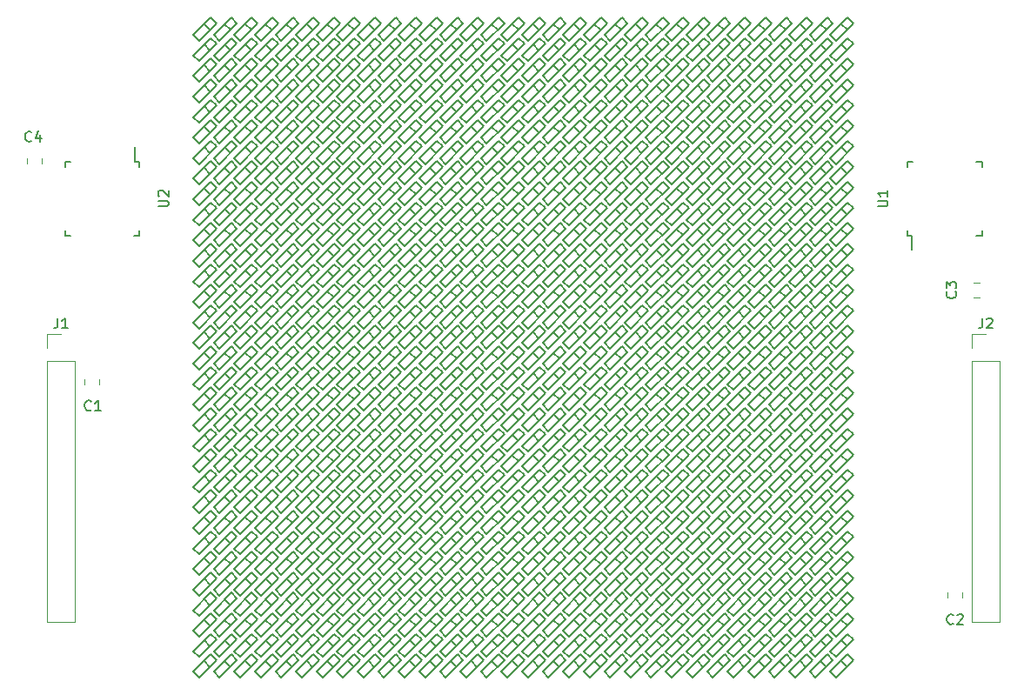
<source format=gbr>
G04 #@! TF.GenerationSoftware,KiCad,Pcbnew,(5.1.2)-2*
G04 #@! TF.CreationDate,2019-09-09T20:31:03-04:00*
G04 #@! TF.ProjectId,digiobscura,64696769-6f62-4736-9375-72612e6b6963,0.1a*
G04 #@! TF.SameCoordinates,Original*
G04 #@! TF.FileFunction,Legend,Top*
G04 #@! TF.FilePolarity,Positive*
%FSLAX46Y46*%
G04 Gerber Fmt 4.6, Leading zero omitted, Abs format (unit mm)*
G04 Created by KiCad (PCBNEW (5.1.2)-2) date 2019-09-09 20:31:03*
%MOMM*%
%LPD*%
G04 APERTURE LIST*
%ADD10C,0.150000*%
%ADD11C,0.120000*%
G04 APERTURE END LIST*
D10*
X176368629Y-87065685D02*
X178065685Y-85368629D01*
X178065685Y-85368629D02*
X178631371Y-85934315D01*
X178631371Y-85934315D02*
X176934315Y-87631371D01*
X176934315Y-87631371D02*
X176368629Y-87065685D01*
X177429289Y-86005025D02*
X177994975Y-86570711D01*
X176368629Y-77065685D02*
X178065685Y-75368629D01*
X178065685Y-75368629D02*
X178631371Y-75934315D01*
X178631371Y-75934315D02*
X176934315Y-77631371D01*
X176934315Y-77631371D02*
X176368629Y-77065685D01*
X177429289Y-76005025D02*
X177994975Y-76570711D01*
X172368629Y-39065685D02*
X174065685Y-37368629D01*
X174065685Y-37368629D02*
X174631371Y-37934315D01*
X174631371Y-37934315D02*
X172934315Y-39631371D01*
X172934315Y-39631371D02*
X172368629Y-39065685D01*
X173429289Y-38005025D02*
X173994975Y-38570711D01*
X108700000Y-51375000D02*
X108700000Y-50000000D01*
X109125000Y-58625000D02*
X109125000Y-58100000D01*
X101875000Y-58625000D02*
X101875000Y-58100000D01*
X101875000Y-51375000D02*
X101875000Y-51900000D01*
X109125000Y-51375000D02*
X109125000Y-51900000D01*
X101875000Y-51375000D02*
X102400000Y-51375000D01*
X101875000Y-58625000D02*
X102400000Y-58625000D01*
X109125000Y-58625000D02*
X108600000Y-58625000D01*
X109125000Y-51375000D02*
X108700000Y-51375000D01*
X184300000Y-58625000D02*
X184300000Y-60000000D01*
X183875000Y-51375000D02*
X183875000Y-51900000D01*
X191125000Y-51375000D02*
X191125000Y-51900000D01*
X191125000Y-58625000D02*
X191125000Y-58100000D01*
X183875000Y-58625000D02*
X183875000Y-58100000D01*
X191125000Y-58625000D02*
X190600000Y-58625000D01*
X191125000Y-51375000D02*
X190600000Y-51375000D01*
X183875000Y-51375000D02*
X184400000Y-51375000D01*
X183875000Y-58625000D02*
X184300000Y-58625000D01*
X176368629Y-101065685D02*
X178065685Y-99368629D01*
X178065685Y-99368629D02*
X178631371Y-99934315D01*
X178631371Y-99934315D02*
X176934315Y-101631371D01*
X176934315Y-101631371D02*
X176368629Y-101065685D01*
X177429289Y-100005025D02*
X177994975Y-100570711D01*
X174368629Y-101065685D02*
X176065685Y-99368629D01*
X176065685Y-99368629D02*
X176631371Y-99934315D01*
X176631371Y-99934315D02*
X174934315Y-101631371D01*
X174934315Y-101631371D02*
X174368629Y-101065685D01*
X175429289Y-100005025D02*
X175994975Y-100570711D01*
X172368629Y-101065685D02*
X174065685Y-99368629D01*
X174065685Y-99368629D02*
X174631371Y-99934315D01*
X174631371Y-99934315D02*
X172934315Y-101631371D01*
X172934315Y-101631371D02*
X172368629Y-101065685D01*
X173429289Y-100005025D02*
X173994975Y-100570711D01*
X170368629Y-101065685D02*
X172065685Y-99368629D01*
X172065685Y-99368629D02*
X172631371Y-99934315D01*
X172631371Y-99934315D02*
X170934315Y-101631371D01*
X170934315Y-101631371D02*
X170368629Y-101065685D01*
X171429289Y-100005025D02*
X171994975Y-100570711D01*
X168368629Y-101065685D02*
X170065685Y-99368629D01*
X170065685Y-99368629D02*
X170631371Y-99934315D01*
X170631371Y-99934315D02*
X168934315Y-101631371D01*
X168934315Y-101631371D02*
X168368629Y-101065685D01*
X169429289Y-100005025D02*
X169994975Y-100570711D01*
X166368629Y-101065685D02*
X168065685Y-99368629D01*
X168065685Y-99368629D02*
X168631371Y-99934315D01*
X168631371Y-99934315D02*
X166934315Y-101631371D01*
X166934315Y-101631371D02*
X166368629Y-101065685D01*
X167429289Y-100005025D02*
X167994975Y-100570711D01*
X164368629Y-101065685D02*
X166065685Y-99368629D01*
X166065685Y-99368629D02*
X166631371Y-99934315D01*
X166631371Y-99934315D02*
X164934315Y-101631371D01*
X164934315Y-101631371D02*
X164368629Y-101065685D01*
X165429289Y-100005025D02*
X165994975Y-100570711D01*
X162368629Y-101065685D02*
X164065685Y-99368629D01*
X164065685Y-99368629D02*
X164631371Y-99934315D01*
X164631371Y-99934315D02*
X162934315Y-101631371D01*
X162934315Y-101631371D02*
X162368629Y-101065685D01*
X163429289Y-100005025D02*
X163994975Y-100570711D01*
X160368629Y-101065685D02*
X162065685Y-99368629D01*
X162065685Y-99368629D02*
X162631371Y-99934315D01*
X162631371Y-99934315D02*
X160934315Y-101631371D01*
X160934315Y-101631371D02*
X160368629Y-101065685D01*
X161429289Y-100005025D02*
X161994975Y-100570711D01*
X158368629Y-101065685D02*
X160065685Y-99368629D01*
X160065685Y-99368629D02*
X160631371Y-99934315D01*
X160631371Y-99934315D02*
X158934315Y-101631371D01*
X158934315Y-101631371D02*
X158368629Y-101065685D01*
X159429289Y-100005025D02*
X159994975Y-100570711D01*
X156368629Y-101065685D02*
X158065685Y-99368629D01*
X158065685Y-99368629D02*
X158631371Y-99934315D01*
X158631371Y-99934315D02*
X156934315Y-101631371D01*
X156934315Y-101631371D02*
X156368629Y-101065685D01*
X157429289Y-100005025D02*
X157994975Y-100570711D01*
X154368629Y-101065685D02*
X156065685Y-99368629D01*
X156065685Y-99368629D02*
X156631371Y-99934315D01*
X156631371Y-99934315D02*
X154934315Y-101631371D01*
X154934315Y-101631371D02*
X154368629Y-101065685D01*
X155429289Y-100005025D02*
X155994975Y-100570711D01*
X152368629Y-101065685D02*
X154065685Y-99368629D01*
X154065685Y-99368629D02*
X154631371Y-99934315D01*
X154631371Y-99934315D02*
X152934315Y-101631371D01*
X152934315Y-101631371D02*
X152368629Y-101065685D01*
X153429289Y-100005025D02*
X153994975Y-100570711D01*
X150368629Y-101065685D02*
X152065685Y-99368629D01*
X152065685Y-99368629D02*
X152631371Y-99934315D01*
X152631371Y-99934315D02*
X150934315Y-101631371D01*
X150934315Y-101631371D02*
X150368629Y-101065685D01*
X151429289Y-100005025D02*
X151994975Y-100570711D01*
X148368629Y-101065685D02*
X150065685Y-99368629D01*
X150065685Y-99368629D02*
X150631371Y-99934315D01*
X150631371Y-99934315D02*
X148934315Y-101631371D01*
X148934315Y-101631371D02*
X148368629Y-101065685D01*
X149429289Y-100005025D02*
X149994975Y-100570711D01*
X146368629Y-101065685D02*
X148065685Y-99368629D01*
X148065685Y-99368629D02*
X148631371Y-99934315D01*
X148631371Y-99934315D02*
X146934315Y-101631371D01*
X146934315Y-101631371D02*
X146368629Y-101065685D01*
X147429289Y-100005025D02*
X147994975Y-100570711D01*
X144368629Y-101065685D02*
X146065685Y-99368629D01*
X146065685Y-99368629D02*
X146631371Y-99934315D01*
X146631371Y-99934315D02*
X144934315Y-101631371D01*
X144934315Y-101631371D02*
X144368629Y-101065685D01*
X145429289Y-100005025D02*
X145994975Y-100570711D01*
X142368629Y-101065685D02*
X144065685Y-99368629D01*
X144065685Y-99368629D02*
X144631371Y-99934315D01*
X144631371Y-99934315D02*
X142934315Y-101631371D01*
X142934315Y-101631371D02*
X142368629Y-101065685D01*
X143429289Y-100005025D02*
X143994975Y-100570711D01*
X140368629Y-101065685D02*
X142065685Y-99368629D01*
X142065685Y-99368629D02*
X142631371Y-99934315D01*
X142631371Y-99934315D02*
X140934315Y-101631371D01*
X140934315Y-101631371D02*
X140368629Y-101065685D01*
X141429289Y-100005025D02*
X141994975Y-100570711D01*
X138368629Y-101065685D02*
X140065685Y-99368629D01*
X140065685Y-99368629D02*
X140631371Y-99934315D01*
X140631371Y-99934315D02*
X138934315Y-101631371D01*
X138934315Y-101631371D02*
X138368629Y-101065685D01*
X139429289Y-100005025D02*
X139994975Y-100570711D01*
X136368629Y-101065685D02*
X138065685Y-99368629D01*
X138065685Y-99368629D02*
X138631371Y-99934315D01*
X138631371Y-99934315D02*
X136934315Y-101631371D01*
X136934315Y-101631371D02*
X136368629Y-101065685D01*
X137429289Y-100005025D02*
X137994975Y-100570711D01*
X134368629Y-101065685D02*
X136065685Y-99368629D01*
X136065685Y-99368629D02*
X136631371Y-99934315D01*
X136631371Y-99934315D02*
X134934315Y-101631371D01*
X134934315Y-101631371D02*
X134368629Y-101065685D01*
X135429289Y-100005025D02*
X135994975Y-100570711D01*
X132368629Y-101065685D02*
X134065685Y-99368629D01*
X134065685Y-99368629D02*
X134631371Y-99934315D01*
X134631371Y-99934315D02*
X132934315Y-101631371D01*
X132934315Y-101631371D02*
X132368629Y-101065685D01*
X133429289Y-100005025D02*
X133994975Y-100570711D01*
X130368629Y-101065685D02*
X132065685Y-99368629D01*
X132065685Y-99368629D02*
X132631371Y-99934315D01*
X132631371Y-99934315D02*
X130934315Y-101631371D01*
X130934315Y-101631371D02*
X130368629Y-101065685D01*
X131429289Y-100005025D02*
X131994975Y-100570711D01*
X128368629Y-101065685D02*
X130065685Y-99368629D01*
X130065685Y-99368629D02*
X130631371Y-99934315D01*
X130631371Y-99934315D02*
X128934315Y-101631371D01*
X128934315Y-101631371D02*
X128368629Y-101065685D01*
X129429289Y-100005025D02*
X129994975Y-100570711D01*
X126368629Y-101065685D02*
X128065685Y-99368629D01*
X128065685Y-99368629D02*
X128631371Y-99934315D01*
X128631371Y-99934315D02*
X126934315Y-101631371D01*
X126934315Y-101631371D02*
X126368629Y-101065685D01*
X127429289Y-100005025D02*
X127994975Y-100570711D01*
X124368629Y-101065685D02*
X126065685Y-99368629D01*
X126065685Y-99368629D02*
X126631371Y-99934315D01*
X126631371Y-99934315D02*
X124934315Y-101631371D01*
X124934315Y-101631371D02*
X124368629Y-101065685D01*
X125429289Y-100005025D02*
X125994975Y-100570711D01*
X122368629Y-101065685D02*
X124065685Y-99368629D01*
X124065685Y-99368629D02*
X124631371Y-99934315D01*
X124631371Y-99934315D02*
X122934315Y-101631371D01*
X122934315Y-101631371D02*
X122368629Y-101065685D01*
X123429289Y-100005025D02*
X123994975Y-100570711D01*
X120368629Y-101065685D02*
X122065685Y-99368629D01*
X122065685Y-99368629D02*
X122631371Y-99934315D01*
X122631371Y-99934315D02*
X120934315Y-101631371D01*
X120934315Y-101631371D02*
X120368629Y-101065685D01*
X121429289Y-100005025D02*
X121994975Y-100570711D01*
X118368629Y-101065685D02*
X120065685Y-99368629D01*
X120065685Y-99368629D02*
X120631371Y-99934315D01*
X120631371Y-99934315D02*
X118934315Y-101631371D01*
X118934315Y-101631371D02*
X118368629Y-101065685D01*
X119429289Y-100005025D02*
X119994975Y-100570711D01*
X116368629Y-101065685D02*
X118065685Y-99368629D01*
X118065685Y-99368629D02*
X118631371Y-99934315D01*
X118631371Y-99934315D02*
X116934315Y-101631371D01*
X116934315Y-101631371D02*
X116368629Y-101065685D01*
X117429289Y-100005025D02*
X117994975Y-100570711D01*
X114368629Y-101065685D02*
X116065685Y-99368629D01*
X116065685Y-99368629D02*
X116631371Y-99934315D01*
X116631371Y-99934315D02*
X114934315Y-101631371D01*
X114934315Y-101631371D02*
X114368629Y-101065685D01*
X115429289Y-100005025D02*
X115994975Y-100570711D01*
X176368629Y-99065685D02*
X178065685Y-97368629D01*
X178065685Y-97368629D02*
X178631371Y-97934315D01*
X178631371Y-97934315D02*
X176934315Y-99631371D01*
X176934315Y-99631371D02*
X176368629Y-99065685D01*
X177429289Y-98005025D02*
X177994975Y-98570711D01*
X174368629Y-99065685D02*
X176065685Y-97368629D01*
X176065685Y-97368629D02*
X176631371Y-97934315D01*
X176631371Y-97934315D02*
X174934315Y-99631371D01*
X174934315Y-99631371D02*
X174368629Y-99065685D01*
X175429289Y-98005025D02*
X175994975Y-98570711D01*
X172368629Y-99065685D02*
X174065685Y-97368629D01*
X174065685Y-97368629D02*
X174631371Y-97934315D01*
X174631371Y-97934315D02*
X172934315Y-99631371D01*
X172934315Y-99631371D02*
X172368629Y-99065685D01*
X173429289Y-98005025D02*
X173994975Y-98570711D01*
X170368629Y-99065685D02*
X172065685Y-97368629D01*
X172065685Y-97368629D02*
X172631371Y-97934315D01*
X172631371Y-97934315D02*
X170934315Y-99631371D01*
X170934315Y-99631371D02*
X170368629Y-99065685D01*
X171429289Y-98005025D02*
X171994975Y-98570711D01*
X168368629Y-99065685D02*
X170065685Y-97368629D01*
X170065685Y-97368629D02*
X170631371Y-97934315D01*
X170631371Y-97934315D02*
X168934315Y-99631371D01*
X168934315Y-99631371D02*
X168368629Y-99065685D01*
X169429289Y-98005025D02*
X169994975Y-98570711D01*
X166368629Y-99065685D02*
X168065685Y-97368629D01*
X168065685Y-97368629D02*
X168631371Y-97934315D01*
X168631371Y-97934315D02*
X166934315Y-99631371D01*
X166934315Y-99631371D02*
X166368629Y-99065685D01*
X167429289Y-98005025D02*
X167994975Y-98570711D01*
X164368629Y-99065685D02*
X166065685Y-97368629D01*
X166065685Y-97368629D02*
X166631371Y-97934315D01*
X166631371Y-97934315D02*
X164934315Y-99631371D01*
X164934315Y-99631371D02*
X164368629Y-99065685D01*
X165429289Y-98005025D02*
X165994975Y-98570711D01*
X162368629Y-99065685D02*
X164065685Y-97368629D01*
X164065685Y-97368629D02*
X164631371Y-97934315D01*
X164631371Y-97934315D02*
X162934315Y-99631371D01*
X162934315Y-99631371D02*
X162368629Y-99065685D01*
X163429289Y-98005025D02*
X163994975Y-98570711D01*
X160368629Y-99065685D02*
X162065685Y-97368629D01*
X162065685Y-97368629D02*
X162631371Y-97934315D01*
X162631371Y-97934315D02*
X160934315Y-99631371D01*
X160934315Y-99631371D02*
X160368629Y-99065685D01*
X161429289Y-98005025D02*
X161994975Y-98570711D01*
X158368629Y-99065685D02*
X160065685Y-97368629D01*
X160065685Y-97368629D02*
X160631371Y-97934315D01*
X160631371Y-97934315D02*
X158934315Y-99631371D01*
X158934315Y-99631371D02*
X158368629Y-99065685D01*
X159429289Y-98005025D02*
X159994975Y-98570711D01*
X156368629Y-99065685D02*
X158065685Y-97368629D01*
X158065685Y-97368629D02*
X158631371Y-97934315D01*
X158631371Y-97934315D02*
X156934315Y-99631371D01*
X156934315Y-99631371D02*
X156368629Y-99065685D01*
X157429289Y-98005025D02*
X157994975Y-98570711D01*
X154368629Y-99065685D02*
X156065685Y-97368629D01*
X156065685Y-97368629D02*
X156631371Y-97934315D01*
X156631371Y-97934315D02*
X154934315Y-99631371D01*
X154934315Y-99631371D02*
X154368629Y-99065685D01*
X155429289Y-98005025D02*
X155994975Y-98570711D01*
X152368629Y-99065685D02*
X154065685Y-97368629D01*
X154065685Y-97368629D02*
X154631371Y-97934315D01*
X154631371Y-97934315D02*
X152934315Y-99631371D01*
X152934315Y-99631371D02*
X152368629Y-99065685D01*
X153429289Y-98005025D02*
X153994975Y-98570711D01*
X150368629Y-99065685D02*
X152065685Y-97368629D01*
X152065685Y-97368629D02*
X152631371Y-97934315D01*
X152631371Y-97934315D02*
X150934315Y-99631371D01*
X150934315Y-99631371D02*
X150368629Y-99065685D01*
X151429289Y-98005025D02*
X151994975Y-98570711D01*
X148368629Y-99065685D02*
X150065685Y-97368629D01*
X150065685Y-97368629D02*
X150631371Y-97934315D01*
X150631371Y-97934315D02*
X148934315Y-99631371D01*
X148934315Y-99631371D02*
X148368629Y-99065685D01*
X149429289Y-98005025D02*
X149994975Y-98570711D01*
X146368629Y-99065685D02*
X148065685Y-97368629D01*
X148065685Y-97368629D02*
X148631371Y-97934315D01*
X148631371Y-97934315D02*
X146934315Y-99631371D01*
X146934315Y-99631371D02*
X146368629Y-99065685D01*
X147429289Y-98005025D02*
X147994975Y-98570711D01*
X144368629Y-99065685D02*
X146065685Y-97368629D01*
X146065685Y-97368629D02*
X146631371Y-97934315D01*
X146631371Y-97934315D02*
X144934315Y-99631371D01*
X144934315Y-99631371D02*
X144368629Y-99065685D01*
X145429289Y-98005025D02*
X145994975Y-98570711D01*
X142368629Y-99065685D02*
X144065685Y-97368629D01*
X144065685Y-97368629D02*
X144631371Y-97934315D01*
X144631371Y-97934315D02*
X142934315Y-99631371D01*
X142934315Y-99631371D02*
X142368629Y-99065685D01*
X143429289Y-98005025D02*
X143994975Y-98570711D01*
X140368629Y-99065685D02*
X142065685Y-97368629D01*
X142065685Y-97368629D02*
X142631371Y-97934315D01*
X142631371Y-97934315D02*
X140934315Y-99631371D01*
X140934315Y-99631371D02*
X140368629Y-99065685D01*
X141429289Y-98005025D02*
X141994975Y-98570711D01*
X138368629Y-99065685D02*
X140065685Y-97368629D01*
X140065685Y-97368629D02*
X140631371Y-97934315D01*
X140631371Y-97934315D02*
X138934315Y-99631371D01*
X138934315Y-99631371D02*
X138368629Y-99065685D01*
X139429289Y-98005025D02*
X139994975Y-98570711D01*
X136368629Y-99065685D02*
X138065685Y-97368629D01*
X138065685Y-97368629D02*
X138631371Y-97934315D01*
X138631371Y-97934315D02*
X136934315Y-99631371D01*
X136934315Y-99631371D02*
X136368629Y-99065685D01*
X137429289Y-98005025D02*
X137994975Y-98570711D01*
X134368629Y-99065685D02*
X136065685Y-97368629D01*
X136065685Y-97368629D02*
X136631371Y-97934315D01*
X136631371Y-97934315D02*
X134934315Y-99631371D01*
X134934315Y-99631371D02*
X134368629Y-99065685D01*
X135429289Y-98005025D02*
X135994975Y-98570711D01*
X132368629Y-99065685D02*
X134065685Y-97368629D01*
X134065685Y-97368629D02*
X134631371Y-97934315D01*
X134631371Y-97934315D02*
X132934315Y-99631371D01*
X132934315Y-99631371D02*
X132368629Y-99065685D01*
X133429289Y-98005025D02*
X133994975Y-98570711D01*
X130368629Y-99065685D02*
X132065685Y-97368629D01*
X132065685Y-97368629D02*
X132631371Y-97934315D01*
X132631371Y-97934315D02*
X130934315Y-99631371D01*
X130934315Y-99631371D02*
X130368629Y-99065685D01*
X131429289Y-98005025D02*
X131994975Y-98570711D01*
X128368629Y-99065685D02*
X130065685Y-97368629D01*
X130065685Y-97368629D02*
X130631371Y-97934315D01*
X130631371Y-97934315D02*
X128934315Y-99631371D01*
X128934315Y-99631371D02*
X128368629Y-99065685D01*
X129429289Y-98005025D02*
X129994975Y-98570711D01*
X126368629Y-99065685D02*
X128065685Y-97368629D01*
X128065685Y-97368629D02*
X128631371Y-97934315D01*
X128631371Y-97934315D02*
X126934315Y-99631371D01*
X126934315Y-99631371D02*
X126368629Y-99065685D01*
X127429289Y-98005025D02*
X127994975Y-98570711D01*
X124368629Y-99065685D02*
X126065685Y-97368629D01*
X126065685Y-97368629D02*
X126631371Y-97934315D01*
X126631371Y-97934315D02*
X124934315Y-99631371D01*
X124934315Y-99631371D02*
X124368629Y-99065685D01*
X125429289Y-98005025D02*
X125994975Y-98570711D01*
X122368629Y-99065685D02*
X124065685Y-97368629D01*
X124065685Y-97368629D02*
X124631371Y-97934315D01*
X124631371Y-97934315D02*
X122934315Y-99631371D01*
X122934315Y-99631371D02*
X122368629Y-99065685D01*
X123429289Y-98005025D02*
X123994975Y-98570711D01*
X120368629Y-99065685D02*
X122065685Y-97368629D01*
X122065685Y-97368629D02*
X122631371Y-97934315D01*
X122631371Y-97934315D02*
X120934315Y-99631371D01*
X120934315Y-99631371D02*
X120368629Y-99065685D01*
X121429289Y-98005025D02*
X121994975Y-98570711D01*
X118368629Y-99065685D02*
X120065685Y-97368629D01*
X120065685Y-97368629D02*
X120631371Y-97934315D01*
X120631371Y-97934315D02*
X118934315Y-99631371D01*
X118934315Y-99631371D02*
X118368629Y-99065685D01*
X119429289Y-98005025D02*
X119994975Y-98570711D01*
X116368629Y-99065685D02*
X118065685Y-97368629D01*
X118065685Y-97368629D02*
X118631371Y-97934315D01*
X118631371Y-97934315D02*
X116934315Y-99631371D01*
X116934315Y-99631371D02*
X116368629Y-99065685D01*
X117429289Y-98005025D02*
X117994975Y-98570711D01*
X114368629Y-99065685D02*
X116065685Y-97368629D01*
X116065685Y-97368629D02*
X116631371Y-97934315D01*
X116631371Y-97934315D02*
X114934315Y-99631371D01*
X114934315Y-99631371D02*
X114368629Y-99065685D01*
X115429289Y-98005025D02*
X115994975Y-98570711D01*
X176368629Y-97065685D02*
X178065685Y-95368629D01*
X178065685Y-95368629D02*
X178631371Y-95934315D01*
X178631371Y-95934315D02*
X176934315Y-97631371D01*
X176934315Y-97631371D02*
X176368629Y-97065685D01*
X177429289Y-96005025D02*
X177994975Y-96570711D01*
X174368629Y-97065685D02*
X176065685Y-95368629D01*
X176065685Y-95368629D02*
X176631371Y-95934315D01*
X176631371Y-95934315D02*
X174934315Y-97631371D01*
X174934315Y-97631371D02*
X174368629Y-97065685D01*
X175429289Y-96005025D02*
X175994975Y-96570711D01*
X172368629Y-97065685D02*
X174065685Y-95368629D01*
X174065685Y-95368629D02*
X174631371Y-95934315D01*
X174631371Y-95934315D02*
X172934315Y-97631371D01*
X172934315Y-97631371D02*
X172368629Y-97065685D01*
X173429289Y-96005025D02*
X173994975Y-96570711D01*
X170368629Y-97065685D02*
X172065685Y-95368629D01*
X172065685Y-95368629D02*
X172631371Y-95934315D01*
X172631371Y-95934315D02*
X170934315Y-97631371D01*
X170934315Y-97631371D02*
X170368629Y-97065685D01*
X171429289Y-96005025D02*
X171994975Y-96570711D01*
X168368629Y-97065685D02*
X170065685Y-95368629D01*
X170065685Y-95368629D02*
X170631371Y-95934315D01*
X170631371Y-95934315D02*
X168934315Y-97631371D01*
X168934315Y-97631371D02*
X168368629Y-97065685D01*
X169429289Y-96005025D02*
X169994975Y-96570711D01*
X166368629Y-97065685D02*
X168065685Y-95368629D01*
X168065685Y-95368629D02*
X168631371Y-95934315D01*
X168631371Y-95934315D02*
X166934315Y-97631371D01*
X166934315Y-97631371D02*
X166368629Y-97065685D01*
X167429289Y-96005025D02*
X167994975Y-96570711D01*
X164368629Y-97065685D02*
X166065685Y-95368629D01*
X166065685Y-95368629D02*
X166631371Y-95934315D01*
X166631371Y-95934315D02*
X164934315Y-97631371D01*
X164934315Y-97631371D02*
X164368629Y-97065685D01*
X165429289Y-96005025D02*
X165994975Y-96570711D01*
X162368629Y-97065685D02*
X164065685Y-95368629D01*
X164065685Y-95368629D02*
X164631371Y-95934315D01*
X164631371Y-95934315D02*
X162934315Y-97631371D01*
X162934315Y-97631371D02*
X162368629Y-97065685D01*
X163429289Y-96005025D02*
X163994975Y-96570711D01*
X160368629Y-97065685D02*
X162065685Y-95368629D01*
X162065685Y-95368629D02*
X162631371Y-95934315D01*
X162631371Y-95934315D02*
X160934315Y-97631371D01*
X160934315Y-97631371D02*
X160368629Y-97065685D01*
X161429289Y-96005025D02*
X161994975Y-96570711D01*
X158368629Y-97065685D02*
X160065685Y-95368629D01*
X160065685Y-95368629D02*
X160631371Y-95934315D01*
X160631371Y-95934315D02*
X158934315Y-97631371D01*
X158934315Y-97631371D02*
X158368629Y-97065685D01*
X159429289Y-96005025D02*
X159994975Y-96570711D01*
X156368629Y-97065685D02*
X158065685Y-95368629D01*
X158065685Y-95368629D02*
X158631371Y-95934315D01*
X158631371Y-95934315D02*
X156934315Y-97631371D01*
X156934315Y-97631371D02*
X156368629Y-97065685D01*
X157429289Y-96005025D02*
X157994975Y-96570711D01*
X154368629Y-97065685D02*
X156065685Y-95368629D01*
X156065685Y-95368629D02*
X156631371Y-95934315D01*
X156631371Y-95934315D02*
X154934315Y-97631371D01*
X154934315Y-97631371D02*
X154368629Y-97065685D01*
X155429289Y-96005025D02*
X155994975Y-96570711D01*
X152368629Y-97065685D02*
X154065685Y-95368629D01*
X154065685Y-95368629D02*
X154631371Y-95934315D01*
X154631371Y-95934315D02*
X152934315Y-97631371D01*
X152934315Y-97631371D02*
X152368629Y-97065685D01*
X153429289Y-96005025D02*
X153994975Y-96570711D01*
X150368629Y-97065685D02*
X152065685Y-95368629D01*
X152065685Y-95368629D02*
X152631371Y-95934315D01*
X152631371Y-95934315D02*
X150934315Y-97631371D01*
X150934315Y-97631371D02*
X150368629Y-97065685D01*
X151429289Y-96005025D02*
X151994975Y-96570711D01*
X148368629Y-97065685D02*
X150065685Y-95368629D01*
X150065685Y-95368629D02*
X150631371Y-95934315D01*
X150631371Y-95934315D02*
X148934315Y-97631371D01*
X148934315Y-97631371D02*
X148368629Y-97065685D01*
X149429289Y-96005025D02*
X149994975Y-96570711D01*
X146368629Y-97065685D02*
X148065685Y-95368629D01*
X148065685Y-95368629D02*
X148631371Y-95934315D01*
X148631371Y-95934315D02*
X146934315Y-97631371D01*
X146934315Y-97631371D02*
X146368629Y-97065685D01*
X147429289Y-96005025D02*
X147994975Y-96570711D01*
X144368629Y-97065685D02*
X146065685Y-95368629D01*
X146065685Y-95368629D02*
X146631371Y-95934315D01*
X146631371Y-95934315D02*
X144934315Y-97631371D01*
X144934315Y-97631371D02*
X144368629Y-97065685D01*
X145429289Y-96005025D02*
X145994975Y-96570711D01*
X142368629Y-97065685D02*
X144065685Y-95368629D01*
X144065685Y-95368629D02*
X144631371Y-95934315D01*
X144631371Y-95934315D02*
X142934315Y-97631371D01*
X142934315Y-97631371D02*
X142368629Y-97065685D01*
X143429289Y-96005025D02*
X143994975Y-96570711D01*
X140368629Y-97065685D02*
X142065685Y-95368629D01*
X142065685Y-95368629D02*
X142631371Y-95934315D01*
X142631371Y-95934315D02*
X140934315Y-97631371D01*
X140934315Y-97631371D02*
X140368629Y-97065685D01*
X141429289Y-96005025D02*
X141994975Y-96570711D01*
X138368629Y-97065685D02*
X140065685Y-95368629D01*
X140065685Y-95368629D02*
X140631371Y-95934315D01*
X140631371Y-95934315D02*
X138934315Y-97631371D01*
X138934315Y-97631371D02*
X138368629Y-97065685D01*
X139429289Y-96005025D02*
X139994975Y-96570711D01*
X136368629Y-97065685D02*
X138065685Y-95368629D01*
X138065685Y-95368629D02*
X138631371Y-95934315D01*
X138631371Y-95934315D02*
X136934315Y-97631371D01*
X136934315Y-97631371D02*
X136368629Y-97065685D01*
X137429289Y-96005025D02*
X137994975Y-96570711D01*
X134368629Y-97065685D02*
X136065685Y-95368629D01*
X136065685Y-95368629D02*
X136631371Y-95934315D01*
X136631371Y-95934315D02*
X134934315Y-97631371D01*
X134934315Y-97631371D02*
X134368629Y-97065685D01*
X135429289Y-96005025D02*
X135994975Y-96570711D01*
X132368629Y-97065685D02*
X134065685Y-95368629D01*
X134065685Y-95368629D02*
X134631371Y-95934315D01*
X134631371Y-95934315D02*
X132934315Y-97631371D01*
X132934315Y-97631371D02*
X132368629Y-97065685D01*
X133429289Y-96005025D02*
X133994975Y-96570711D01*
X130368629Y-97065685D02*
X132065685Y-95368629D01*
X132065685Y-95368629D02*
X132631371Y-95934315D01*
X132631371Y-95934315D02*
X130934315Y-97631371D01*
X130934315Y-97631371D02*
X130368629Y-97065685D01*
X131429289Y-96005025D02*
X131994975Y-96570711D01*
X128368629Y-97065685D02*
X130065685Y-95368629D01*
X130065685Y-95368629D02*
X130631371Y-95934315D01*
X130631371Y-95934315D02*
X128934315Y-97631371D01*
X128934315Y-97631371D02*
X128368629Y-97065685D01*
X129429289Y-96005025D02*
X129994975Y-96570711D01*
X126368629Y-97065685D02*
X128065685Y-95368629D01*
X128065685Y-95368629D02*
X128631371Y-95934315D01*
X128631371Y-95934315D02*
X126934315Y-97631371D01*
X126934315Y-97631371D02*
X126368629Y-97065685D01*
X127429289Y-96005025D02*
X127994975Y-96570711D01*
X124368629Y-97065685D02*
X126065685Y-95368629D01*
X126065685Y-95368629D02*
X126631371Y-95934315D01*
X126631371Y-95934315D02*
X124934315Y-97631371D01*
X124934315Y-97631371D02*
X124368629Y-97065685D01*
X125429289Y-96005025D02*
X125994975Y-96570711D01*
X122368629Y-97065685D02*
X124065685Y-95368629D01*
X124065685Y-95368629D02*
X124631371Y-95934315D01*
X124631371Y-95934315D02*
X122934315Y-97631371D01*
X122934315Y-97631371D02*
X122368629Y-97065685D01*
X123429289Y-96005025D02*
X123994975Y-96570711D01*
X120368629Y-97065685D02*
X122065685Y-95368629D01*
X122065685Y-95368629D02*
X122631371Y-95934315D01*
X122631371Y-95934315D02*
X120934315Y-97631371D01*
X120934315Y-97631371D02*
X120368629Y-97065685D01*
X121429289Y-96005025D02*
X121994975Y-96570711D01*
X118368629Y-97065685D02*
X120065685Y-95368629D01*
X120065685Y-95368629D02*
X120631371Y-95934315D01*
X120631371Y-95934315D02*
X118934315Y-97631371D01*
X118934315Y-97631371D02*
X118368629Y-97065685D01*
X119429289Y-96005025D02*
X119994975Y-96570711D01*
X116368629Y-97065685D02*
X118065685Y-95368629D01*
X118065685Y-95368629D02*
X118631371Y-95934315D01*
X118631371Y-95934315D02*
X116934315Y-97631371D01*
X116934315Y-97631371D02*
X116368629Y-97065685D01*
X117429289Y-96005025D02*
X117994975Y-96570711D01*
X114368629Y-97065685D02*
X116065685Y-95368629D01*
X116065685Y-95368629D02*
X116631371Y-95934315D01*
X116631371Y-95934315D02*
X114934315Y-97631371D01*
X114934315Y-97631371D02*
X114368629Y-97065685D01*
X115429289Y-96005025D02*
X115994975Y-96570711D01*
X176368629Y-95065685D02*
X178065685Y-93368629D01*
X178065685Y-93368629D02*
X178631371Y-93934315D01*
X178631371Y-93934315D02*
X176934315Y-95631371D01*
X176934315Y-95631371D02*
X176368629Y-95065685D01*
X177429289Y-94005025D02*
X177994975Y-94570711D01*
X174368629Y-95065685D02*
X176065685Y-93368629D01*
X176065685Y-93368629D02*
X176631371Y-93934315D01*
X176631371Y-93934315D02*
X174934315Y-95631371D01*
X174934315Y-95631371D02*
X174368629Y-95065685D01*
X175429289Y-94005025D02*
X175994975Y-94570711D01*
X172368629Y-95065685D02*
X174065685Y-93368629D01*
X174065685Y-93368629D02*
X174631371Y-93934315D01*
X174631371Y-93934315D02*
X172934315Y-95631371D01*
X172934315Y-95631371D02*
X172368629Y-95065685D01*
X173429289Y-94005025D02*
X173994975Y-94570711D01*
X170368629Y-95065685D02*
X172065685Y-93368629D01*
X172065685Y-93368629D02*
X172631371Y-93934315D01*
X172631371Y-93934315D02*
X170934315Y-95631371D01*
X170934315Y-95631371D02*
X170368629Y-95065685D01*
X171429289Y-94005025D02*
X171994975Y-94570711D01*
X168368629Y-95065685D02*
X170065685Y-93368629D01*
X170065685Y-93368629D02*
X170631371Y-93934315D01*
X170631371Y-93934315D02*
X168934315Y-95631371D01*
X168934315Y-95631371D02*
X168368629Y-95065685D01*
X169429289Y-94005025D02*
X169994975Y-94570711D01*
X166368629Y-95065685D02*
X168065685Y-93368629D01*
X168065685Y-93368629D02*
X168631371Y-93934315D01*
X168631371Y-93934315D02*
X166934315Y-95631371D01*
X166934315Y-95631371D02*
X166368629Y-95065685D01*
X167429289Y-94005025D02*
X167994975Y-94570711D01*
X164368629Y-95065685D02*
X166065685Y-93368629D01*
X166065685Y-93368629D02*
X166631371Y-93934315D01*
X166631371Y-93934315D02*
X164934315Y-95631371D01*
X164934315Y-95631371D02*
X164368629Y-95065685D01*
X165429289Y-94005025D02*
X165994975Y-94570711D01*
X162368629Y-95065685D02*
X164065685Y-93368629D01*
X164065685Y-93368629D02*
X164631371Y-93934315D01*
X164631371Y-93934315D02*
X162934315Y-95631371D01*
X162934315Y-95631371D02*
X162368629Y-95065685D01*
X163429289Y-94005025D02*
X163994975Y-94570711D01*
X160368629Y-95065685D02*
X162065685Y-93368629D01*
X162065685Y-93368629D02*
X162631371Y-93934315D01*
X162631371Y-93934315D02*
X160934315Y-95631371D01*
X160934315Y-95631371D02*
X160368629Y-95065685D01*
X161429289Y-94005025D02*
X161994975Y-94570711D01*
X158368629Y-95065685D02*
X160065685Y-93368629D01*
X160065685Y-93368629D02*
X160631371Y-93934315D01*
X160631371Y-93934315D02*
X158934315Y-95631371D01*
X158934315Y-95631371D02*
X158368629Y-95065685D01*
X159429289Y-94005025D02*
X159994975Y-94570711D01*
X156368629Y-95065685D02*
X158065685Y-93368629D01*
X158065685Y-93368629D02*
X158631371Y-93934315D01*
X158631371Y-93934315D02*
X156934315Y-95631371D01*
X156934315Y-95631371D02*
X156368629Y-95065685D01*
X157429289Y-94005025D02*
X157994975Y-94570711D01*
X154368629Y-95065685D02*
X156065685Y-93368629D01*
X156065685Y-93368629D02*
X156631371Y-93934315D01*
X156631371Y-93934315D02*
X154934315Y-95631371D01*
X154934315Y-95631371D02*
X154368629Y-95065685D01*
X155429289Y-94005025D02*
X155994975Y-94570711D01*
X152368629Y-95065685D02*
X154065685Y-93368629D01*
X154065685Y-93368629D02*
X154631371Y-93934315D01*
X154631371Y-93934315D02*
X152934315Y-95631371D01*
X152934315Y-95631371D02*
X152368629Y-95065685D01*
X153429289Y-94005025D02*
X153994975Y-94570711D01*
X150368629Y-95065685D02*
X152065685Y-93368629D01*
X152065685Y-93368629D02*
X152631371Y-93934315D01*
X152631371Y-93934315D02*
X150934315Y-95631371D01*
X150934315Y-95631371D02*
X150368629Y-95065685D01*
X151429289Y-94005025D02*
X151994975Y-94570711D01*
X148368629Y-95065685D02*
X150065685Y-93368629D01*
X150065685Y-93368629D02*
X150631371Y-93934315D01*
X150631371Y-93934315D02*
X148934315Y-95631371D01*
X148934315Y-95631371D02*
X148368629Y-95065685D01*
X149429289Y-94005025D02*
X149994975Y-94570711D01*
X146368629Y-95065685D02*
X148065685Y-93368629D01*
X148065685Y-93368629D02*
X148631371Y-93934315D01*
X148631371Y-93934315D02*
X146934315Y-95631371D01*
X146934315Y-95631371D02*
X146368629Y-95065685D01*
X147429289Y-94005025D02*
X147994975Y-94570711D01*
X144368629Y-95065685D02*
X146065685Y-93368629D01*
X146065685Y-93368629D02*
X146631371Y-93934315D01*
X146631371Y-93934315D02*
X144934315Y-95631371D01*
X144934315Y-95631371D02*
X144368629Y-95065685D01*
X145429289Y-94005025D02*
X145994975Y-94570711D01*
X142368629Y-95065685D02*
X144065685Y-93368629D01*
X144065685Y-93368629D02*
X144631371Y-93934315D01*
X144631371Y-93934315D02*
X142934315Y-95631371D01*
X142934315Y-95631371D02*
X142368629Y-95065685D01*
X143429289Y-94005025D02*
X143994975Y-94570711D01*
X140368629Y-95065685D02*
X142065685Y-93368629D01*
X142065685Y-93368629D02*
X142631371Y-93934315D01*
X142631371Y-93934315D02*
X140934315Y-95631371D01*
X140934315Y-95631371D02*
X140368629Y-95065685D01*
X141429289Y-94005025D02*
X141994975Y-94570711D01*
X138368629Y-95065685D02*
X140065685Y-93368629D01*
X140065685Y-93368629D02*
X140631371Y-93934315D01*
X140631371Y-93934315D02*
X138934315Y-95631371D01*
X138934315Y-95631371D02*
X138368629Y-95065685D01*
X139429289Y-94005025D02*
X139994975Y-94570711D01*
X136368629Y-95065685D02*
X138065685Y-93368629D01*
X138065685Y-93368629D02*
X138631371Y-93934315D01*
X138631371Y-93934315D02*
X136934315Y-95631371D01*
X136934315Y-95631371D02*
X136368629Y-95065685D01*
X137429289Y-94005025D02*
X137994975Y-94570711D01*
X134368629Y-95065685D02*
X136065685Y-93368629D01*
X136065685Y-93368629D02*
X136631371Y-93934315D01*
X136631371Y-93934315D02*
X134934315Y-95631371D01*
X134934315Y-95631371D02*
X134368629Y-95065685D01*
X135429289Y-94005025D02*
X135994975Y-94570711D01*
X132368629Y-95065685D02*
X134065685Y-93368629D01*
X134065685Y-93368629D02*
X134631371Y-93934315D01*
X134631371Y-93934315D02*
X132934315Y-95631371D01*
X132934315Y-95631371D02*
X132368629Y-95065685D01*
X133429289Y-94005025D02*
X133994975Y-94570711D01*
X130368629Y-95065685D02*
X132065685Y-93368629D01*
X132065685Y-93368629D02*
X132631371Y-93934315D01*
X132631371Y-93934315D02*
X130934315Y-95631371D01*
X130934315Y-95631371D02*
X130368629Y-95065685D01*
X131429289Y-94005025D02*
X131994975Y-94570711D01*
X128368629Y-95065685D02*
X130065685Y-93368629D01*
X130065685Y-93368629D02*
X130631371Y-93934315D01*
X130631371Y-93934315D02*
X128934315Y-95631371D01*
X128934315Y-95631371D02*
X128368629Y-95065685D01*
X129429289Y-94005025D02*
X129994975Y-94570711D01*
X126368629Y-95065685D02*
X128065685Y-93368629D01*
X128065685Y-93368629D02*
X128631371Y-93934315D01*
X128631371Y-93934315D02*
X126934315Y-95631371D01*
X126934315Y-95631371D02*
X126368629Y-95065685D01*
X127429289Y-94005025D02*
X127994975Y-94570711D01*
X124368629Y-95065685D02*
X126065685Y-93368629D01*
X126065685Y-93368629D02*
X126631371Y-93934315D01*
X126631371Y-93934315D02*
X124934315Y-95631371D01*
X124934315Y-95631371D02*
X124368629Y-95065685D01*
X125429289Y-94005025D02*
X125994975Y-94570711D01*
X122368629Y-95065685D02*
X124065685Y-93368629D01*
X124065685Y-93368629D02*
X124631371Y-93934315D01*
X124631371Y-93934315D02*
X122934315Y-95631371D01*
X122934315Y-95631371D02*
X122368629Y-95065685D01*
X123429289Y-94005025D02*
X123994975Y-94570711D01*
X120368629Y-95065685D02*
X122065685Y-93368629D01*
X122065685Y-93368629D02*
X122631371Y-93934315D01*
X122631371Y-93934315D02*
X120934315Y-95631371D01*
X120934315Y-95631371D02*
X120368629Y-95065685D01*
X121429289Y-94005025D02*
X121994975Y-94570711D01*
X118368629Y-95065685D02*
X120065685Y-93368629D01*
X120065685Y-93368629D02*
X120631371Y-93934315D01*
X120631371Y-93934315D02*
X118934315Y-95631371D01*
X118934315Y-95631371D02*
X118368629Y-95065685D01*
X119429289Y-94005025D02*
X119994975Y-94570711D01*
X116368629Y-95065685D02*
X118065685Y-93368629D01*
X118065685Y-93368629D02*
X118631371Y-93934315D01*
X118631371Y-93934315D02*
X116934315Y-95631371D01*
X116934315Y-95631371D02*
X116368629Y-95065685D01*
X117429289Y-94005025D02*
X117994975Y-94570711D01*
X114368629Y-95065685D02*
X116065685Y-93368629D01*
X116065685Y-93368629D02*
X116631371Y-93934315D01*
X116631371Y-93934315D02*
X114934315Y-95631371D01*
X114934315Y-95631371D02*
X114368629Y-95065685D01*
X115429289Y-94005025D02*
X115994975Y-94570711D01*
X176368629Y-93065685D02*
X178065685Y-91368629D01*
X178065685Y-91368629D02*
X178631371Y-91934315D01*
X178631371Y-91934315D02*
X176934315Y-93631371D01*
X176934315Y-93631371D02*
X176368629Y-93065685D01*
X177429289Y-92005025D02*
X177994975Y-92570711D01*
X174368629Y-93065685D02*
X176065685Y-91368629D01*
X176065685Y-91368629D02*
X176631371Y-91934315D01*
X176631371Y-91934315D02*
X174934315Y-93631371D01*
X174934315Y-93631371D02*
X174368629Y-93065685D01*
X175429289Y-92005025D02*
X175994975Y-92570711D01*
X172368629Y-93065685D02*
X174065685Y-91368629D01*
X174065685Y-91368629D02*
X174631371Y-91934315D01*
X174631371Y-91934315D02*
X172934315Y-93631371D01*
X172934315Y-93631371D02*
X172368629Y-93065685D01*
X173429289Y-92005025D02*
X173994975Y-92570711D01*
X170368629Y-93065685D02*
X172065685Y-91368629D01*
X172065685Y-91368629D02*
X172631371Y-91934315D01*
X172631371Y-91934315D02*
X170934315Y-93631371D01*
X170934315Y-93631371D02*
X170368629Y-93065685D01*
X171429289Y-92005025D02*
X171994975Y-92570711D01*
X168368629Y-93065685D02*
X170065685Y-91368629D01*
X170065685Y-91368629D02*
X170631371Y-91934315D01*
X170631371Y-91934315D02*
X168934315Y-93631371D01*
X168934315Y-93631371D02*
X168368629Y-93065685D01*
X169429289Y-92005025D02*
X169994975Y-92570711D01*
X166368629Y-93065685D02*
X168065685Y-91368629D01*
X168065685Y-91368629D02*
X168631371Y-91934315D01*
X168631371Y-91934315D02*
X166934315Y-93631371D01*
X166934315Y-93631371D02*
X166368629Y-93065685D01*
X167429289Y-92005025D02*
X167994975Y-92570711D01*
X164368629Y-93065685D02*
X166065685Y-91368629D01*
X166065685Y-91368629D02*
X166631371Y-91934315D01*
X166631371Y-91934315D02*
X164934315Y-93631371D01*
X164934315Y-93631371D02*
X164368629Y-93065685D01*
X165429289Y-92005025D02*
X165994975Y-92570711D01*
X162368629Y-93065685D02*
X164065685Y-91368629D01*
X164065685Y-91368629D02*
X164631371Y-91934315D01*
X164631371Y-91934315D02*
X162934315Y-93631371D01*
X162934315Y-93631371D02*
X162368629Y-93065685D01*
X163429289Y-92005025D02*
X163994975Y-92570711D01*
X160368629Y-93065685D02*
X162065685Y-91368629D01*
X162065685Y-91368629D02*
X162631371Y-91934315D01*
X162631371Y-91934315D02*
X160934315Y-93631371D01*
X160934315Y-93631371D02*
X160368629Y-93065685D01*
X161429289Y-92005025D02*
X161994975Y-92570711D01*
X158368629Y-93065685D02*
X160065685Y-91368629D01*
X160065685Y-91368629D02*
X160631371Y-91934315D01*
X160631371Y-91934315D02*
X158934315Y-93631371D01*
X158934315Y-93631371D02*
X158368629Y-93065685D01*
X159429289Y-92005025D02*
X159994975Y-92570711D01*
X156368629Y-93065685D02*
X158065685Y-91368629D01*
X158065685Y-91368629D02*
X158631371Y-91934315D01*
X158631371Y-91934315D02*
X156934315Y-93631371D01*
X156934315Y-93631371D02*
X156368629Y-93065685D01*
X157429289Y-92005025D02*
X157994975Y-92570711D01*
X154368629Y-93065685D02*
X156065685Y-91368629D01*
X156065685Y-91368629D02*
X156631371Y-91934315D01*
X156631371Y-91934315D02*
X154934315Y-93631371D01*
X154934315Y-93631371D02*
X154368629Y-93065685D01*
X155429289Y-92005025D02*
X155994975Y-92570711D01*
X152368629Y-93065685D02*
X154065685Y-91368629D01*
X154065685Y-91368629D02*
X154631371Y-91934315D01*
X154631371Y-91934315D02*
X152934315Y-93631371D01*
X152934315Y-93631371D02*
X152368629Y-93065685D01*
X153429289Y-92005025D02*
X153994975Y-92570711D01*
X150368629Y-93065685D02*
X152065685Y-91368629D01*
X152065685Y-91368629D02*
X152631371Y-91934315D01*
X152631371Y-91934315D02*
X150934315Y-93631371D01*
X150934315Y-93631371D02*
X150368629Y-93065685D01*
X151429289Y-92005025D02*
X151994975Y-92570711D01*
X148368629Y-93065685D02*
X150065685Y-91368629D01*
X150065685Y-91368629D02*
X150631371Y-91934315D01*
X150631371Y-91934315D02*
X148934315Y-93631371D01*
X148934315Y-93631371D02*
X148368629Y-93065685D01*
X149429289Y-92005025D02*
X149994975Y-92570711D01*
X146368629Y-93065685D02*
X148065685Y-91368629D01*
X148065685Y-91368629D02*
X148631371Y-91934315D01*
X148631371Y-91934315D02*
X146934315Y-93631371D01*
X146934315Y-93631371D02*
X146368629Y-93065685D01*
X147429289Y-92005025D02*
X147994975Y-92570711D01*
X144368629Y-93065685D02*
X146065685Y-91368629D01*
X146065685Y-91368629D02*
X146631371Y-91934315D01*
X146631371Y-91934315D02*
X144934315Y-93631371D01*
X144934315Y-93631371D02*
X144368629Y-93065685D01*
X145429289Y-92005025D02*
X145994975Y-92570711D01*
X142368629Y-93065685D02*
X144065685Y-91368629D01*
X144065685Y-91368629D02*
X144631371Y-91934315D01*
X144631371Y-91934315D02*
X142934315Y-93631371D01*
X142934315Y-93631371D02*
X142368629Y-93065685D01*
X143429289Y-92005025D02*
X143994975Y-92570711D01*
X140368629Y-93065685D02*
X142065685Y-91368629D01*
X142065685Y-91368629D02*
X142631371Y-91934315D01*
X142631371Y-91934315D02*
X140934315Y-93631371D01*
X140934315Y-93631371D02*
X140368629Y-93065685D01*
X141429289Y-92005025D02*
X141994975Y-92570711D01*
X138368629Y-93065685D02*
X140065685Y-91368629D01*
X140065685Y-91368629D02*
X140631371Y-91934315D01*
X140631371Y-91934315D02*
X138934315Y-93631371D01*
X138934315Y-93631371D02*
X138368629Y-93065685D01*
X139429289Y-92005025D02*
X139994975Y-92570711D01*
X136368629Y-93065685D02*
X138065685Y-91368629D01*
X138065685Y-91368629D02*
X138631371Y-91934315D01*
X138631371Y-91934315D02*
X136934315Y-93631371D01*
X136934315Y-93631371D02*
X136368629Y-93065685D01*
X137429289Y-92005025D02*
X137994975Y-92570711D01*
X134368629Y-93065685D02*
X136065685Y-91368629D01*
X136065685Y-91368629D02*
X136631371Y-91934315D01*
X136631371Y-91934315D02*
X134934315Y-93631371D01*
X134934315Y-93631371D02*
X134368629Y-93065685D01*
X135429289Y-92005025D02*
X135994975Y-92570711D01*
X132368629Y-93065685D02*
X134065685Y-91368629D01*
X134065685Y-91368629D02*
X134631371Y-91934315D01*
X134631371Y-91934315D02*
X132934315Y-93631371D01*
X132934315Y-93631371D02*
X132368629Y-93065685D01*
X133429289Y-92005025D02*
X133994975Y-92570711D01*
X130368629Y-93065685D02*
X132065685Y-91368629D01*
X132065685Y-91368629D02*
X132631371Y-91934315D01*
X132631371Y-91934315D02*
X130934315Y-93631371D01*
X130934315Y-93631371D02*
X130368629Y-93065685D01*
X131429289Y-92005025D02*
X131994975Y-92570711D01*
X128368629Y-93065685D02*
X130065685Y-91368629D01*
X130065685Y-91368629D02*
X130631371Y-91934315D01*
X130631371Y-91934315D02*
X128934315Y-93631371D01*
X128934315Y-93631371D02*
X128368629Y-93065685D01*
X129429289Y-92005025D02*
X129994975Y-92570711D01*
X126368629Y-93065685D02*
X128065685Y-91368629D01*
X128065685Y-91368629D02*
X128631371Y-91934315D01*
X128631371Y-91934315D02*
X126934315Y-93631371D01*
X126934315Y-93631371D02*
X126368629Y-93065685D01*
X127429289Y-92005025D02*
X127994975Y-92570711D01*
X124368629Y-93065685D02*
X126065685Y-91368629D01*
X126065685Y-91368629D02*
X126631371Y-91934315D01*
X126631371Y-91934315D02*
X124934315Y-93631371D01*
X124934315Y-93631371D02*
X124368629Y-93065685D01*
X125429289Y-92005025D02*
X125994975Y-92570711D01*
X122368629Y-93065685D02*
X124065685Y-91368629D01*
X124065685Y-91368629D02*
X124631371Y-91934315D01*
X124631371Y-91934315D02*
X122934315Y-93631371D01*
X122934315Y-93631371D02*
X122368629Y-93065685D01*
X123429289Y-92005025D02*
X123994975Y-92570711D01*
X120368629Y-93065685D02*
X122065685Y-91368629D01*
X122065685Y-91368629D02*
X122631371Y-91934315D01*
X122631371Y-91934315D02*
X120934315Y-93631371D01*
X120934315Y-93631371D02*
X120368629Y-93065685D01*
X121429289Y-92005025D02*
X121994975Y-92570711D01*
X118368629Y-93065685D02*
X120065685Y-91368629D01*
X120065685Y-91368629D02*
X120631371Y-91934315D01*
X120631371Y-91934315D02*
X118934315Y-93631371D01*
X118934315Y-93631371D02*
X118368629Y-93065685D01*
X119429289Y-92005025D02*
X119994975Y-92570711D01*
X116368629Y-93065685D02*
X118065685Y-91368629D01*
X118065685Y-91368629D02*
X118631371Y-91934315D01*
X118631371Y-91934315D02*
X116934315Y-93631371D01*
X116934315Y-93631371D02*
X116368629Y-93065685D01*
X117429289Y-92005025D02*
X117994975Y-92570711D01*
X114368629Y-93065685D02*
X116065685Y-91368629D01*
X116065685Y-91368629D02*
X116631371Y-91934315D01*
X116631371Y-91934315D02*
X114934315Y-93631371D01*
X114934315Y-93631371D02*
X114368629Y-93065685D01*
X115429289Y-92005025D02*
X115994975Y-92570711D01*
X176368629Y-91065685D02*
X178065685Y-89368629D01*
X178065685Y-89368629D02*
X178631371Y-89934315D01*
X178631371Y-89934315D02*
X176934315Y-91631371D01*
X176934315Y-91631371D02*
X176368629Y-91065685D01*
X177429289Y-90005025D02*
X177994975Y-90570711D01*
X174368629Y-91065685D02*
X176065685Y-89368629D01*
X176065685Y-89368629D02*
X176631371Y-89934315D01*
X176631371Y-89934315D02*
X174934315Y-91631371D01*
X174934315Y-91631371D02*
X174368629Y-91065685D01*
X175429289Y-90005025D02*
X175994975Y-90570711D01*
X172368629Y-91065685D02*
X174065685Y-89368629D01*
X174065685Y-89368629D02*
X174631371Y-89934315D01*
X174631371Y-89934315D02*
X172934315Y-91631371D01*
X172934315Y-91631371D02*
X172368629Y-91065685D01*
X173429289Y-90005025D02*
X173994975Y-90570711D01*
X170368629Y-91065685D02*
X172065685Y-89368629D01*
X172065685Y-89368629D02*
X172631371Y-89934315D01*
X172631371Y-89934315D02*
X170934315Y-91631371D01*
X170934315Y-91631371D02*
X170368629Y-91065685D01*
X171429289Y-90005025D02*
X171994975Y-90570711D01*
X168368629Y-91065685D02*
X170065685Y-89368629D01*
X170065685Y-89368629D02*
X170631371Y-89934315D01*
X170631371Y-89934315D02*
X168934315Y-91631371D01*
X168934315Y-91631371D02*
X168368629Y-91065685D01*
X169429289Y-90005025D02*
X169994975Y-90570711D01*
X166368629Y-91065685D02*
X168065685Y-89368629D01*
X168065685Y-89368629D02*
X168631371Y-89934315D01*
X168631371Y-89934315D02*
X166934315Y-91631371D01*
X166934315Y-91631371D02*
X166368629Y-91065685D01*
X167429289Y-90005025D02*
X167994975Y-90570711D01*
X164368629Y-91065685D02*
X166065685Y-89368629D01*
X166065685Y-89368629D02*
X166631371Y-89934315D01*
X166631371Y-89934315D02*
X164934315Y-91631371D01*
X164934315Y-91631371D02*
X164368629Y-91065685D01*
X165429289Y-90005025D02*
X165994975Y-90570711D01*
X162368629Y-91065685D02*
X164065685Y-89368629D01*
X164065685Y-89368629D02*
X164631371Y-89934315D01*
X164631371Y-89934315D02*
X162934315Y-91631371D01*
X162934315Y-91631371D02*
X162368629Y-91065685D01*
X163429289Y-90005025D02*
X163994975Y-90570711D01*
X160368629Y-91065685D02*
X162065685Y-89368629D01*
X162065685Y-89368629D02*
X162631371Y-89934315D01*
X162631371Y-89934315D02*
X160934315Y-91631371D01*
X160934315Y-91631371D02*
X160368629Y-91065685D01*
X161429289Y-90005025D02*
X161994975Y-90570711D01*
X158368629Y-91065685D02*
X160065685Y-89368629D01*
X160065685Y-89368629D02*
X160631371Y-89934315D01*
X160631371Y-89934315D02*
X158934315Y-91631371D01*
X158934315Y-91631371D02*
X158368629Y-91065685D01*
X159429289Y-90005025D02*
X159994975Y-90570711D01*
X156368629Y-91065685D02*
X158065685Y-89368629D01*
X158065685Y-89368629D02*
X158631371Y-89934315D01*
X158631371Y-89934315D02*
X156934315Y-91631371D01*
X156934315Y-91631371D02*
X156368629Y-91065685D01*
X157429289Y-90005025D02*
X157994975Y-90570711D01*
X154368629Y-91065685D02*
X156065685Y-89368629D01*
X156065685Y-89368629D02*
X156631371Y-89934315D01*
X156631371Y-89934315D02*
X154934315Y-91631371D01*
X154934315Y-91631371D02*
X154368629Y-91065685D01*
X155429289Y-90005025D02*
X155994975Y-90570711D01*
X152368629Y-91065685D02*
X154065685Y-89368629D01*
X154065685Y-89368629D02*
X154631371Y-89934315D01*
X154631371Y-89934315D02*
X152934315Y-91631371D01*
X152934315Y-91631371D02*
X152368629Y-91065685D01*
X153429289Y-90005025D02*
X153994975Y-90570711D01*
X150368629Y-91065685D02*
X152065685Y-89368629D01*
X152065685Y-89368629D02*
X152631371Y-89934315D01*
X152631371Y-89934315D02*
X150934315Y-91631371D01*
X150934315Y-91631371D02*
X150368629Y-91065685D01*
X151429289Y-90005025D02*
X151994975Y-90570711D01*
X148368629Y-91065685D02*
X150065685Y-89368629D01*
X150065685Y-89368629D02*
X150631371Y-89934315D01*
X150631371Y-89934315D02*
X148934315Y-91631371D01*
X148934315Y-91631371D02*
X148368629Y-91065685D01*
X149429289Y-90005025D02*
X149994975Y-90570711D01*
X146368629Y-91065685D02*
X148065685Y-89368629D01*
X148065685Y-89368629D02*
X148631371Y-89934315D01*
X148631371Y-89934315D02*
X146934315Y-91631371D01*
X146934315Y-91631371D02*
X146368629Y-91065685D01*
X147429289Y-90005025D02*
X147994975Y-90570711D01*
X144368629Y-91065685D02*
X146065685Y-89368629D01*
X146065685Y-89368629D02*
X146631371Y-89934315D01*
X146631371Y-89934315D02*
X144934315Y-91631371D01*
X144934315Y-91631371D02*
X144368629Y-91065685D01*
X145429289Y-90005025D02*
X145994975Y-90570711D01*
X142368629Y-91065685D02*
X144065685Y-89368629D01*
X144065685Y-89368629D02*
X144631371Y-89934315D01*
X144631371Y-89934315D02*
X142934315Y-91631371D01*
X142934315Y-91631371D02*
X142368629Y-91065685D01*
X143429289Y-90005025D02*
X143994975Y-90570711D01*
X140368629Y-91065685D02*
X142065685Y-89368629D01*
X142065685Y-89368629D02*
X142631371Y-89934315D01*
X142631371Y-89934315D02*
X140934315Y-91631371D01*
X140934315Y-91631371D02*
X140368629Y-91065685D01*
X141429289Y-90005025D02*
X141994975Y-90570711D01*
X138368629Y-91065685D02*
X140065685Y-89368629D01*
X140065685Y-89368629D02*
X140631371Y-89934315D01*
X140631371Y-89934315D02*
X138934315Y-91631371D01*
X138934315Y-91631371D02*
X138368629Y-91065685D01*
X139429289Y-90005025D02*
X139994975Y-90570711D01*
X136368629Y-91065685D02*
X138065685Y-89368629D01*
X138065685Y-89368629D02*
X138631371Y-89934315D01*
X138631371Y-89934315D02*
X136934315Y-91631371D01*
X136934315Y-91631371D02*
X136368629Y-91065685D01*
X137429289Y-90005025D02*
X137994975Y-90570711D01*
X134368629Y-91065685D02*
X136065685Y-89368629D01*
X136065685Y-89368629D02*
X136631371Y-89934315D01*
X136631371Y-89934315D02*
X134934315Y-91631371D01*
X134934315Y-91631371D02*
X134368629Y-91065685D01*
X135429289Y-90005025D02*
X135994975Y-90570711D01*
X132368629Y-91065685D02*
X134065685Y-89368629D01*
X134065685Y-89368629D02*
X134631371Y-89934315D01*
X134631371Y-89934315D02*
X132934315Y-91631371D01*
X132934315Y-91631371D02*
X132368629Y-91065685D01*
X133429289Y-90005025D02*
X133994975Y-90570711D01*
X130368629Y-91065685D02*
X132065685Y-89368629D01*
X132065685Y-89368629D02*
X132631371Y-89934315D01*
X132631371Y-89934315D02*
X130934315Y-91631371D01*
X130934315Y-91631371D02*
X130368629Y-91065685D01*
X131429289Y-90005025D02*
X131994975Y-90570711D01*
X128368629Y-91065685D02*
X130065685Y-89368629D01*
X130065685Y-89368629D02*
X130631371Y-89934315D01*
X130631371Y-89934315D02*
X128934315Y-91631371D01*
X128934315Y-91631371D02*
X128368629Y-91065685D01*
X129429289Y-90005025D02*
X129994975Y-90570711D01*
X126368629Y-91065685D02*
X128065685Y-89368629D01*
X128065685Y-89368629D02*
X128631371Y-89934315D01*
X128631371Y-89934315D02*
X126934315Y-91631371D01*
X126934315Y-91631371D02*
X126368629Y-91065685D01*
X127429289Y-90005025D02*
X127994975Y-90570711D01*
X124368629Y-91065685D02*
X126065685Y-89368629D01*
X126065685Y-89368629D02*
X126631371Y-89934315D01*
X126631371Y-89934315D02*
X124934315Y-91631371D01*
X124934315Y-91631371D02*
X124368629Y-91065685D01*
X125429289Y-90005025D02*
X125994975Y-90570711D01*
X122368629Y-91065685D02*
X124065685Y-89368629D01*
X124065685Y-89368629D02*
X124631371Y-89934315D01*
X124631371Y-89934315D02*
X122934315Y-91631371D01*
X122934315Y-91631371D02*
X122368629Y-91065685D01*
X123429289Y-90005025D02*
X123994975Y-90570711D01*
X120368629Y-91065685D02*
X122065685Y-89368629D01*
X122065685Y-89368629D02*
X122631371Y-89934315D01*
X122631371Y-89934315D02*
X120934315Y-91631371D01*
X120934315Y-91631371D02*
X120368629Y-91065685D01*
X121429289Y-90005025D02*
X121994975Y-90570711D01*
X118368629Y-91065685D02*
X120065685Y-89368629D01*
X120065685Y-89368629D02*
X120631371Y-89934315D01*
X120631371Y-89934315D02*
X118934315Y-91631371D01*
X118934315Y-91631371D02*
X118368629Y-91065685D01*
X119429289Y-90005025D02*
X119994975Y-90570711D01*
X116368629Y-91065685D02*
X118065685Y-89368629D01*
X118065685Y-89368629D02*
X118631371Y-89934315D01*
X118631371Y-89934315D02*
X116934315Y-91631371D01*
X116934315Y-91631371D02*
X116368629Y-91065685D01*
X117429289Y-90005025D02*
X117994975Y-90570711D01*
X114368629Y-91065685D02*
X116065685Y-89368629D01*
X116065685Y-89368629D02*
X116631371Y-89934315D01*
X116631371Y-89934315D02*
X114934315Y-91631371D01*
X114934315Y-91631371D02*
X114368629Y-91065685D01*
X115429289Y-90005025D02*
X115994975Y-90570711D01*
X176368629Y-89065685D02*
X178065685Y-87368629D01*
X178065685Y-87368629D02*
X178631371Y-87934315D01*
X178631371Y-87934315D02*
X176934315Y-89631371D01*
X176934315Y-89631371D02*
X176368629Y-89065685D01*
X177429289Y-88005025D02*
X177994975Y-88570711D01*
X174368629Y-89065685D02*
X176065685Y-87368629D01*
X176065685Y-87368629D02*
X176631371Y-87934315D01*
X176631371Y-87934315D02*
X174934315Y-89631371D01*
X174934315Y-89631371D02*
X174368629Y-89065685D01*
X175429289Y-88005025D02*
X175994975Y-88570711D01*
X172368629Y-89065685D02*
X174065685Y-87368629D01*
X174065685Y-87368629D02*
X174631371Y-87934315D01*
X174631371Y-87934315D02*
X172934315Y-89631371D01*
X172934315Y-89631371D02*
X172368629Y-89065685D01*
X173429289Y-88005025D02*
X173994975Y-88570711D01*
X170368629Y-89065685D02*
X172065685Y-87368629D01*
X172065685Y-87368629D02*
X172631371Y-87934315D01*
X172631371Y-87934315D02*
X170934315Y-89631371D01*
X170934315Y-89631371D02*
X170368629Y-89065685D01*
X171429289Y-88005025D02*
X171994975Y-88570711D01*
X168368629Y-89065685D02*
X170065685Y-87368629D01*
X170065685Y-87368629D02*
X170631371Y-87934315D01*
X170631371Y-87934315D02*
X168934315Y-89631371D01*
X168934315Y-89631371D02*
X168368629Y-89065685D01*
X169429289Y-88005025D02*
X169994975Y-88570711D01*
X166368629Y-89065685D02*
X168065685Y-87368629D01*
X168065685Y-87368629D02*
X168631371Y-87934315D01*
X168631371Y-87934315D02*
X166934315Y-89631371D01*
X166934315Y-89631371D02*
X166368629Y-89065685D01*
X167429289Y-88005025D02*
X167994975Y-88570711D01*
X164368629Y-89065685D02*
X166065685Y-87368629D01*
X166065685Y-87368629D02*
X166631371Y-87934315D01*
X166631371Y-87934315D02*
X164934315Y-89631371D01*
X164934315Y-89631371D02*
X164368629Y-89065685D01*
X165429289Y-88005025D02*
X165994975Y-88570711D01*
X162368629Y-89065685D02*
X164065685Y-87368629D01*
X164065685Y-87368629D02*
X164631371Y-87934315D01*
X164631371Y-87934315D02*
X162934315Y-89631371D01*
X162934315Y-89631371D02*
X162368629Y-89065685D01*
X163429289Y-88005025D02*
X163994975Y-88570711D01*
X160368629Y-89065685D02*
X162065685Y-87368629D01*
X162065685Y-87368629D02*
X162631371Y-87934315D01*
X162631371Y-87934315D02*
X160934315Y-89631371D01*
X160934315Y-89631371D02*
X160368629Y-89065685D01*
X161429289Y-88005025D02*
X161994975Y-88570711D01*
X158368629Y-89065685D02*
X160065685Y-87368629D01*
X160065685Y-87368629D02*
X160631371Y-87934315D01*
X160631371Y-87934315D02*
X158934315Y-89631371D01*
X158934315Y-89631371D02*
X158368629Y-89065685D01*
X159429289Y-88005025D02*
X159994975Y-88570711D01*
X156368629Y-89065685D02*
X158065685Y-87368629D01*
X158065685Y-87368629D02*
X158631371Y-87934315D01*
X158631371Y-87934315D02*
X156934315Y-89631371D01*
X156934315Y-89631371D02*
X156368629Y-89065685D01*
X157429289Y-88005025D02*
X157994975Y-88570711D01*
X154368629Y-89065685D02*
X156065685Y-87368629D01*
X156065685Y-87368629D02*
X156631371Y-87934315D01*
X156631371Y-87934315D02*
X154934315Y-89631371D01*
X154934315Y-89631371D02*
X154368629Y-89065685D01*
X155429289Y-88005025D02*
X155994975Y-88570711D01*
X152368629Y-89065685D02*
X154065685Y-87368629D01*
X154065685Y-87368629D02*
X154631371Y-87934315D01*
X154631371Y-87934315D02*
X152934315Y-89631371D01*
X152934315Y-89631371D02*
X152368629Y-89065685D01*
X153429289Y-88005025D02*
X153994975Y-88570711D01*
X150368629Y-89065685D02*
X152065685Y-87368629D01*
X152065685Y-87368629D02*
X152631371Y-87934315D01*
X152631371Y-87934315D02*
X150934315Y-89631371D01*
X150934315Y-89631371D02*
X150368629Y-89065685D01*
X151429289Y-88005025D02*
X151994975Y-88570711D01*
X148368629Y-89065685D02*
X150065685Y-87368629D01*
X150065685Y-87368629D02*
X150631371Y-87934315D01*
X150631371Y-87934315D02*
X148934315Y-89631371D01*
X148934315Y-89631371D02*
X148368629Y-89065685D01*
X149429289Y-88005025D02*
X149994975Y-88570711D01*
X146368629Y-89065685D02*
X148065685Y-87368629D01*
X148065685Y-87368629D02*
X148631371Y-87934315D01*
X148631371Y-87934315D02*
X146934315Y-89631371D01*
X146934315Y-89631371D02*
X146368629Y-89065685D01*
X147429289Y-88005025D02*
X147994975Y-88570711D01*
X144368629Y-89065685D02*
X146065685Y-87368629D01*
X146065685Y-87368629D02*
X146631371Y-87934315D01*
X146631371Y-87934315D02*
X144934315Y-89631371D01*
X144934315Y-89631371D02*
X144368629Y-89065685D01*
X145429289Y-88005025D02*
X145994975Y-88570711D01*
X142368629Y-89065685D02*
X144065685Y-87368629D01*
X144065685Y-87368629D02*
X144631371Y-87934315D01*
X144631371Y-87934315D02*
X142934315Y-89631371D01*
X142934315Y-89631371D02*
X142368629Y-89065685D01*
X143429289Y-88005025D02*
X143994975Y-88570711D01*
X140368629Y-89065685D02*
X142065685Y-87368629D01*
X142065685Y-87368629D02*
X142631371Y-87934315D01*
X142631371Y-87934315D02*
X140934315Y-89631371D01*
X140934315Y-89631371D02*
X140368629Y-89065685D01*
X141429289Y-88005025D02*
X141994975Y-88570711D01*
X138368629Y-89065685D02*
X140065685Y-87368629D01*
X140065685Y-87368629D02*
X140631371Y-87934315D01*
X140631371Y-87934315D02*
X138934315Y-89631371D01*
X138934315Y-89631371D02*
X138368629Y-89065685D01*
X139429289Y-88005025D02*
X139994975Y-88570711D01*
X136368629Y-89065685D02*
X138065685Y-87368629D01*
X138065685Y-87368629D02*
X138631371Y-87934315D01*
X138631371Y-87934315D02*
X136934315Y-89631371D01*
X136934315Y-89631371D02*
X136368629Y-89065685D01*
X137429289Y-88005025D02*
X137994975Y-88570711D01*
X134368629Y-89065685D02*
X136065685Y-87368629D01*
X136065685Y-87368629D02*
X136631371Y-87934315D01*
X136631371Y-87934315D02*
X134934315Y-89631371D01*
X134934315Y-89631371D02*
X134368629Y-89065685D01*
X135429289Y-88005025D02*
X135994975Y-88570711D01*
X132368629Y-89065685D02*
X134065685Y-87368629D01*
X134065685Y-87368629D02*
X134631371Y-87934315D01*
X134631371Y-87934315D02*
X132934315Y-89631371D01*
X132934315Y-89631371D02*
X132368629Y-89065685D01*
X133429289Y-88005025D02*
X133994975Y-88570711D01*
X130368629Y-89065685D02*
X132065685Y-87368629D01*
X132065685Y-87368629D02*
X132631371Y-87934315D01*
X132631371Y-87934315D02*
X130934315Y-89631371D01*
X130934315Y-89631371D02*
X130368629Y-89065685D01*
X131429289Y-88005025D02*
X131994975Y-88570711D01*
X128368629Y-89065685D02*
X130065685Y-87368629D01*
X130065685Y-87368629D02*
X130631371Y-87934315D01*
X130631371Y-87934315D02*
X128934315Y-89631371D01*
X128934315Y-89631371D02*
X128368629Y-89065685D01*
X129429289Y-88005025D02*
X129994975Y-88570711D01*
X126368629Y-89065685D02*
X128065685Y-87368629D01*
X128065685Y-87368629D02*
X128631371Y-87934315D01*
X128631371Y-87934315D02*
X126934315Y-89631371D01*
X126934315Y-89631371D02*
X126368629Y-89065685D01*
X127429289Y-88005025D02*
X127994975Y-88570711D01*
X124368629Y-89065685D02*
X126065685Y-87368629D01*
X126065685Y-87368629D02*
X126631371Y-87934315D01*
X126631371Y-87934315D02*
X124934315Y-89631371D01*
X124934315Y-89631371D02*
X124368629Y-89065685D01*
X125429289Y-88005025D02*
X125994975Y-88570711D01*
X122368629Y-89065685D02*
X124065685Y-87368629D01*
X124065685Y-87368629D02*
X124631371Y-87934315D01*
X124631371Y-87934315D02*
X122934315Y-89631371D01*
X122934315Y-89631371D02*
X122368629Y-89065685D01*
X123429289Y-88005025D02*
X123994975Y-88570711D01*
X120368629Y-89065685D02*
X122065685Y-87368629D01*
X122065685Y-87368629D02*
X122631371Y-87934315D01*
X122631371Y-87934315D02*
X120934315Y-89631371D01*
X120934315Y-89631371D02*
X120368629Y-89065685D01*
X121429289Y-88005025D02*
X121994975Y-88570711D01*
X118368629Y-89065685D02*
X120065685Y-87368629D01*
X120065685Y-87368629D02*
X120631371Y-87934315D01*
X120631371Y-87934315D02*
X118934315Y-89631371D01*
X118934315Y-89631371D02*
X118368629Y-89065685D01*
X119429289Y-88005025D02*
X119994975Y-88570711D01*
X116368629Y-89065685D02*
X118065685Y-87368629D01*
X118065685Y-87368629D02*
X118631371Y-87934315D01*
X118631371Y-87934315D02*
X116934315Y-89631371D01*
X116934315Y-89631371D02*
X116368629Y-89065685D01*
X117429289Y-88005025D02*
X117994975Y-88570711D01*
X114368629Y-89065685D02*
X116065685Y-87368629D01*
X116065685Y-87368629D02*
X116631371Y-87934315D01*
X116631371Y-87934315D02*
X114934315Y-89631371D01*
X114934315Y-89631371D02*
X114368629Y-89065685D01*
X115429289Y-88005025D02*
X115994975Y-88570711D01*
X174368629Y-87065685D02*
X176065685Y-85368629D01*
X176065685Y-85368629D02*
X176631371Y-85934315D01*
X176631371Y-85934315D02*
X174934315Y-87631371D01*
X174934315Y-87631371D02*
X174368629Y-87065685D01*
X175429289Y-86005025D02*
X175994975Y-86570711D01*
X172368629Y-87065685D02*
X174065685Y-85368629D01*
X174065685Y-85368629D02*
X174631371Y-85934315D01*
X174631371Y-85934315D02*
X172934315Y-87631371D01*
X172934315Y-87631371D02*
X172368629Y-87065685D01*
X173429289Y-86005025D02*
X173994975Y-86570711D01*
X170368629Y-87065685D02*
X172065685Y-85368629D01*
X172065685Y-85368629D02*
X172631371Y-85934315D01*
X172631371Y-85934315D02*
X170934315Y-87631371D01*
X170934315Y-87631371D02*
X170368629Y-87065685D01*
X171429289Y-86005025D02*
X171994975Y-86570711D01*
X168368629Y-87065685D02*
X170065685Y-85368629D01*
X170065685Y-85368629D02*
X170631371Y-85934315D01*
X170631371Y-85934315D02*
X168934315Y-87631371D01*
X168934315Y-87631371D02*
X168368629Y-87065685D01*
X169429289Y-86005025D02*
X169994975Y-86570711D01*
X166368629Y-87065685D02*
X168065685Y-85368629D01*
X168065685Y-85368629D02*
X168631371Y-85934315D01*
X168631371Y-85934315D02*
X166934315Y-87631371D01*
X166934315Y-87631371D02*
X166368629Y-87065685D01*
X167429289Y-86005025D02*
X167994975Y-86570711D01*
X164368629Y-87065685D02*
X166065685Y-85368629D01*
X166065685Y-85368629D02*
X166631371Y-85934315D01*
X166631371Y-85934315D02*
X164934315Y-87631371D01*
X164934315Y-87631371D02*
X164368629Y-87065685D01*
X165429289Y-86005025D02*
X165994975Y-86570711D01*
X162368629Y-87065685D02*
X164065685Y-85368629D01*
X164065685Y-85368629D02*
X164631371Y-85934315D01*
X164631371Y-85934315D02*
X162934315Y-87631371D01*
X162934315Y-87631371D02*
X162368629Y-87065685D01*
X163429289Y-86005025D02*
X163994975Y-86570711D01*
X160368629Y-87065685D02*
X162065685Y-85368629D01*
X162065685Y-85368629D02*
X162631371Y-85934315D01*
X162631371Y-85934315D02*
X160934315Y-87631371D01*
X160934315Y-87631371D02*
X160368629Y-87065685D01*
X161429289Y-86005025D02*
X161994975Y-86570711D01*
X158368629Y-87065685D02*
X160065685Y-85368629D01*
X160065685Y-85368629D02*
X160631371Y-85934315D01*
X160631371Y-85934315D02*
X158934315Y-87631371D01*
X158934315Y-87631371D02*
X158368629Y-87065685D01*
X159429289Y-86005025D02*
X159994975Y-86570711D01*
X156368629Y-87065685D02*
X158065685Y-85368629D01*
X158065685Y-85368629D02*
X158631371Y-85934315D01*
X158631371Y-85934315D02*
X156934315Y-87631371D01*
X156934315Y-87631371D02*
X156368629Y-87065685D01*
X157429289Y-86005025D02*
X157994975Y-86570711D01*
X154368629Y-87065685D02*
X156065685Y-85368629D01*
X156065685Y-85368629D02*
X156631371Y-85934315D01*
X156631371Y-85934315D02*
X154934315Y-87631371D01*
X154934315Y-87631371D02*
X154368629Y-87065685D01*
X155429289Y-86005025D02*
X155994975Y-86570711D01*
X152368629Y-87065685D02*
X154065685Y-85368629D01*
X154065685Y-85368629D02*
X154631371Y-85934315D01*
X154631371Y-85934315D02*
X152934315Y-87631371D01*
X152934315Y-87631371D02*
X152368629Y-87065685D01*
X153429289Y-86005025D02*
X153994975Y-86570711D01*
X150368629Y-87065685D02*
X152065685Y-85368629D01*
X152065685Y-85368629D02*
X152631371Y-85934315D01*
X152631371Y-85934315D02*
X150934315Y-87631371D01*
X150934315Y-87631371D02*
X150368629Y-87065685D01*
X151429289Y-86005025D02*
X151994975Y-86570711D01*
X148368629Y-87065685D02*
X150065685Y-85368629D01*
X150065685Y-85368629D02*
X150631371Y-85934315D01*
X150631371Y-85934315D02*
X148934315Y-87631371D01*
X148934315Y-87631371D02*
X148368629Y-87065685D01*
X149429289Y-86005025D02*
X149994975Y-86570711D01*
X146368629Y-87065685D02*
X148065685Y-85368629D01*
X148065685Y-85368629D02*
X148631371Y-85934315D01*
X148631371Y-85934315D02*
X146934315Y-87631371D01*
X146934315Y-87631371D02*
X146368629Y-87065685D01*
X147429289Y-86005025D02*
X147994975Y-86570711D01*
X144368629Y-87065685D02*
X146065685Y-85368629D01*
X146065685Y-85368629D02*
X146631371Y-85934315D01*
X146631371Y-85934315D02*
X144934315Y-87631371D01*
X144934315Y-87631371D02*
X144368629Y-87065685D01*
X145429289Y-86005025D02*
X145994975Y-86570711D01*
X142368629Y-87065685D02*
X144065685Y-85368629D01*
X144065685Y-85368629D02*
X144631371Y-85934315D01*
X144631371Y-85934315D02*
X142934315Y-87631371D01*
X142934315Y-87631371D02*
X142368629Y-87065685D01*
X143429289Y-86005025D02*
X143994975Y-86570711D01*
X140368629Y-87065685D02*
X142065685Y-85368629D01*
X142065685Y-85368629D02*
X142631371Y-85934315D01*
X142631371Y-85934315D02*
X140934315Y-87631371D01*
X140934315Y-87631371D02*
X140368629Y-87065685D01*
X141429289Y-86005025D02*
X141994975Y-86570711D01*
X138368629Y-87065685D02*
X140065685Y-85368629D01*
X140065685Y-85368629D02*
X140631371Y-85934315D01*
X140631371Y-85934315D02*
X138934315Y-87631371D01*
X138934315Y-87631371D02*
X138368629Y-87065685D01*
X139429289Y-86005025D02*
X139994975Y-86570711D01*
X136368629Y-87065685D02*
X138065685Y-85368629D01*
X138065685Y-85368629D02*
X138631371Y-85934315D01*
X138631371Y-85934315D02*
X136934315Y-87631371D01*
X136934315Y-87631371D02*
X136368629Y-87065685D01*
X137429289Y-86005025D02*
X137994975Y-86570711D01*
X134368629Y-87065685D02*
X136065685Y-85368629D01*
X136065685Y-85368629D02*
X136631371Y-85934315D01*
X136631371Y-85934315D02*
X134934315Y-87631371D01*
X134934315Y-87631371D02*
X134368629Y-87065685D01*
X135429289Y-86005025D02*
X135994975Y-86570711D01*
X132368629Y-87065685D02*
X134065685Y-85368629D01*
X134065685Y-85368629D02*
X134631371Y-85934315D01*
X134631371Y-85934315D02*
X132934315Y-87631371D01*
X132934315Y-87631371D02*
X132368629Y-87065685D01*
X133429289Y-86005025D02*
X133994975Y-86570711D01*
X130368629Y-87065685D02*
X132065685Y-85368629D01*
X132065685Y-85368629D02*
X132631371Y-85934315D01*
X132631371Y-85934315D02*
X130934315Y-87631371D01*
X130934315Y-87631371D02*
X130368629Y-87065685D01*
X131429289Y-86005025D02*
X131994975Y-86570711D01*
X128368629Y-87065685D02*
X130065685Y-85368629D01*
X130065685Y-85368629D02*
X130631371Y-85934315D01*
X130631371Y-85934315D02*
X128934315Y-87631371D01*
X128934315Y-87631371D02*
X128368629Y-87065685D01*
X129429289Y-86005025D02*
X129994975Y-86570711D01*
X126368629Y-87065685D02*
X128065685Y-85368629D01*
X128065685Y-85368629D02*
X128631371Y-85934315D01*
X128631371Y-85934315D02*
X126934315Y-87631371D01*
X126934315Y-87631371D02*
X126368629Y-87065685D01*
X127429289Y-86005025D02*
X127994975Y-86570711D01*
X124368629Y-87065685D02*
X126065685Y-85368629D01*
X126065685Y-85368629D02*
X126631371Y-85934315D01*
X126631371Y-85934315D02*
X124934315Y-87631371D01*
X124934315Y-87631371D02*
X124368629Y-87065685D01*
X125429289Y-86005025D02*
X125994975Y-86570711D01*
X122368629Y-87065685D02*
X124065685Y-85368629D01*
X124065685Y-85368629D02*
X124631371Y-85934315D01*
X124631371Y-85934315D02*
X122934315Y-87631371D01*
X122934315Y-87631371D02*
X122368629Y-87065685D01*
X123429289Y-86005025D02*
X123994975Y-86570711D01*
X120368629Y-87065685D02*
X122065685Y-85368629D01*
X122065685Y-85368629D02*
X122631371Y-85934315D01*
X122631371Y-85934315D02*
X120934315Y-87631371D01*
X120934315Y-87631371D02*
X120368629Y-87065685D01*
X121429289Y-86005025D02*
X121994975Y-86570711D01*
X118368629Y-87065685D02*
X120065685Y-85368629D01*
X120065685Y-85368629D02*
X120631371Y-85934315D01*
X120631371Y-85934315D02*
X118934315Y-87631371D01*
X118934315Y-87631371D02*
X118368629Y-87065685D01*
X119429289Y-86005025D02*
X119994975Y-86570711D01*
X116368629Y-87065685D02*
X118065685Y-85368629D01*
X118065685Y-85368629D02*
X118631371Y-85934315D01*
X118631371Y-85934315D02*
X116934315Y-87631371D01*
X116934315Y-87631371D02*
X116368629Y-87065685D01*
X117429289Y-86005025D02*
X117994975Y-86570711D01*
X114368629Y-87065685D02*
X116065685Y-85368629D01*
X116065685Y-85368629D02*
X116631371Y-85934315D01*
X116631371Y-85934315D02*
X114934315Y-87631371D01*
X114934315Y-87631371D02*
X114368629Y-87065685D01*
X115429289Y-86005025D02*
X115994975Y-86570711D01*
X176368629Y-85065685D02*
X178065685Y-83368629D01*
X178065685Y-83368629D02*
X178631371Y-83934315D01*
X178631371Y-83934315D02*
X176934315Y-85631371D01*
X176934315Y-85631371D02*
X176368629Y-85065685D01*
X177429289Y-84005025D02*
X177994975Y-84570711D01*
X174368629Y-85065685D02*
X176065685Y-83368629D01*
X176065685Y-83368629D02*
X176631371Y-83934315D01*
X176631371Y-83934315D02*
X174934315Y-85631371D01*
X174934315Y-85631371D02*
X174368629Y-85065685D01*
X175429289Y-84005025D02*
X175994975Y-84570711D01*
X172368629Y-85065685D02*
X174065685Y-83368629D01*
X174065685Y-83368629D02*
X174631371Y-83934315D01*
X174631371Y-83934315D02*
X172934315Y-85631371D01*
X172934315Y-85631371D02*
X172368629Y-85065685D01*
X173429289Y-84005025D02*
X173994975Y-84570711D01*
X170368629Y-85065685D02*
X172065685Y-83368629D01*
X172065685Y-83368629D02*
X172631371Y-83934315D01*
X172631371Y-83934315D02*
X170934315Y-85631371D01*
X170934315Y-85631371D02*
X170368629Y-85065685D01*
X171429289Y-84005025D02*
X171994975Y-84570711D01*
X168368629Y-85065685D02*
X170065685Y-83368629D01*
X170065685Y-83368629D02*
X170631371Y-83934315D01*
X170631371Y-83934315D02*
X168934315Y-85631371D01*
X168934315Y-85631371D02*
X168368629Y-85065685D01*
X169429289Y-84005025D02*
X169994975Y-84570711D01*
X166368629Y-85065685D02*
X168065685Y-83368629D01*
X168065685Y-83368629D02*
X168631371Y-83934315D01*
X168631371Y-83934315D02*
X166934315Y-85631371D01*
X166934315Y-85631371D02*
X166368629Y-85065685D01*
X167429289Y-84005025D02*
X167994975Y-84570711D01*
X164368629Y-85065685D02*
X166065685Y-83368629D01*
X166065685Y-83368629D02*
X166631371Y-83934315D01*
X166631371Y-83934315D02*
X164934315Y-85631371D01*
X164934315Y-85631371D02*
X164368629Y-85065685D01*
X165429289Y-84005025D02*
X165994975Y-84570711D01*
X162368629Y-85065685D02*
X164065685Y-83368629D01*
X164065685Y-83368629D02*
X164631371Y-83934315D01*
X164631371Y-83934315D02*
X162934315Y-85631371D01*
X162934315Y-85631371D02*
X162368629Y-85065685D01*
X163429289Y-84005025D02*
X163994975Y-84570711D01*
X160368629Y-85065685D02*
X162065685Y-83368629D01*
X162065685Y-83368629D02*
X162631371Y-83934315D01*
X162631371Y-83934315D02*
X160934315Y-85631371D01*
X160934315Y-85631371D02*
X160368629Y-85065685D01*
X161429289Y-84005025D02*
X161994975Y-84570711D01*
X158368629Y-85065685D02*
X160065685Y-83368629D01*
X160065685Y-83368629D02*
X160631371Y-83934315D01*
X160631371Y-83934315D02*
X158934315Y-85631371D01*
X158934315Y-85631371D02*
X158368629Y-85065685D01*
X159429289Y-84005025D02*
X159994975Y-84570711D01*
X156368629Y-85065685D02*
X158065685Y-83368629D01*
X158065685Y-83368629D02*
X158631371Y-83934315D01*
X158631371Y-83934315D02*
X156934315Y-85631371D01*
X156934315Y-85631371D02*
X156368629Y-85065685D01*
X157429289Y-84005025D02*
X157994975Y-84570711D01*
X154368629Y-85065685D02*
X156065685Y-83368629D01*
X156065685Y-83368629D02*
X156631371Y-83934315D01*
X156631371Y-83934315D02*
X154934315Y-85631371D01*
X154934315Y-85631371D02*
X154368629Y-85065685D01*
X155429289Y-84005025D02*
X155994975Y-84570711D01*
X152368629Y-85065685D02*
X154065685Y-83368629D01*
X154065685Y-83368629D02*
X154631371Y-83934315D01*
X154631371Y-83934315D02*
X152934315Y-85631371D01*
X152934315Y-85631371D02*
X152368629Y-85065685D01*
X153429289Y-84005025D02*
X153994975Y-84570711D01*
X150368629Y-85065685D02*
X152065685Y-83368629D01*
X152065685Y-83368629D02*
X152631371Y-83934315D01*
X152631371Y-83934315D02*
X150934315Y-85631371D01*
X150934315Y-85631371D02*
X150368629Y-85065685D01*
X151429289Y-84005025D02*
X151994975Y-84570711D01*
X148368629Y-85065685D02*
X150065685Y-83368629D01*
X150065685Y-83368629D02*
X150631371Y-83934315D01*
X150631371Y-83934315D02*
X148934315Y-85631371D01*
X148934315Y-85631371D02*
X148368629Y-85065685D01*
X149429289Y-84005025D02*
X149994975Y-84570711D01*
X146368629Y-85065685D02*
X148065685Y-83368629D01*
X148065685Y-83368629D02*
X148631371Y-83934315D01*
X148631371Y-83934315D02*
X146934315Y-85631371D01*
X146934315Y-85631371D02*
X146368629Y-85065685D01*
X147429289Y-84005025D02*
X147994975Y-84570711D01*
X144368629Y-85065685D02*
X146065685Y-83368629D01*
X146065685Y-83368629D02*
X146631371Y-83934315D01*
X146631371Y-83934315D02*
X144934315Y-85631371D01*
X144934315Y-85631371D02*
X144368629Y-85065685D01*
X145429289Y-84005025D02*
X145994975Y-84570711D01*
X142368629Y-85065685D02*
X144065685Y-83368629D01*
X144065685Y-83368629D02*
X144631371Y-83934315D01*
X144631371Y-83934315D02*
X142934315Y-85631371D01*
X142934315Y-85631371D02*
X142368629Y-85065685D01*
X143429289Y-84005025D02*
X143994975Y-84570711D01*
X140368629Y-85065685D02*
X142065685Y-83368629D01*
X142065685Y-83368629D02*
X142631371Y-83934315D01*
X142631371Y-83934315D02*
X140934315Y-85631371D01*
X140934315Y-85631371D02*
X140368629Y-85065685D01*
X141429289Y-84005025D02*
X141994975Y-84570711D01*
X138368629Y-85065685D02*
X140065685Y-83368629D01*
X140065685Y-83368629D02*
X140631371Y-83934315D01*
X140631371Y-83934315D02*
X138934315Y-85631371D01*
X138934315Y-85631371D02*
X138368629Y-85065685D01*
X139429289Y-84005025D02*
X139994975Y-84570711D01*
X136368629Y-85065685D02*
X138065685Y-83368629D01*
X138065685Y-83368629D02*
X138631371Y-83934315D01*
X138631371Y-83934315D02*
X136934315Y-85631371D01*
X136934315Y-85631371D02*
X136368629Y-85065685D01*
X137429289Y-84005025D02*
X137994975Y-84570711D01*
X134368629Y-85065685D02*
X136065685Y-83368629D01*
X136065685Y-83368629D02*
X136631371Y-83934315D01*
X136631371Y-83934315D02*
X134934315Y-85631371D01*
X134934315Y-85631371D02*
X134368629Y-85065685D01*
X135429289Y-84005025D02*
X135994975Y-84570711D01*
X132368629Y-85065685D02*
X134065685Y-83368629D01*
X134065685Y-83368629D02*
X134631371Y-83934315D01*
X134631371Y-83934315D02*
X132934315Y-85631371D01*
X132934315Y-85631371D02*
X132368629Y-85065685D01*
X133429289Y-84005025D02*
X133994975Y-84570711D01*
X130368629Y-85065685D02*
X132065685Y-83368629D01*
X132065685Y-83368629D02*
X132631371Y-83934315D01*
X132631371Y-83934315D02*
X130934315Y-85631371D01*
X130934315Y-85631371D02*
X130368629Y-85065685D01*
X131429289Y-84005025D02*
X131994975Y-84570711D01*
X128368629Y-85065685D02*
X130065685Y-83368629D01*
X130065685Y-83368629D02*
X130631371Y-83934315D01*
X130631371Y-83934315D02*
X128934315Y-85631371D01*
X128934315Y-85631371D02*
X128368629Y-85065685D01*
X129429289Y-84005025D02*
X129994975Y-84570711D01*
X126368629Y-85065685D02*
X128065685Y-83368629D01*
X128065685Y-83368629D02*
X128631371Y-83934315D01*
X128631371Y-83934315D02*
X126934315Y-85631371D01*
X126934315Y-85631371D02*
X126368629Y-85065685D01*
X127429289Y-84005025D02*
X127994975Y-84570711D01*
X124368629Y-85065685D02*
X126065685Y-83368629D01*
X126065685Y-83368629D02*
X126631371Y-83934315D01*
X126631371Y-83934315D02*
X124934315Y-85631371D01*
X124934315Y-85631371D02*
X124368629Y-85065685D01*
X125429289Y-84005025D02*
X125994975Y-84570711D01*
X122368629Y-85065685D02*
X124065685Y-83368629D01*
X124065685Y-83368629D02*
X124631371Y-83934315D01*
X124631371Y-83934315D02*
X122934315Y-85631371D01*
X122934315Y-85631371D02*
X122368629Y-85065685D01*
X123429289Y-84005025D02*
X123994975Y-84570711D01*
X120368629Y-85065685D02*
X122065685Y-83368629D01*
X122065685Y-83368629D02*
X122631371Y-83934315D01*
X122631371Y-83934315D02*
X120934315Y-85631371D01*
X120934315Y-85631371D02*
X120368629Y-85065685D01*
X121429289Y-84005025D02*
X121994975Y-84570711D01*
X118368629Y-85065685D02*
X120065685Y-83368629D01*
X120065685Y-83368629D02*
X120631371Y-83934315D01*
X120631371Y-83934315D02*
X118934315Y-85631371D01*
X118934315Y-85631371D02*
X118368629Y-85065685D01*
X119429289Y-84005025D02*
X119994975Y-84570711D01*
X116368629Y-85065685D02*
X118065685Y-83368629D01*
X118065685Y-83368629D02*
X118631371Y-83934315D01*
X118631371Y-83934315D02*
X116934315Y-85631371D01*
X116934315Y-85631371D02*
X116368629Y-85065685D01*
X117429289Y-84005025D02*
X117994975Y-84570711D01*
X114368629Y-85065685D02*
X116065685Y-83368629D01*
X116065685Y-83368629D02*
X116631371Y-83934315D01*
X116631371Y-83934315D02*
X114934315Y-85631371D01*
X114934315Y-85631371D02*
X114368629Y-85065685D01*
X115429289Y-84005025D02*
X115994975Y-84570711D01*
X176368629Y-83065685D02*
X178065685Y-81368629D01*
X178065685Y-81368629D02*
X178631371Y-81934315D01*
X178631371Y-81934315D02*
X176934315Y-83631371D01*
X176934315Y-83631371D02*
X176368629Y-83065685D01*
X177429289Y-82005025D02*
X177994975Y-82570711D01*
X174368629Y-83065685D02*
X176065685Y-81368629D01*
X176065685Y-81368629D02*
X176631371Y-81934315D01*
X176631371Y-81934315D02*
X174934315Y-83631371D01*
X174934315Y-83631371D02*
X174368629Y-83065685D01*
X175429289Y-82005025D02*
X175994975Y-82570711D01*
X172368629Y-83065685D02*
X174065685Y-81368629D01*
X174065685Y-81368629D02*
X174631371Y-81934315D01*
X174631371Y-81934315D02*
X172934315Y-83631371D01*
X172934315Y-83631371D02*
X172368629Y-83065685D01*
X173429289Y-82005025D02*
X173994975Y-82570711D01*
X170368629Y-83065685D02*
X172065685Y-81368629D01*
X172065685Y-81368629D02*
X172631371Y-81934315D01*
X172631371Y-81934315D02*
X170934315Y-83631371D01*
X170934315Y-83631371D02*
X170368629Y-83065685D01*
X171429289Y-82005025D02*
X171994975Y-82570711D01*
X168368629Y-83065685D02*
X170065685Y-81368629D01*
X170065685Y-81368629D02*
X170631371Y-81934315D01*
X170631371Y-81934315D02*
X168934315Y-83631371D01*
X168934315Y-83631371D02*
X168368629Y-83065685D01*
X169429289Y-82005025D02*
X169994975Y-82570711D01*
X166368629Y-83065685D02*
X168065685Y-81368629D01*
X168065685Y-81368629D02*
X168631371Y-81934315D01*
X168631371Y-81934315D02*
X166934315Y-83631371D01*
X166934315Y-83631371D02*
X166368629Y-83065685D01*
X167429289Y-82005025D02*
X167994975Y-82570711D01*
X164368629Y-83065685D02*
X166065685Y-81368629D01*
X166065685Y-81368629D02*
X166631371Y-81934315D01*
X166631371Y-81934315D02*
X164934315Y-83631371D01*
X164934315Y-83631371D02*
X164368629Y-83065685D01*
X165429289Y-82005025D02*
X165994975Y-82570711D01*
X162368629Y-83065685D02*
X164065685Y-81368629D01*
X164065685Y-81368629D02*
X164631371Y-81934315D01*
X164631371Y-81934315D02*
X162934315Y-83631371D01*
X162934315Y-83631371D02*
X162368629Y-83065685D01*
X163429289Y-82005025D02*
X163994975Y-82570711D01*
X160368629Y-83065685D02*
X162065685Y-81368629D01*
X162065685Y-81368629D02*
X162631371Y-81934315D01*
X162631371Y-81934315D02*
X160934315Y-83631371D01*
X160934315Y-83631371D02*
X160368629Y-83065685D01*
X161429289Y-82005025D02*
X161994975Y-82570711D01*
X158368629Y-83065685D02*
X160065685Y-81368629D01*
X160065685Y-81368629D02*
X160631371Y-81934315D01*
X160631371Y-81934315D02*
X158934315Y-83631371D01*
X158934315Y-83631371D02*
X158368629Y-83065685D01*
X159429289Y-82005025D02*
X159994975Y-82570711D01*
X156368629Y-83065685D02*
X158065685Y-81368629D01*
X158065685Y-81368629D02*
X158631371Y-81934315D01*
X158631371Y-81934315D02*
X156934315Y-83631371D01*
X156934315Y-83631371D02*
X156368629Y-83065685D01*
X157429289Y-82005025D02*
X157994975Y-82570711D01*
X154368629Y-83065685D02*
X156065685Y-81368629D01*
X156065685Y-81368629D02*
X156631371Y-81934315D01*
X156631371Y-81934315D02*
X154934315Y-83631371D01*
X154934315Y-83631371D02*
X154368629Y-83065685D01*
X155429289Y-82005025D02*
X155994975Y-82570711D01*
X152368629Y-83065685D02*
X154065685Y-81368629D01*
X154065685Y-81368629D02*
X154631371Y-81934315D01*
X154631371Y-81934315D02*
X152934315Y-83631371D01*
X152934315Y-83631371D02*
X152368629Y-83065685D01*
X153429289Y-82005025D02*
X153994975Y-82570711D01*
X150368629Y-83065685D02*
X152065685Y-81368629D01*
X152065685Y-81368629D02*
X152631371Y-81934315D01*
X152631371Y-81934315D02*
X150934315Y-83631371D01*
X150934315Y-83631371D02*
X150368629Y-83065685D01*
X151429289Y-82005025D02*
X151994975Y-82570711D01*
X148368629Y-83065685D02*
X150065685Y-81368629D01*
X150065685Y-81368629D02*
X150631371Y-81934315D01*
X150631371Y-81934315D02*
X148934315Y-83631371D01*
X148934315Y-83631371D02*
X148368629Y-83065685D01*
X149429289Y-82005025D02*
X149994975Y-82570711D01*
X146368629Y-83065685D02*
X148065685Y-81368629D01*
X148065685Y-81368629D02*
X148631371Y-81934315D01*
X148631371Y-81934315D02*
X146934315Y-83631371D01*
X146934315Y-83631371D02*
X146368629Y-83065685D01*
X147429289Y-82005025D02*
X147994975Y-82570711D01*
X144368629Y-83065685D02*
X146065685Y-81368629D01*
X146065685Y-81368629D02*
X146631371Y-81934315D01*
X146631371Y-81934315D02*
X144934315Y-83631371D01*
X144934315Y-83631371D02*
X144368629Y-83065685D01*
X145429289Y-82005025D02*
X145994975Y-82570711D01*
X142368629Y-83065685D02*
X144065685Y-81368629D01*
X144065685Y-81368629D02*
X144631371Y-81934315D01*
X144631371Y-81934315D02*
X142934315Y-83631371D01*
X142934315Y-83631371D02*
X142368629Y-83065685D01*
X143429289Y-82005025D02*
X143994975Y-82570711D01*
X140368629Y-83065685D02*
X142065685Y-81368629D01*
X142065685Y-81368629D02*
X142631371Y-81934315D01*
X142631371Y-81934315D02*
X140934315Y-83631371D01*
X140934315Y-83631371D02*
X140368629Y-83065685D01*
X141429289Y-82005025D02*
X141994975Y-82570711D01*
X138368629Y-83065685D02*
X140065685Y-81368629D01*
X140065685Y-81368629D02*
X140631371Y-81934315D01*
X140631371Y-81934315D02*
X138934315Y-83631371D01*
X138934315Y-83631371D02*
X138368629Y-83065685D01*
X139429289Y-82005025D02*
X139994975Y-82570711D01*
X136368629Y-83065685D02*
X138065685Y-81368629D01*
X138065685Y-81368629D02*
X138631371Y-81934315D01*
X138631371Y-81934315D02*
X136934315Y-83631371D01*
X136934315Y-83631371D02*
X136368629Y-83065685D01*
X137429289Y-82005025D02*
X137994975Y-82570711D01*
X134368629Y-83065685D02*
X136065685Y-81368629D01*
X136065685Y-81368629D02*
X136631371Y-81934315D01*
X136631371Y-81934315D02*
X134934315Y-83631371D01*
X134934315Y-83631371D02*
X134368629Y-83065685D01*
X135429289Y-82005025D02*
X135994975Y-82570711D01*
X132368629Y-83065685D02*
X134065685Y-81368629D01*
X134065685Y-81368629D02*
X134631371Y-81934315D01*
X134631371Y-81934315D02*
X132934315Y-83631371D01*
X132934315Y-83631371D02*
X132368629Y-83065685D01*
X133429289Y-82005025D02*
X133994975Y-82570711D01*
X130368629Y-83065685D02*
X132065685Y-81368629D01*
X132065685Y-81368629D02*
X132631371Y-81934315D01*
X132631371Y-81934315D02*
X130934315Y-83631371D01*
X130934315Y-83631371D02*
X130368629Y-83065685D01*
X131429289Y-82005025D02*
X131994975Y-82570711D01*
X128368629Y-83065685D02*
X130065685Y-81368629D01*
X130065685Y-81368629D02*
X130631371Y-81934315D01*
X130631371Y-81934315D02*
X128934315Y-83631371D01*
X128934315Y-83631371D02*
X128368629Y-83065685D01*
X129429289Y-82005025D02*
X129994975Y-82570711D01*
X126368629Y-83065685D02*
X128065685Y-81368629D01*
X128065685Y-81368629D02*
X128631371Y-81934315D01*
X128631371Y-81934315D02*
X126934315Y-83631371D01*
X126934315Y-83631371D02*
X126368629Y-83065685D01*
X127429289Y-82005025D02*
X127994975Y-82570711D01*
X124368629Y-83065685D02*
X126065685Y-81368629D01*
X126065685Y-81368629D02*
X126631371Y-81934315D01*
X126631371Y-81934315D02*
X124934315Y-83631371D01*
X124934315Y-83631371D02*
X124368629Y-83065685D01*
X125429289Y-82005025D02*
X125994975Y-82570711D01*
X122368629Y-83065685D02*
X124065685Y-81368629D01*
X124065685Y-81368629D02*
X124631371Y-81934315D01*
X124631371Y-81934315D02*
X122934315Y-83631371D01*
X122934315Y-83631371D02*
X122368629Y-83065685D01*
X123429289Y-82005025D02*
X123994975Y-82570711D01*
X120368629Y-83065685D02*
X122065685Y-81368629D01*
X122065685Y-81368629D02*
X122631371Y-81934315D01*
X122631371Y-81934315D02*
X120934315Y-83631371D01*
X120934315Y-83631371D02*
X120368629Y-83065685D01*
X121429289Y-82005025D02*
X121994975Y-82570711D01*
X118368629Y-83065685D02*
X120065685Y-81368629D01*
X120065685Y-81368629D02*
X120631371Y-81934315D01*
X120631371Y-81934315D02*
X118934315Y-83631371D01*
X118934315Y-83631371D02*
X118368629Y-83065685D01*
X119429289Y-82005025D02*
X119994975Y-82570711D01*
X116368629Y-83065685D02*
X118065685Y-81368629D01*
X118065685Y-81368629D02*
X118631371Y-81934315D01*
X118631371Y-81934315D02*
X116934315Y-83631371D01*
X116934315Y-83631371D02*
X116368629Y-83065685D01*
X117429289Y-82005025D02*
X117994975Y-82570711D01*
X114368629Y-83065685D02*
X116065685Y-81368629D01*
X116065685Y-81368629D02*
X116631371Y-81934315D01*
X116631371Y-81934315D02*
X114934315Y-83631371D01*
X114934315Y-83631371D02*
X114368629Y-83065685D01*
X115429289Y-82005025D02*
X115994975Y-82570711D01*
X176368629Y-81065685D02*
X178065685Y-79368629D01*
X178065685Y-79368629D02*
X178631371Y-79934315D01*
X178631371Y-79934315D02*
X176934315Y-81631371D01*
X176934315Y-81631371D02*
X176368629Y-81065685D01*
X177429289Y-80005025D02*
X177994975Y-80570711D01*
X174368629Y-81065685D02*
X176065685Y-79368629D01*
X176065685Y-79368629D02*
X176631371Y-79934315D01*
X176631371Y-79934315D02*
X174934315Y-81631371D01*
X174934315Y-81631371D02*
X174368629Y-81065685D01*
X175429289Y-80005025D02*
X175994975Y-80570711D01*
X172368629Y-81065685D02*
X174065685Y-79368629D01*
X174065685Y-79368629D02*
X174631371Y-79934315D01*
X174631371Y-79934315D02*
X172934315Y-81631371D01*
X172934315Y-81631371D02*
X172368629Y-81065685D01*
X173429289Y-80005025D02*
X173994975Y-80570711D01*
X170368629Y-81065685D02*
X172065685Y-79368629D01*
X172065685Y-79368629D02*
X172631371Y-79934315D01*
X172631371Y-79934315D02*
X170934315Y-81631371D01*
X170934315Y-81631371D02*
X170368629Y-81065685D01*
X171429289Y-80005025D02*
X171994975Y-80570711D01*
X168368629Y-81065685D02*
X170065685Y-79368629D01*
X170065685Y-79368629D02*
X170631371Y-79934315D01*
X170631371Y-79934315D02*
X168934315Y-81631371D01*
X168934315Y-81631371D02*
X168368629Y-81065685D01*
X169429289Y-80005025D02*
X169994975Y-80570711D01*
X166368629Y-81065685D02*
X168065685Y-79368629D01*
X168065685Y-79368629D02*
X168631371Y-79934315D01*
X168631371Y-79934315D02*
X166934315Y-81631371D01*
X166934315Y-81631371D02*
X166368629Y-81065685D01*
X167429289Y-80005025D02*
X167994975Y-80570711D01*
X164368629Y-81065685D02*
X166065685Y-79368629D01*
X166065685Y-79368629D02*
X166631371Y-79934315D01*
X166631371Y-79934315D02*
X164934315Y-81631371D01*
X164934315Y-81631371D02*
X164368629Y-81065685D01*
X165429289Y-80005025D02*
X165994975Y-80570711D01*
X162368629Y-81065685D02*
X164065685Y-79368629D01*
X164065685Y-79368629D02*
X164631371Y-79934315D01*
X164631371Y-79934315D02*
X162934315Y-81631371D01*
X162934315Y-81631371D02*
X162368629Y-81065685D01*
X163429289Y-80005025D02*
X163994975Y-80570711D01*
X160368629Y-81065685D02*
X162065685Y-79368629D01*
X162065685Y-79368629D02*
X162631371Y-79934315D01*
X162631371Y-79934315D02*
X160934315Y-81631371D01*
X160934315Y-81631371D02*
X160368629Y-81065685D01*
X161429289Y-80005025D02*
X161994975Y-80570711D01*
X158368629Y-81065685D02*
X160065685Y-79368629D01*
X160065685Y-79368629D02*
X160631371Y-79934315D01*
X160631371Y-79934315D02*
X158934315Y-81631371D01*
X158934315Y-81631371D02*
X158368629Y-81065685D01*
X159429289Y-80005025D02*
X159994975Y-80570711D01*
X156368629Y-81065685D02*
X158065685Y-79368629D01*
X158065685Y-79368629D02*
X158631371Y-79934315D01*
X158631371Y-79934315D02*
X156934315Y-81631371D01*
X156934315Y-81631371D02*
X156368629Y-81065685D01*
X157429289Y-80005025D02*
X157994975Y-80570711D01*
X154368629Y-81065685D02*
X156065685Y-79368629D01*
X156065685Y-79368629D02*
X156631371Y-79934315D01*
X156631371Y-79934315D02*
X154934315Y-81631371D01*
X154934315Y-81631371D02*
X154368629Y-81065685D01*
X155429289Y-80005025D02*
X155994975Y-80570711D01*
X152368629Y-81065685D02*
X154065685Y-79368629D01*
X154065685Y-79368629D02*
X154631371Y-79934315D01*
X154631371Y-79934315D02*
X152934315Y-81631371D01*
X152934315Y-81631371D02*
X152368629Y-81065685D01*
X153429289Y-80005025D02*
X153994975Y-80570711D01*
X150368629Y-81065685D02*
X152065685Y-79368629D01*
X152065685Y-79368629D02*
X152631371Y-79934315D01*
X152631371Y-79934315D02*
X150934315Y-81631371D01*
X150934315Y-81631371D02*
X150368629Y-81065685D01*
X151429289Y-80005025D02*
X151994975Y-80570711D01*
X148368629Y-81065685D02*
X150065685Y-79368629D01*
X150065685Y-79368629D02*
X150631371Y-79934315D01*
X150631371Y-79934315D02*
X148934315Y-81631371D01*
X148934315Y-81631371D02*
X148368629Y-81065685D01*
X149429289Y-80005025D02*
X149994975Y-80570711D01*
X146368629Y-81065685D02*
X148065685Y-79368629D01*
X148065685Y-79368629D02*
X148631371Y-79934315D01*
X148631371Y-79934315D02*
X146934315Y-81631371D01*
X146934315Y-81631371D02*
X146368629Y-81065685D01*
X147429289Y-80005025D02*
X147994975Y-80570711D01*
X144368629Y-81065685D02*
X146065685Y-79368629D01*
X146065685Y-79368629D02*
X146631371Y-79934315D01*
X146631371Y-79934315D02*
X144934315Y-81631371D01*
X144934315Y-81631371D02*
X144368629Y-81065685D01*
X145429289Y-80005025D02*
X145994975Y-80570711D01*
X142368629Y-81065685D02*
X144065685Y-79368629D01*
X144065685Y-79368629D02*
X144631371Y-79934315D01*
X144631371Y-79934315D02*
X142934315Y-81631371D01*
X142934315Y-81631371D02*
X142368629Y-81065685D01*
X143429289Y-80005025D02*
X143994975Y-80570711D01*
X140368629Y-81065685D02*
X142065685Y-79368629D01*
X142065685Y-79368629D02*
X142631371Y-79934315D01*
X142631371Y-79934315D02*
X140934315Y-81631371D01*
X140934315Y-81631371D02*
X140368629Y-81065685D01*
X141429289Y-80005025D02*
X141994975Y-80570711D01*
X138368629Y-81065685D02*
X140065685Y-79368629D01*
X140065685Y-79368629D02*
X140631371Y-79934315D01*
X140631371Y-79934315D02*
X138934315Y-81631371D01*
X138934315Y-81631371D02*
X138368629Y-81065685D01*
X139429289Y-80005025D02*
X139994975Y-80570711D01*
X136368629Y-81065685D02*
X138065685Y-79368629D01*
X138065685Y-79368629D02*
X138631371Y-79934315D01*
X138631371Y-79934315D02*
X136934315Y-81631371D01*
X136934315Y-81631371D02*
X136368629Y-81065685D01*
X137429289Y-80005025D02*
X137994975Y-80570711D01*
X134368629Y-81065685D02*
X136065685Y-79368629D01*
X136065685Y-79368629D02*
X136631371Y-79934315D01*
X136631371Y-79934315D02*
X134934315Y-81631371D01*
X134934315Y-81631371D02*
X134368629Y-81065685D01*
X135429289Y-80005025D02*
X135994975Y-80570711D01*
X132368629Y-81065685D02*
X134065685Y-79368629D01*
X134065685Y-79368629D02*
X134631371Y-79934315D01*
X134631371Y-79934315D02*
X132934315Y-81631371D01*
X132934315Y-81631371D02*
X132368629Y-81065685D01*
X133429289Y-80005025D02*
X133994975Y-80570711D01*
X130368629Y-81065685D02*
X132065685Y-79368629D01*
X132065685Y-79368629D02*
X132631371Y-79934315D01*
X132631371Y-79934315D02*
X130934315Y-81631371D01*
X130934315Y-81631371D02*
X130368629Y-81065685D01*
X131429289Y-80005025D02*
X131994975Y-80570711D01*
X128368629Y-81065685D02*
X130065685Y-79368629D01*
X130065685Y-79368629D02*
X130631371Y-79934315D01*
X130631371Y-79934315D02*
X128934315Y-81631371D01*
X128934315Y-81631371D02*
X128368629Y-81065685D01*
X129429289Y-80005025D02*
X129994975Y-80570711D01*
X126368629Y-81065685D02*
X128065685Y-79368629D01*
X128065685Y-79368629D02*
X128631371Y-79934315D01*
X128631371Y-79934315D02*
X126934315Y-81631371D01*
X126934315Y-81631371D02*
X126368629Y-81065685D01*
X127429289Y-80005025D02*
X127994975Y-80570711D01*
X124368629Y-81065685D02*
X126065685Y-79368629D01*
X126065685Y-79368629D02*
X126631371Y-79934315D01*
X126631371Y-79934315D02*
X124934315Y-81631371D01*
X124934315Y-81631371D02*
X124368629Y-81065685D01*
X125429289Y-80005025D02*
X125994975Y-80570711D01*
X122368629Y-81065685D02*
X124065685Y-79368629D01*
X124065685Y-79368629D02*
X124631371Y-79934315D01*
X124631371Y-79934315D02*
X122934315Y-81631371D01*
X122934315Y-81631371D02*
X122368629Y-81065685D01*
X123429289Y-80005025D02*
X123994975Y-80570711D01*
X120368629Y-81065685D02*
X122065685Y-79368629D01*
X122065685Y-79368629D02*
X122631371Y-79934315D01*
X122631371Y-79934315D02*
X120934315Y-81631371D01*
X120934315Y-81631371D02*
X120368629Y-81065685D01*
X121429289Y-80005025D02*
X121994975Y-80570711D01*
X118368629Y-81065685D02*
X120065685Y-79368629D01*
X120065685Y-79368629D02*
X120631371Y-79934315D01*
X120631371Y-79934315D02*
X118934315Y-81631371D01*
X118934315Y-81631371D02*
X118368629Y-81065685D01*
X119429289Y-80005025D02*
X119994975Y-80570711D01*
X116368629Y-81065685D02*
X118065685Y-79368629D01*
X118065685Y-79368629D02*
X118631371Y-79934315D01*
X118631371Y-79934315D02*
X116934315Y-81631371D01*
X116934315Y-81631371D02*
X116368629Y-81065685D01*
X117429289Y-80005025D02*
X117994975Y-80570711D01*
X114368629Y-81065685D02*
X116065685Y-79368629D01*
X116065685Y-79368629D02*
X116631371Y-79934315D01*
X116631371Y-79934315D02*
X114934315Y-81631371D01*
X114934315Y-81631371D02*
X114368629Y-81065685D01*
X115429289Y-80005025D02*
X115994975Y-80570711D01*
X176368629Y-79065685D02*
X178065685Y-77368629D01*
X178065685Y-77368629D02*
X178631371Y-77934315D01*
X178631371Y-77934315D02*
X176934315Y-79631371D01*
X176934315Y-79631371D02*
X176368629Y-79065685D01*
X177429289Y-78005025D02*
X177994975Y-78570711D01*
X174368629Y-79065685D02*
X176065685Y-77368629D01*
X176065685Y-77368629D02*
X176631371Y-77934315D01*
X176631371Y-77934315D02*
X174934315Y-79631371D01*
X174934315Y-79631371D02*
X174368629Y-79065685D01*
X175429289Y-78005025D02*
X175994975Y-78570711D01*
X172368629Y-79065685D02*
X174065685Y-77368629D01*
X174065685Y-77368629D02*
X174631371Y-77934315D01*
X174631371Y-77934315D02*
X172934315Y-79631371D01*
X172934315Y-79631371D02*
X172368629Y-79065685D01*
X173429289Y-78005025D02*
X173994975Y-78570711D01*
X170368629Y-79065685D02*
X172065685Y-77368629D01*
X172065685Y-77368629D02*
X172631371Y-77934315D01*
X172631371Y-77934315D02*
X170934315Y-79631371D01*
X170934315Y-79631371D02*
X170368629Y-79065685D01*
X171429289Y-78005025D02*
X171994975Y-78570711D01*
X168368629Y-79065685D02*
X170065685Y-77368629D01*
X170065685Y-77368629D02*
X170631371Y-77934315D01*
X170631371Y-77934315D02*
X168934315Y-79631371D01*
X168934315Y-79631371D02*
X168368629Y-79065685D01*
X169429289Y-78005025D02*
X169994975Y-78570711D01*
X166368629Y-79065685D02*
X168065685Y-77368629D01*
X168065685Y-77368629D02*
X168631371Y-77934315D01*
X168631371Y-77934315D02*
X166934315Y-79631371D01*
X166934315Y-79631371D02*
X166368629Y-79065685D01*
X167429289Y-78005025D02*
X167994975Y-78570711D01*
X164368629Y-79065685D02*
X166065685Y-77368629D01*
X166065685Y-77368629D02*
X166631371Y-77934315D01*
X166631371Y-77934315D02*
X164934315Y-79631371D01*
X164934315Y-79631371D02*
X164368629Y-79065685D01*
X165429289Y-78005025D02*
X165994975Y-78570711D01*
X162368629Y-79065685D02*
X164065685Y-77368629D01*
X164065685Y-77368629D02*
X164631371Y-77934315D01*
X164631371Y-77934315D02*
X162934315Y-79631371D01*
X162934315Y-79631371D02*
X162368629Y-79065685D01*
X163429289Y-78005025D02*
X163994975Y-78570711D01*
X160368629Y-79065685D02*
X162065685Y-77368629D01*
X162065685Y-77368629D02*
X162631371Y-77934315D01*
X162631371Y-77934315D02*
X160934315Y-79631371D01*
X160934315Y-79631371D02*
X160368629Y-79065685D01*
X161429289Y-78005025D02*
X161994975Y-78570711D01*
X158368629Y-79065685D02*
X160065685Y-77368629D01*
X160065685Y-77368629D02*
X160631371Y-77934315D01*
X160631371Y-77934315D02*
X158934315Y-79631371D01*
X158934315Y-79631371D02*
X158368629Y-79065685D01*
X159429289Y-78005025D02*
X159994975Y-78570711D01*
X156368629Y-79065685D02*
X158065685Y-77368629D01*
X158065685Y-77368629D02*
X158631371Y-77934315D01*
X158631371Y-77934315D02*
X156934315Y-79631371D01*
X156934315Y-79631371D02*
X156368629Y-79065685D01*
X157429289Y-78005025D02*
X157994975Y-78570711D01*
X154368629Y-79065685D02*
X156065685Y-77368629D01*
X156065685Y-77368629D02*
X156631371Y-77934315D01*
X156631371Y-77934315D02*
X154934315Y-79631371D01*
X154934315Y-79631371D02*
X154368629Y-79065685D01*
X155429289Y-78005025D02*
X155994975Y-78570711D01*
X152368629Y-79065685D02*
X154065685Y-77368629D01*
X154065685Y-77368629D02*
X154631371Y-77934315D01*
X154631371Y-77934315D02*
X152934315Y-79631371D01*
X152934315Y-79631371D02*
X152368629Y-79065685D01*
X153429289Y-78005025D02*
X153994975Y-78570711D01*
X150368629Y-79065685D02*
X152065685Y-77368629D01*
X152065685Y-77368629D02*
X152631371Y-77934315D01*
X152631371Y-77934315D02*
X150934315Y-79631371D01*
X150934315Y-79631371D02*
X150368629Y-79065685D01*
X151429289Y-78005025D02*
X151994975Y-78570711D01*
X148368629Y-79065685D02*
X150065685Y-77368629D01*
X150065685Y-77368629D02*
X150631371Y-77934315D01*
X150631371Y-77934315D02*
X148934315Y-79631371D01*
X148934315Y-79631371D02*
X148368629Y-79065685D01*
X149429289Y-78005025D02*
X149994975Y-78570711D01*
X146368629Y-79065685D02*
X148065685Y-77368629D01*
X148065685Y-77368629D02*
X148631371Y-77934315D01*
X148631371Y-77934315D02*
X146934315Y-79631371D01*
X146934315Y-79631371D02*
X146368629Y-79065685D01*
X147429289Y-78005025D02*
X147994975Y-78570711D01*
X144368629Y-79065685D02*
X146065685Y-77368629D01*
X146065685Y-77368629D02*
X146631371Y-77934315D01*
X146631371Y-77934315D02*
X144934315Y-79631371D01*
X144934315Y-79631371D02*
X144368629Y-79065685D01*
X145429289Y-78005025D02*
X145994975Y-78570711D01*
X142368629Y-79065685D02*
X144065685Y-77368629D01*
X144065685Y-77368629D02*
X144631371Y-77934315D01*
X144631371Y-77934315D02*
X142934315Y-79631371D01*
X142934315Y-79631371D02*
X142368629Y-79065685D01*
X143429289Y-78005025D02*
X143994975Y-78570711D01*
X140368629Y-79065685D02*
X142065685Y-77368629D01*
X142065685Y-77368629D02*
X142631371Y-77934315D01*
X142631371Y-77934315D02*
X140934315Y-79631371D01*
X140934315Y-79631371D02*
X140368629Y-79065685D01*
X141429289Y-78005025D02*
X141994975Y-78570711D01*
X138368629Y-79065685D02*
X140065685Y-77368629D01*
X140065685Y-77368629D02*
X140631371Y-77934315D01*
X140631371Y-77934315D02*
X138934315Y-79631371D01*
X138934315Y-79631371D02*
X138368629Y-79065685D01*
X139429289Y-78005025D02*
X139994975Y-78570711D01*
X136368629Y-79065685D02*
X138065685Y-77368629D01*
X138065685Y-77368629D02*
X138631371Y-77934315D01*
X138631371Y-77934315D02*
X136934315Y-79631371D01*
X136934315Y-79631371D02*
X136368629Y-79065685D01*
X137429289Y-78005025D02*
X137994975Y-78570711D01*
X134368629Y-79065685D02*
X136065685Y-77368629D01*
X136065685Y-77368629D02*
X136631371Y-77934315D01*
X136631371Y-77934315D02*
X134934315Y-79631371D01*
X134934315Y-79631371D02*
X134368629Y-79065685D01*
X135429289Y-78005025D02*
X135994975Y-78570711D01*
X132368629Y-79065685D02*
X134065685Y-77368629D01*
X134065685Y-77368629D02*
X134631371Y-77934315D01*
X134631371Y-77934315D02*
X132934315Y-79631371D01*
X132934315Y-79631371D02*
X132368629Y-79065685D01*
X133429289Y-78005025D02*
X133994975Y-78570711D01*
X130368629Y-79065685D02*
X132065685Y-77368629D01*
X132065685Y-77368629D02*
X132631371Y-77934315D01*
X132631371Y-77934315D02*
X130934315Y-79631371D01*
X130934315Y-79631371D02*
X130368629Y-79065685D01*
X131429289Y-78005025D02*
X131994975Y-78570711D01*
X128368629Y-79065685D02*
X130065685Y-77368629D01*
X130065685Y-77368629D02*
X130631371Y-77934315D01*
X130631371Y-77934315D02*
X128934315Y-79631371D01*
X128934315Y-79631371D02*
X128368629Y-79065685D01*
X129429289Y-78005025D02*
X129994975Y-78570711D01*
X126368629Y-79065685D02*
X128065685Y-77368629D01*
X128065685Y-77368629D02*
X128631371Y-77934315D01*
X128631371Y-77934315D02*
X126934315Y-79631371D01*
X126934315Y-79631371D02*
X126368629Y-79065685D01*
X127429289Y-78005025D02*
X127994975Y-78570711D01*
X124368629Y-79065685D02*
X126065685Y-77368629D01*
X126065685Y-77368629D02*
X126631371Y-77934315D01*
X126631371Y-77934315D02*
X124934315Y-79631371D01*
X124934315Y-79631371D02*
X124368629Y-79065685D01*
X125429289Y-78005025D02*
X125994975Y-78570711D01*
X122368629Y-79065685D02*
X124065685Y-77368629D01*
X124065685Y-77368629D02*
X124631371Y-77934315D01*
X124631371Y-77934315D02*
X122934315Y-79631371D01*
X122934315Y-79631371D02*
X122368629Y-79065685D01*
X123429289Y-78005025D02*
X123994975Y-78570711D01*
X120368629Y-79065685D02*
X122065685Y-77368629D01*
X122065685Y-77368629D02*
X122631371Y-77934315D01*
X122631371Y-77934315D02*
X120934315Y-79631371D01*
X120934315Y-79631371D02*
X120368629Y-79065685D01*
X121429289Y-78005025D02*
X121994975Y-78570711D01*
X118368629Y-79065685D02*
X120065685Y-77368629D01*
X120065685Y-77368629D02*
X120631371Y-77934315D01*
X120631371Y-77934315D02*
X118934315Y-79631371D01*
X118934315Y-79631371D02*
X118368629Y-79065685D01*
X119429289Y-78005025D02*
X119994975Y-78570711D01*
X116368629Y-79065685D02*
X118065685Y-77368629D01*
X118065685Y-77368629D02*
X118631371Y-77934315D01*
X118631371Y-77934315D02*
X116934315Y-79631371D01*
X116934315Y-79631371D02*
X116368629Y-79065685D01*
X117429289Y-78005025D02*
X117994975Y-78570711D01*
X114368629Y-79065685D02*
X116065685Y-77368629D01*
X116065685Y-77368629D02*
X116631371Y-77934315D01*
X116631371Y-77934315D02*
X114934315Y-79631371D01*
X114934315Y-79631371D02*
X114368629Y-79065685D01*
X115429289Y-78005025D02*
X115994975Y-78570711D01*
X174368629Y-77065685D02*
X176065685Y-75368629D01*
X176065685Y-75368629D02*
X176631371Y-75934315D01*
X176631371Y-75934315D02*
X174934315Y-77631371D01*
X174934315Y-77631371D02*
X174368629Y-77065685D01*
X175429289Y-76005025D02*
X175994975Y-76570711D01*
X172368629Y-77065685D02*
X174065685Y-75368629D01*
X174065685Y-75368629D02*
X174631371Y-75934315D01*
X174631371Y-75934315D02*
X172934315Y-77631371D01*
X172934315Y-77631371D02*
X172368629Y-77065685D01*
X173429289Y-76005025D02*
X173994975Y-76570711D01*
X170368629Y-77065685D02*
X172065685Y-75368629D01*
X172065685Y-75368629D02*
X172631371Y-75934315D01*
X172631371Y-75934315D02*
X170934315Y-77631371D01*
X170934315Y-77631371D02*
X170368629Y-77065685D01*
X171429289Y-76005025D02*
X171994975Y-76570711D01*
X168368629Y-77065685D02*
X170065685Y-75368629D01*
X170065685Y-75368629D02*
X170631371Y-75934315D01*
X170631371Y-75934315D02*
X168934315Y-77631371D01*
X168934315Y-77631371D02*
X168368629Y-77065685D01*
X169429289Y-76005025D02*
X169994975Y-76570711D01*
X166368629Y-77065685D02*
X168065685Y-75368629D01*
X168065685Y-75368629D02*
X168631371Y-75934315D01*
X168631371Y-75934315D02*
X166934315Y-77631371D01*
X166934315Y-77631371D02*
X166368629Y-77065685D01*
X167429289Y-76005025D02*
X167994975Y-76570711D01*
X164368629Y-77065685D02*
X166065685Y-75368629D01*
X166065685Y-75368629D02*
X166631371Y-75934315D01*
X166631371Y-75934315D02*
X164934315Y-77631371D01*
X164934315Y-77631371D02*
X164368629Y-77065685D01*
X165429289Y-76005025D02*
X165994975Y-76570711D01*
X162368629Y-77065685D02*
X164065685Y-75368629D01*
X164065685Y-75368629D02*
X164631371Y-75934315D01*
X164631371Y-75934315D02*
X162934315Y-77631371D01*
X162934315Y-77631371D02*
X162368629Y-77065685D01*
X163429289Y-76005025D02*
X163994975Y-76570711D01*
X160368629Y-77065685D02*
X162065685Y-75368629D01*
X162065685Y-75368629D02*
X162631371Y-75934315D01*
X162631371Y-75934315D02*
X160934315Y-77631371D01*
X160934315Y-77631371D02*
X160368629Y-77065685D01*
X161429289Y-76005025D02*
X161994975Y-76570711D01*
X158368629Y-77065685D02*
X160065685Y-75368629D01*
X160065685Y-75368629D02*
X160631371Y-75934315D01*
X160631371Y-75934315D02*
X158934315Y-77631371D01*
X158934315Y-77631371D02*
X158368629Y-77065685D01*
X159429289Y-76005025D02*
X159994975Y-76570711D01*
X156368629Y-77065685D02*
X158065685Y-75368629D01*
X158065685Y-75368629D02*
X158631371Y-75934315D01*
X158631371Y-75934315D02*
X156934315Y-77631371D01*
X156934315Y-77631371D02*
X156368629Y-77065685D01*
X157429289Y-76005025D02*
X157994975Y-76570711D01*
X154368629Y-77065685D02*
X156065685Y-75368629D01*
X156065685Y-75368629D02*
X156631371Y-75934315D01*
X156631371Y-75934315D02*
X154934315Y-77631371D01*
X154934315Y-77631371D02*
X154368629Y-77065685D01*
X155429289Y-76005025D02*
X155994975Y-76570711D01*
X152368629Y-77065685D02*
X154065685Y-75368629D01*
X154065685Y-75368629D02*
X154631371Y-75934315D01*
X154631371Y-75934315D02*
X152934315Y-77631371D01*
X152934315Y-77631371D02*
X152368629Y-77065685D01*
X153429289Y-76005025D02*
X153994975Y-76570711D01*
X150368629Y-77065685D02*
X152065685Y-75368629D01*
X152065685Y-75368629D02*
X152631371Y-75934315D01*
X152631371Y-75934315D02*
X150934315Y-77631371D01*
X150934315Y-77631371D02*
X150368629Y-77065685D01*
X151429289Y-76005025D02*
X151994975Y-76570711D01*
X148368629Y-77065685D02*
X150065685Y-75368629D01*
X150065685Y-75368629D02*
X150631371Y-75934315D01*
X150631371Y-75934315D02*
X148934315Y-77631371D01*
X148934315Y-77631371D02*
X148368629Y-77065685D01*
X149429289Y-76005025D02*
X149994975Y-76570711D01*
X146368629Y-77065685D02*
X148065685Y-75368629D01*
X148065685Y-75368629D02*
X148631371Y-75934315D01*
X148631371Y-75934315D02*
X146934315Y-77631371D01*
X146934315Y-77631371D02*
X146368629Y-77065685D01*
X147429289Y-76005025D02*
X147994975Y-76570711D01*
X144368629Y-77065685D02*
X146065685Y-75368629D01*
X146065685Y-75368629D02*
X146631371Y-75934315D01*
X146631371Y-75934315D02*
X144934315Y-77631371D01*
X144934315Y-77631371D02*
X144368629Y-77065685D01*
X145429289Y-76005025D02*
X145994975Y-76570711D01*
X142368629Y-77065685D02*
X144065685Y-75368629D01*
X144065685Y-75368629D02*
X144631371Y-75934315D01*
X144631371Y-75934315D02*
X142934315Y-77631371D01*
X142934315Y-77631371D02*
X142368629Y-77065685D01*
X143429289Y-76005025D02*
X143994975Y-76570711D01*
X140368629Y-77065685D02*
X142065685Y-75368629D01*
X142065685Y-75368629D02*
X142631371Y-75934315D01*
X142631371Y-75934315D02*
X140934315Y-77631371D01*
X140934315Y-77631371D02*
X140368629Y-77065685D01*
X141429289Y-76005025D02*
X141994975Y-76570711D01*
X138368629Y-77065685D02*
X140065685Y-75368629D01*
X140065685Y-75368629D02*
X140631371Y-75934315D01*
X140631371Y-75934315D02*
X138934315Y-77631371D01*
X138934315Y-77631371D02*
X138368629Y-77065685D01*
X139429289Y-76005025D02*
X139994975Y-76570711D01*
X136368629Y-77065685D02*
X138065685Y-75368629D01*
X138065685Y-75368629D02*
X138631371Y-75934315D01*
X138631371Y-75934315D02*
X136934315Y-77631371D01*
X136934315Y-77631371D02*
X136368629Y-77065685D01*
X137429289Y-76005025D02*
X137994975Y-76570711D01*
X134368629Y-77065685D02*
X136065685Y-75368629D01*
X136065685Y-75368629D02*
X136631371Y-75934315D01*
X136631371Y-75934315D02*
X134934315Y-77631371D01*
X134934315Y-77631371D02*
X134368629Y-77065685D01*
X135429289Y-76005025D02*
X135994975Y-76570711D01*
X132368629Y-77065685D02*
X134065685Y-75368629D01*
X134065685Y-75368629D02*
X134631371Y-75934315D01*
X134631371Y-75934315D02*
X132934315Y-77631371D01*
X132934315Y-77631371D02*
X132368629Y-77065685D01*
X133429289Y-76005025D02*
X133994975Y-76570711D01*
X130368629Y-77065685D02*
X132065685Y-75368629D01*
X132065685Y-75368629D02*
X132631371Y-75934315D01*
X132631371Y-75934315D02*
X130934315Y-77631371D01*
X130934315Y-77631371D02*
X130368629Y-77065685D01*
X131429289Y-76005025D02*
X131994975Y-76570711D01*
X128368629Y-77065685D02*
X130065685Y-75368629D01*
X130065685Y-75368629D02*
X130631371Y-75934315D01*
X130631371Y-75934315D02*
X128934315Y-77631371D01*
X128934315Y-77631371D02*
X128368629Y-77065685D01*
X129429289Y-76005025D02*
X129994975Y-76570711D01*
X126368629Y-77065685D02*
X128065685Y-75368629D01*
X128065685Y-75368629D02*
X128631371Y-75934315D01*
X128631371Y-75934315D02*
X126934315Y-77631371D01*
X126934315Y-77631371D02*
X126368629Y-77065685D01*
X127429289Y-76005025D02*
X127994975Y-76570711D01*
X124368629Y-77065685D02*
X126065685Y-75368629D01*
X126065685Y-75368629D02*
X126631371Y-75934315D01*
X126631371Y-75934315D02*
X124934315Y-77631371D01*
X124934315Y-77631371D02*
X124368629Y-77065685D01*
X125429289Y-76005025D02*
X125994975Y-76570711D01*
X122368629Y-77065685D02*
X124065685Y-75368629D01*
X124065685Y-75368629D02*
X124631371Y-75934315D01*
X124631371Y-75934315D02*
X122934315Y-77631371D01*
X122934315Y-77631371D02*
X122368629Y-77065685D01*
X123429289Y-76005025D02*
X123994975Y-76570711D01*
X120368629Y-77065685D02*
X122065685Y-75368629D01*
X122065685Y-75368629D02*
X122631371Y-75934315D01*
X122631371Y-75934315D02*
X120934315Y-77631371D01*
X120934315Y-77631371D02*
X120368629Y-77065685D01*
X121429289Y-76005025D02*
X121994975Y-76570711D01*
X118368629Y-77065685D02*
X120065685Y-75368629D01*
X120065685Y-75368629D02*
X120631371Y-75934315D01*
X120631371Y-75934315D02*
X118934315Y-77631371D01*
X118934315Y-77631371D02*
X118368629Y-77065685D01*
X119429289Y-76005025D02*
X119994975Y-76570711D01*
X116368629Y-77065685D02*
X118065685Y-75368629D01*
X118065685Y-75368629D02*
X118631371Y-75934315D01*
X118631371Y-75934315D02*
X116934315Y-77631371D01*
X116934315Y-77631371D02*
X116368629Y-77065685D01*
X117429289Y-76005025D02*
X117994975Y-76570711D01*
X114368629Y-77065685D02*
X116065685Y-75368629D01*
X116065685Y-75368629D02*
X116631371Y-75934315D01*
X116631371Y-75934315D02*
X114934315Y-77631371D01*
X114934315Y-77631371D02*
X114368629Y-77065685D01*
X115429289Y-76005025D02*
X115994975Y-76570711D01*
X176368629Y-75065685D02*
X178065685Y-73368629D01*
X178065685Y-73368629D02*
X178631371Y-73934315D01*
X178631371Y-73934315D02*
X176934315Y-75631371D01*
X176934315Y-75631371D02*
X176368629Y-75065685D01*
X177429289Y-74005025D02*
X177994975Y-74570711D01*
X174368629Y-75065685D02*
X176065685Y-73368629D01*
X176065685Y-73368629D02*
X176631371Y-73934315D01*
X176631371Y-73934315D02*
X174934315Y-75631371D01*
X174934315Y-75631371D02*
X174368629Y-75065685D01*
X175429289Y-74005025D02*
X175994975Y-74570711D01*
X172368629Y-75065685D02*
X174065685Y-73368629D01*
X174065685Y-73368629D02*
X174631371Y-73934315D01*
X174631371Y-73934315D02*
X172934315Y-75631371D01*
X172934315Y-75631371D02*
X172368629Y-75065685D01*
X173429289Y-74005025D02*
X173994975Y-74570711D01*
X170368629Y-75065685D02*
X172065685Y-73368629D01*
X172065685Y-73368629D02*
X172631371Y-73934315D01*
X172631371Y-73934315D02*
X170934315Y-75631371D01*
X170934315Y-75631371D02*
X170368629Y-75065685D01*
X171429289Y-74005025D02*
X171994975Y-74570711D01*
X168368629Y-75065685D02*
X170065685Y-73368629D01*
X170065685Y-73368629D02*
X170631371Y-73934315D01*
X170631371Y-73934315D02*
X168934315Y-75631371D01*
X168934315Y-75631371D02*
X168368629Y-75065685D01*
X169429289Y-74005025D02*
X169994975Y-74570711D01*
X166368629Y-75065685D02*
X168065685Y-73368629D01*
X168065685Y-73368629D02*
X168631371Y-73934315D01*
X168631371Y-73934315D02*
X166934315Y-75631371D01*
X166934315Y-75631371D02*
X166368629Y-75065685D01*
X167429289Y-74005025D02*
X167994975Y-74570711D01*
X164368629Y-75065685D02*
X166065685Y-73368629D01*
X166065685Y-73368629D02*
X166631371Y-73934315D01*
X166631371Y-73934315D02*
X164934315Y-75631371D01*
X164934315Y-75631371D02*
X164368629Y-75065685D01*
X165429289Y-74005025D02*
X165994975Y-74570711D01*
X162368629Y-75065685D02*
X164065685Y-73368629D01*
X164065685Y-73368629D02*
X164631371Y-73934315D01*
X164631371Y-73934315D02*
X162934315Y-75631371D01*
X162934315Y-75631371D02*
X162368629Y-75065685D01*
X163429289Y-74005025D02*
X163994975Y-74570711D01*
X160368629Y-75065685D02*
X162065685Y-73368629D01*
X162065685Y-73368629D02*
X162631371Y-73934315D01*
X162631371Y-73934315D02*
X160934315Y-75631371D01*
X160934315Y-75631371D02*
X160368629Y-75065685D01*
X161429289Y-74005025D02*
X161994975Y-74570711D01*
X158368629Y-75065685D02*
X160065685Y-73368629D01*
X160065685Y-73368629D02*
X160631371Y-73934315D01*
X160631371Y-73934315D02*
X158934315Y-75631371D01*
X158934315Y-75631371D02*
X158368629Y-75065685D01*
X159429289Y-74005025D02*
X159994975Y-74570711D01*
X156368629Y-75065685D02*
X158065685Y-73368629D01*
X158065685Y-73368629D02*
X158631371Y-73934315D01*
X158631371Y-73934315D02*
X156934315Y-75631371D01*
X156934315Y-75631371D02*
X156368629Y-75065685D01*
X157429289Y-74005025D02*
X157994975Y-74570711D01*
X154368629Y-75065685D02*
X156065685Y-73368629D01*
X156065685Y-73368629D02*
X156631371Y-73934315D01*
X156631371Y-73934315D02*
X154934315Y-75631371D01*
X154934315Y-75631371D02*
X154368629Y-75065685D01*
X155429289Y-74005025D02*
X155994975Y-74570711D01*
X152368629Y-75065685D02*
X154065685Y-73368629D01*
X154065685Y-73368629D02*
X154631371Y-73934315D01*
X154631371Y-73934315D02*
X152934315Y-75631371D01*
X152934315Y-75631371D02*
X152368629Y-75065685D01*
X153429289Y-74005025D02*
X153994975Y-74570711D01*
X150368629Y-75065685D02*
X152065685Y-73368629D01*
X152065685Y-73368629D02*
X152631371Y-73934315D01*
X152631371Y-73934315D02*
X150934315Y-75631371D01*
X150934315Y-75631371D02*
X150368629Y-75065685D01*
X151429289Y-74005025D02*
X151994975Y-74570711D01*
X148368629Y-75065685D02*
X150065685Y-73368629D01*
X150065685Y-73368629D02*
X150631371Y-73934315D01*
X150631371Y-73934315D02*
X148934315Y-75631371D01*
X148934315Y-75631371D02*
X148368629Y-75065685D01*
X149429289Y-74005025D02*
X149994975Y-74570711D01*
X146368629Y-75065685D02*
X148065685Y-73368629D01*
X148065685Y-73368629D02*
X148631371Y-73934315D01*
X148631371Y-73934315D02*
X146934315Y-75631371D01*
X146934315Y-75631371D02*
X146368629Y-75065685D01*
X147429289Y-74005025D02*
X147994975Y-74570711D01*
X144368629Y-75065685D02*
X146065685Y-73368629D01*
X146065685Y-73368629D02*
X146631371Y-73934315D01*
X146631371Y-73934315D02*
X144934315Y-75631371D01*
X144934315Y-75631371D02*
X144368629Y-75065685D01*
X145429289Y-74005025D02*
X145994975Y-74570711D01*
X142368629Y-75065685D02*
X144065685Y-73368629D01*
X144065685Y-73368629D02*
X144631371Y-73934315D01*
X144631371Y-73934315D02*
X142934315Y-75631371D01*
X142934315Y-75631371D02*
X142368629Y-75065685D01*
X143429289Y-74005025D02*
X143994975Y-74570711D01*
X140368629Y-75065685D02*
X142065685Y-73368629D01*
X142065685Y-73368629D02*
X142631371Y-73934315D01*
X142631371Y-73934315D02*
X140934315Y-75631371D01*
X140934315Y-75631371D02*
X140368629Y-75065685D01*
X141429289Y-74005025D02*
X141994975Y-74570711D01*
X138368629Y-75065685D02*
X140065685Y-73368629D01*
X140065685Y-73368629D02*
X140631371Y-73934315D01*
X140631371Y-73934315D02*
X138934315Y-75631371D01*
X138934315Y-75631371D02*
X138368629Y-75065685D01*
X139429289Y-74005025D02*
X139994975Y-74570711D01*
X136368629Y-75065685D02*
X138065685Y-73368629D01*
X138065685Y-73368629D02*
X138631371Y-73934315D01*
X138631371Y-73934315D02*
X136934315Y-75631371D01*
X136934315Y-75631371D02*
X136368629Y-75065685D01*
X137429289Y-74005025D02*
X137994975Y-74570711D01*
X134368629Y-75065685D02*
X136065685Y-73368629D01*
X136065685Y-73368629D02*
X136631371Y-73934315D01*
X136631371Y-73934315D02*
X134934315Y-75631371D01*
X134934315Y-75631371D02*
X134368629Y-75065685D01*
X135429289Y-74005025D02*
X135994975Y-74570711D01*
X132368629Y-75065685D02*
X134065685Y-73368629D01*
X134065685Y-73368629D02*
X134631371Y-73934315D01*
X134631371Y-73934315D02*
X132934315Y-75631371D01*
X132934315Y-75631371D02*
X132368629Y-75065685D01*
X133429289Y-74005025D02*
X133994975Y-74570711D01*
X130368629Y-75065685D02*
X132065685Y-73368629D01*
X132065685Y-73368629D02*
X132631371Y-73934315D01*
X132631371Y-73934315D02*
X130934315Y-75631371D01*
X130934315Y-75631371D02*
X130368629Y-75065685D01*
X131429289Y-74005025D02*
X131994975Y-74570711D01*
X128368629Y-75065685D02*
X130065685Y-73368629D01*
X130065685Y-73368629D02*
X130631371Y-73934315D01*
X130631371Y-73934315D02*
X128934315Y-75631371D01*
X128934315Y-75631371D02*
X128368629Y-75065685D01*
X129429289Y-74005025D02*
X129994975Y-74570711D01*
X126368629Y-75065685D02*
X128065685Y-73368629D01*
X128065685Y-73368629D02*
X128631371Y-73934315D01*
X128631371Y-73934315D02*
X126934315Y-75631371D01*
X126934315Y-75631371D02*
X126368629Y-75065685D01*
X127429289Y-74005025D02*
X127994975Y-74570711D01*
X124368629Y-75065685D02*
X126065685Y-73368629D01*
X126065685Y-73368629D02*
X126631371Y-73934315D01*
X126631371Y-73934315D02*
X124934315Y-75631371D01*
X124934315Y-75631371D02*
X124368629Y-75065685D01*
X125429289Y-74005025D02*
X125994975Y-74570711D01*
X122368629Y-75065685D02*
X124065685Y-73368629D01*
X124065685Y-73368629D02*
X124631371Y-73934315D01*
X124631371Y-73934315D02*
X122934315Y-75631371D01*
X122934315Y-75631371D02*
X122368629Y-75065685D01*
X123429289Y-74005025D02*
X123994975Y-74570711D01*
X120368629Y-75065685D02*
X122065685Y-73368629D01*
X122065685Y-73368629D02*
X122631371Y-73934315D01*
X122631371Y-73934315D02*
X120934315Y-75631371D01*
X120934315Y-75631371D02*
X120368629Y-75065685D01*
X121429289Y-74005025D02*
X121994975Y-74570711D01*
X118368629Y-75065685D02*
X120065685Y-73368629D01*
X120065685Y-73368629D02*
X120631371Y-73934315D01*
X120631371Y-73934315D02*
X118934315Y-75631371D01*
X118934315Y-75631371D02*
X118368629Y-75065685D01*
X119429289Y-74005025D02*
X119994975Y-74570711D01*
X116368629Y-75065685D02*
X118065685Y-73368629D01*
X118065685Y-73368629D02*
X118631371Y-73934315D01*
X118631371Y-73934315D02*
X116934315Y-75631371D01*
X116934315Y-75631371D02*
X116368629Y-75065685D01*
X117429289Y-74005025D02*
X117994975Y-74570711D01*
X114368629Y-75065685D02*
X116065685Y-73368629D01*
X116065685Y-73368629D02*
X116631371Y-73934315D01*
X116631371Y-73934315D02*
X114934315Y-75631371D01*
X114934315Y-75631371D02*
X114368629Y-75065685D01*
X115429289Y-74005025D02*
X115994975Y-74570711D01*
X176368629Y-73065685D02*
X178065685Y-71368629D01*
X178065685Y-71368629D02*
X178631371Y-71934315D01*
X178631371Y-71934315D02*
X176934315Y-73631371D01*
X176934315Y-73631371D02*
X176368629Y-73065685D01*
X177429289Y-72005025D02*
X177994975Y-72570711D01*
X174368629Y-73065685D02*
X176065685Y-71368629D01*
X176065685Y-71368629D02*
X176631371Y-71934315D01*
X176631371Y-71934315D02*
X174934315Y-73631371D01*
X174934315Y-73631371D02*
X174368629Y-73065685D01*
X175429289Y-72005025D02*
X175994975Y-72570711D01*
X172368629Y-73065685D02*
X174065685Y-71368629D01*
X174065685Y-71368629D02*
X174631371Y-71934315D01*
X174631371Y-71934315D02*
X172934315Y-73631371D01*
X172934315Y-73631371D02*
X172368629Y-73065685D01*
X173429289Y-72005025D02*
X173994975Y-72570711D01*
X170368629Y-73065685D02*
X172065685Y-71368629D01*
X172065685Y-71368629D02*
X172631371Y-71934315D01*
X172631371Y-71934315D02*
X170934315Y-73631371D01*
X170934315Y-73631371D02*
X170368629Y-73065685D01*
X171429289Y-72005025D02*
X171994975Y-72570711D01*
X168368629Y-73065685D02*
X170065685Y-71368629D01*
X170065685Y-71368629D02*
X170631371Y-71934315D01*
X170631371Y-71934315D02*
X168934315Y-73631371D01*
X168934315Y-73631371D02*
X168368629Y-73065685D01*
X169429289Y-72005025D02*
X169994975Y-72570711D01*
X166368629Y-73065685D02*
X168065685Y-71368629D01*
X168065685Y-71368629D02*
X168631371Y-71934315D01*
X168631371Y-71934315D02*
X166934315Y-73631371D01*
X166934315Y-73631371D02*
X166368629Y-73065685D01*
X167429289Y-72005025D02*
X167994975Y-72570711D01*
X164368629Y-73065685D02*
X166065685Y-71368629D01*
X166065685Y-71368629D02*
X166631371Y-71934315D01*
X166631371Y-71934315D02*
X164934315Y-73631371D01*
X164934315Y-73631371D02*
X164368629Y-73065685D01*
X165429289Y-72005025D02*
X165994975Y-72570711D01*
X162368629Y-73065685D02*
X164065685Y-71368629D01*
X164065685Y-71368629D02*
X164631371Y-71934315D01*
X164631371Y-71934315D02*
X162934315Y-73631371D01*
X162934315Y-73631371D02*
X162368629Y-73065685D01*
X163429289Y-72005025D02*
X163994975Y-72570711D01*
X160368629Y-73065685D02*
X162065685Y-71368629D01*
X162065685Y-71368629D02*
X162631371Y-71934315D01*
X162631371Y-71934315D02*
X160934315Y-73631371D01*
X160934315Y-73631371D02*
X160368629Y-73065685D01*
X161429289Y-72005025D02*
X161994975Y-72570711D01*
X158368629Y-73065685D02*
X160065685Y-71368629D01*
X160065685Y-71368629D02*
X160631371Y-71934315D01*
X160631371Y-71934315D02*
X158934315Y-73631371D01*
X158934315Y-73631371D02*
X158368629Y-73065685D01*
X159429289Y-72005025D02*
X159994975Y-72570711D01*
X156368629Y-73065685D02*
X158065685Y-71368629D01*
X158065685Y-71368629D02*
X158631371Y-71934315D01*
X158631371Y-71934315D02*
X156934315Y-73631371D01*
X156934315Y-73631371D02*
X156368629Y-73065685D01*
X157429289Y-72005025D02*
X157994975Y-72570711D01*
X154368629Y-73065685D02*
X156065685Y-71368629D01*
X156065685Y-71368629D02*
X156631371Y-71934315D01*
X156631371Y-71934315D02*
X154934315Y-73631371D01*
X154934315Y-73631371D02*
X154368629Y-73065685D01*
X155429289Y-72005025D02*
X155994975Y-72570711D01*
X152368629Y-73065685D02*
X154065685Y-71368629D01*
X154065685Y-71368629D02*
X154631371Y-71934315D01*
X154631371Y-71934315D02*
X152934315Y-73631371D01*
X152934315Y-73631371D02*
X152368629Y-73065685D01*
X153429289Y-72005025D02*
X153994975Y-72570711D01*
X150368629Y-73065685D02*
X152065685Y-71368629D01*
X152065685Y-71368629D02*
X152631371Y-71934315D01*
X152631371Y-71934315D02*
X150934315Y-73631371D01*
X150934315Y-73631371D02*
X150368629Y-73065685D01*
X151429289Y-72005025D02*
X151994975Y-72570711D01*
X148368629Y-73065685D02*
X150065685Y-71368629D01*
X150065685Y-71368629D02*
X150631371Y-71934315D01*
X150631371Y-71934315D02*
X148934315Y-73631371D01*
X148934315Y-73631371D02*
X148368629Y-73065685D01*
X149429289Y-72005025D02*
X149994975Y-72570711D01*
X146368629Y-73065685D02*
X148065685Y-71368629D01*
X148065685Y-71368629D02*
X148631371Y-71934315D01*
X148631371Y-71934315D02*
X146934315Y-73631371D01*
X146934315Y-73631371D02*
X146368629Y-73065685D01*
X147429289Y-72005025D02*
X147994975Y-72570711D01*
X144368629Y-73065685D02*
X146065685Y-71368629D01*
X146065685Y-71368629D02*
X146631371Y-71934315D01*
X146631371Y-71934315D02*
X144934315Y-73631371D01*
X144934315Y-73631371D02*
X144368629Y-73065685D01*
X145429289Y-72005025D02*
X145994975Y-72570711D01*
X142368629Y-73065685D02*
X144065685Y-71368629D01*
X144065685Y-71368629D02*
X144631371Y-71934315D01*
X144631371Y-71934315D02*
X142934315Y-73631371D01*
X142934315Y-73631371D02*
X142368629Y-73065685D01*
X143429289Y-72005025D02*
X143994975Y-72570711D01*
X140368629Y-73065685D02*
X142065685Y-71368629D01*
X142065685Y-71368629D02*
X142631371Y-71934315D01*
X142631371Y-71934315D02*
X140934315Y-73631371D01*
X140934315Y-73631371D02*
X140368629Y-73065685D01*
X141429289Y-72005025D02*
X141994975Y-72570711D01*
X138368629Y-73065685D02*
X140065685Y-71368629D01*
X140065685Y-71368629D02*
X140631371Y-71934315D01*
X140631371Y-71934315D02*
X138934315Y-73631371D01*
X138934315Y-73631371D02*
X138368629Y-73065685D01*
X139429289Y-72005025D02*
X139994975Y-72570711D01*
X136368629Y-73065685D02*
X138065685Y-71368629D01*
X138065685Y-71368629D02*
X138631371Y-71934315D01*
X138631371Y-71934315D02*
X136934315Y-73631371D01*
X136934315Y-73631371D02*
X136368629Y-73065685D01*
X137429289Y-72005025D02*
X137994975Y-72570711D01*
X134368629Y-73065685D02*
X136065685Y-71368629D01*
X136065685Y-71368629D02*
X136631371Y-71934315D01*
X136631371Y-71934315D02*
X134934315Y-73631371D01*
X134934315Y-73631371D02*
X134368629Y-73065685D01*
X135429289Y-72005025D02*
X135994975Y-72570711D01*
X132368629Y-73065685D02*
X134065685Y-71368629D01*
X134065685Y-71368629D02*
X134631371Y-71934315D01*
X134631371Y-71934315D02*
X132934315Y-73631371D01*
X132934315Y-73631371D02*
X132368629Y-73065685D01*
X133429289Y-72005025D02*
X133994975Y-72570711D01*
X130368629Y-73065685D02*
X132065685Y-71368629D01*
X132065685Y-71368629D02*
X132631371Y-71934315D01*
X132631371Y-71934315D02*
X130934315Y-73631371D01*
X130934315Y-73631371D02*
X130368629Y-73065685D01*
X131429289Y-72005025D02*
X131994975Y-72570711D01*
X128368629Y-73065685D02*
X130065685Y-71368629D01*
X130065685Y-71368629D02*
X130631371Y-71934315D01*
X130631371Y-71934315D02*
X128934315Y-73631371D01*
X128934315Y-73631371D02*
X128368629Y-73065685D01*
X129429289Y-72005025D02*
X129994975Y-72570711D01*
X126368629Y-73065685D02*
X128065685Y-71368629D01*
X128065685Y-71368629D02*
X128631371Y-71934315D01*
X128631371Y-71934315D02*
X126934315Y-73631371D01*
X126934315Y-73631371D02*
X126368629Y-73065685D01*
X127429289Y-72005025D02*
X127994975Y-72570711D01*
X124368629Y-73065685D02*
X126065685Y-71368629D01*
X126065685Y-71368629D02*
X126631371Y-71934315D01*
X126631371Y-71934315D02*
X124934315Y-73631371D01*
X124934315Y-73631371D02*
X124368629Y-73065685D01*
X125429289Y-72005025D02*
X125994975Y-72570711D01*
X122368629Y-73065685D02*
X124065685Y-71368629D01*
X124065685Y-71368629D02*
X124631371Y-71934315D01*
X124631371Y-71934315D02*
X122934315Y-73631371D01*
X122934315Y-73631371D02*
X122368629Y-73065685D01*
X123429289Y-72005025D02*
X123994975Y-72570711D01*
X120368629Y-73065685D02*
X122065685Y-71368629D01*
X122065685Y-71368629D02*
X122631371Y-71934315D01*
X122631371Y-71934315D02*
X120934315Y-73631371D01*
X120934315Y-73631371D02*
X120368629Y-73065685D01*
X121429289Y-72005025D02*
X121994975Y-72570711D01*
X118368629Y-73065685D02*
X120065685Y-71368629D01*
X120065685Y-71368629D02*
X120631371Y-71934315D01*
X120631371Y-71934315D02*
X118934315Y-73631371D01*
X118934315Y-73631371D02*
X118368629Y-73065685D01*
X119429289Y-72005025D02*
X119994975Y-72570711D01*
X116368629Y-73065685D02*
X118065685Y-71368629D01*
X118065685Y-71368629D02*
X118631371Y-71934315D01*
X118631371Y-71934315D02*
X116934315Y-73631371D01*
X116934315Y-73631371D02*
X116368629Y-73065685D01*
X117429289Y-72005025D02*
X117994975Y-72570711D01*
X114368629Y-73065685D02*
X116065685Y-71368629D01*
X116065685Y-71368629D02*
X116631371Y-71934315D01*
X116631371Y-71934315D02*
X114934315Y-73631371D01*
X114934315Y-73631371D02*
X114368629Y-73065685D01*
X115429289Y-72005025D02*
X115994975Y-72570711D01*
X176368629Y-71065685D02*
X178065685Y-69368629D01*
X178065685Y-69368629D02*
X178631371Y-69934315D01*
X178631371Y-69934315D02*
X176934315Y-71631371D01*
X176934315Y-71631371D02*
X176368629Y-71065685D01*
X177429289Y-70005025D02*
X177994975Y-70570711D01*
X174368629Y-71065685D02*
X176065685Y-69368629D01*
X176065685Y-69368629D02*
X176631371Y-69934315D01*
X176631371Y-69934315D02*
X174934315Y-71631371D01*
X174934315Y-71631371D02*
X174368629Y-71065685D01*
X175429289Y-70005025D02*
X175994975Y-70570711D01*
X172368629Y-71065685D02*
X174065685Y-69368629D01*
X174065685Y-69368629D02*
X174631371Y-69934315D01*
X174631371Y-69934315D02*
X172934315Y-71631371D01*
X172934315Y-71631371D02*
X172368629Y-71065685D01*
X173429289Y-70005025D02*
X173994975Y-70570711D01*
X170368629Y-71065685D02*
X172065685Y-69368629D01*
X172065685Y-69368629D02*
X172631371Y-69934315D01*
X172631371Y-69934315D02*
X170934315Y-71631371D01*
X170934315Y-71631371D02*
X170368629Y-71065685D01*
X171429289Y-70005025D02*
X171994975Y-70570711D01*
X168368629Y-71065685D02*
X170065685Y-69368629D01*
X170065685Y-69368629D02*
X170631371Y-69934315D01*
X170631371Y-69934315D02*
X168934315Y-71631371D01*
X168934315Y-71631371D02*
X168368629Y-71065685D01*
X169429289Y-70005025D02*
X169994975Y-70570711D01*
X166368629Y-71065685D02*
X168065685Y-69368629D01*
X168065685Y-69368629D02*
X168631371Y-69934315D01*
X168631371Y-69934315D02*
X166934315Y-71631371D01*
X166934315Y-71631371D02*
X166368629Y-71065685D01*
X167429289Y-70005025D02*
X167994975Y-70570711D01*
X164368629Y-71065685D02*
X166065685Y-69368629D01*
X166065685Y-69368629D02*
X166631371Y-69934315D01*
X166631371Y-69934315D02*
X164934315Y-71631371D01*
X164934315Y-71631371D02*
X164368629Y-71065685D01*
X165429289Y-70005025D02*
X165994975Y-70570711D01*
X162368629Y-71065685D02*
X164065685Y-69368629D01*
X164065685Y-69368629D02*
X164631371Y-69934315D01*
X164631371Y-69934315D02*
X162934315Y-71631371D01*
X162934315Y-71631371D02*
X162368629Y-71065685D01*
X163429289Y-70005025D02*
X163994975Y-70570711D01*
X160368629Y-71065685D02*
X162065685Y-69368629D01*
X162065685Y-69368629D02*
X162631371Y-69934315D01*
X162631371Y-69934315D02*
X160934315Y-71631371D01*
X160934315Y-71631371D02*
X160368629Y-71065685D01*
X161429289Y-70005025D02*
X161994975Y-70570711D01*
X158368629Y-71065685D02*
X160065685Y-69368629D01*
X160065685Y-69368629D02*
X160631371Y-69934315D01*
X160631371Y-69934315D02*
X158934315Y-71631371D01*
X158934315Y-71631371D02*
X158368629Y-71065685D01*
X159429289Y-70005025D02*
X159994975Y-70570711D01*
X156368629Y-71065685D02*
X158065685Y-69368629D01*
X158065685Y-69368629D02*
X158631371Y-69934315D01*
X158631371Y-69934315D02*
X156934315Y-71631371D01*
X156934315Y-71631371D02*
X156368629Y-71065685D01*
X157429289Y-70005025D02*
X157994975Y-70570711D01*
X154368629Y-71065685D02*
X156065685Y-69368629D01*
X156065685Y-69368629D02*
X156631371Y-69934315D01*
X156631371Y-69934315D02*
X154934315Y-71631371D01*
X154934315Y-71631371D02*
X154368629Y-71065685D01*
X155429289Y-70005025D02*
X155994975Y-70570711D01*
X152368629Y-71065685D02*
X154065685Y-69368629D01*
X154065685Y-69368629D02*
X154631371Y-69934315D01*
X154631371Y-69934315D02*
X152934315Y-71631371D01*
X152934315Y-71631371D02*
X152368629Y-71065685D01*
X153429289Y-70005025D02*
X153994975Y-70570711D01*
X150368629Y-71065685D02*
X152065685Y-69368629D01*
X152065685Y-69368629D02*
X152631371Y-69934315D01*
X152631371Y-69934315D02*
X150934315Y-71631371D01*
X150934315Y-71631371D02*
X150368629Y-71065685D01*
X151429289Y-70005025D02*
X151994975Y-70570711D01*
X148368629Y-71065685D02*
X150065685Y-69368629D01*
X150065685Y-69368629D02*
X150631371Y-69934315D01*
X150631371Y-69934315D02*
X148934315Y-71631371D01*
X148934315Y-71631371D02*
X148368629Y-71065685D01*
X149429289Y-70005025D02*
X149994975Y-70570711D01*
X146368629Y-71065685D02*
X148065685Y-69368629D01*
X148065685Y-69368629D02*
X148631371Y-69934315D01*
X148631371Y-69934315D02*
X146934315Y-71631371D01*
X146934315Y-71631371D02*
X146368629Y-71065685D01*
X147429289Y-70005025D02*
X147994975Y-70570711D01*
X144368629Y-71065685D02*
X146065685Y-69368629D01*
X146065685Y-69368629D02*
X146631371Y-69934315D01*
X146631371Y-69934315D02*
X144934315Y-71631371D01*
X144934315Y-71631371D02*
X144368629Y-71065685D01*
X145429289Y-70005025D02*
X145994975Y-70570711D01*
X142368629Y-71065685D02*
X144065685Y-69368629D01*
X144065685Y-69368629D02*
X144631371Y-69934315D01*
X144631371Y-69934315D02*
X142934315Y-71631371D01*
X142934315Y-71631371D02*
X142368629Y-71065685D01*
X143429289Y-70005025D02*
X143994975Y-70570711D01*
X140368629Y-71065685D02*
X142065685Y-69368629D01*
X142065685Y-69368629D02*
X142631371Y-69934315D01*
X142631371Y-69934315D02*
X140934315Y-71631371D01*
X140934315Y-71631371D02*
X140368629Y-71065685D01*
X141429289Y-70005025D02*
X141994975Y-70570711D01*
X138368629Y-71065685D02*
X140065685Y-69368629D01*
X140065685Y-69368629D02*
X140631371Y-69934315D01*
X140631371Y-69934315D02*
X138934315Y-71631371D01*
X138934315Y-71631371D02*
X138368629Y-71065685D01*
X139429289Y-70005025D02*
X139994975Y-70570711D01*
X136368629Y-71065685D02*
X138065685Y-69368629D01*
X138065685Y-69368629D02*
X138631371Y-69934315D01*
X138631371Y-69934315D02*
X136934315Y-71631371D01*
X136934315Y-71631371D02*
X136368629Y-71065685D01*
X137429289Y-70005025D02*
X137994975Y-70570711D01*
X134368629Y-71065685D02*
X136065685Y-69368629D01*
X136065685Y-69368629D02*
X136631371Y-69934315D01*
X136631371Y-69934315D02*
X134934315Y-71631371D01*
X134934315Y-71631371D02*
X134368629Y-71065685D01*
X135429289Y-70005025D02*
X135994975Y-70570711D01*
X132368629Y-71065685D02*
X134065685Y-69368629D01*
X134065685Y-69368629D02*
X134631371Y-69934315D01*
X134631371Y-69934315D02*
X132934315Y-71631371D01*
X132934315Y-71631371D02*
X132368629Y-71065685D01*
X133429289Y-70005025D02*
X133994975Y-70570711D01*
X130368629Y-71065685D02*
X132065685Y-69368629D01*
X132065685Y-69368629D02*
X132631371Y-69934315D01*
X132631371Y-69934315D02*
X130934315Y-71631371D01*
X130934315Y-71631371D02*
X130368629Y-71065685D01*
X131429289Y-70005025D02*
X131994975Y-70570711D01*
X128368629Y-71065685D02*
X130065685Y-69368629D01*
X130065685Y-69368629D02*
X130631371Y-69934315D01*
X130631371Y-69934315D02*
X128934315Y-71631371D01*
X128934315Y-71631371D02*
X128368629Y-71065685D01*
X129429289Y-70005025D02*
X129994975Y-70570711D01*
X126368629Y-71065685D02*
X128065685Y-69368629D01*
X128065685Y-69368629D02*
X128631371Y-69934315D01*
X128631371Y-69934315D02*
X126934315Y-71631371D01*
X126934315Y-71631371D02*
X126368629Y-71065685D01*
X127429289Y-70005025D02*
X127994975Y-70570711D01*
X124368629Y-71065685D02*
X126065685Y-69368629D01*
X126065685Y-69368629D02*
X126631371Y-69934315D01*
X126631371Y-69934315D02*
X124934315Y-71631371D01*
X124934315Y-71631371D02*
X124368629Y-71065685D01*
X125429289Y-70005025D02*
X125994975Y-70570711D01*
X122368629Y-71065685D02*
X124065685Y-69368629D01*
X124065685Y-69368629D02*
X124631371Y-69934315D01*
X124631371Y-69934315D02*
X122934315Y-71631371D01*
X122934315Y-71631371D02*
X122368629Y-71065685D01*
X123429289Y-70005025D02*
X123994975Y-70570711D01*
X120368629Y-71065685D02*
X122065685Y-69368629D01*
X122065685Y-69368629D02*
X122631371Y-69934315D01*
X122631371Y-69934315D02*
X120934315Y-71631371D01*
X120934315Y-71631371D02*
X120368629Y-71065685D01*
X121429289Y-70005025D02*
X121994975Y-70570711D01*
X118368629Y-71065685D02*
X120065685Y-69368629D01*
X120065685Y-69368629D02*
X120631371Y-69934315D01*
X120631371Y-69934315D02*
X118934315Y-71631371D01*
X118934315Y-71631371D02*
X118368629Y-71065685D01*
X119429289Y-70005025D02*
X119994975Y-70570711D01*
X116368629Y-71065685D02*
X118065685Y-69368629D01*
X118065685Y-69368629D02*
X118631371Y-69934315D01*
X118631371Y-69934315D02*
X116934315Y-71631371D01*
X116934315Y-71631371D02*
X116368629Y-71065685D01*
X117429289Y-70005025D02*
X117994975Y-70570711D01*
X114368629Y-71065685D02*
X116065685Y-69368629D01*
X116065685Y-69368629D02*
X116631371Y-69934315D01*
X116631371Y-69934315D02*
X114934315Y-71631371D01*
X114934315Y-71631371D02*
X114368629Y-71065685D01*
X115429289Y-70005025D02*
X115994975Y-70570711D01*
X176368629Y-69065685D02*
X178065685Y-67368629D01*
X178065685Y-67368629D02*
X178631371Y-67934315D01*
X178631371Y-67934315D02*
X176934315Y-69631371D01*
X176934315Y-69631371D02*
X176368629Y-69065685D01*
X177429289Y-68005025D02*
X177994975Y-68570711D01*
X174368629Y-69065685D02*
X176065685Y-67368629D01*
X176065685Y-67368629D02*
X176631371Y-67934315D01*
X176631371Y-67934315D02*
X174934315Y-69631371D01*
X174934315Y-69631371D02*
X174368629Y-69065685D01*
X175429289Y-68005025D02*
X175994975Y-68570711D01*
X172368629Y-69065685D02*
X174065685Y-67368629D01*
X174065685Y-67368629D02*
X174631371Y-67934315D01*
X174631371Y-67934315D02*
X172934315Y-69631371D01*
X172934315Y-69631371D02*
X172368629Y-69065685D01*
X173429289Y-68005025D02*
X173994975Y-68570711D01*
X170368629Y-69065685D02*
X172065685Y-67368629D01*
X172065685Y-67368629D02*
X172631371Y-67934315D01*
X172631371Y-67934315D02*
X170934315Y-69631371D01*
X170934315Y-69631371D02*
X170368629Y-69065685D01*
X171429289Y-68005025D02*
X171994975Y-68570711D01*
X168368629Y-69065685D02*
X170065685Y-67368629D01*
X170065685Y-67368629D02*
X170631371Y-67934315D01*
X170631371Y-67934315D02*
X168934315Y-69631371D01*
X168934315Y-69631371D02*
X168368629Y-69065685D01*
X169429289Y-68005025D02*
X169994975Y-68570711D01*
X166368629Y-69065685D02*
X168065685Y-67368629D01*
X168065685Y-67368629D02*
X168631371Y-67934315D01*
X168631371Y-67934315D02*
X166934315Y-69631371D01*
X166934315Y-69631371D02*
X166368629Y-69065685D01*
X167429289Y-68005025D02*
X167994975Y-68570711D01*
X164368629Y-69065685D02*
X166065685Y-67368629D01*
X166065685Y-67368629D02*
X166631371Y-67934315D01*
X166631371Y-67934315D02*
X164934315Y-69631371D01*
X164934315Y-69631371D02*
X164368629Y-69065685D01*
X165429289Y-68005025D02*
X165994975Y-68570711D01*
X162368629Y-69065685D02*
X164065685Y-67368629D01*
X164065685Y-67368629D02*
X164631371Y-67934315D01*
X164631371Y-67934315D02*
X162934315Y-69631371D01*
X162934315Y-69631371D02*
X162368629Y-69065685D01*
X163429289Y-68005025D02*
X163994975Y-68570711D01*
X160368629Y-69065685D02*
X162065685Y-67368629D01*
X162065685Y-67368629D02*
X162631371Y-67934315D01*
X162631371Y-67934315D02*
X160934315Y-69631371D01*
X160934315Y-69631371D02*
X160368629Y-69065685D01*
X161429289Y-68005025D02*
X161994975Y-68570711D01*
X158368629Y-69065685D02*
X160065685Y-67368629D01*
X160065685Y-67368629D02*
X160631371Y-67934315D01*
X160631371Y-67934315D02*
X158934315Y-69631371D01*
X158934315Y-69631371D02*
X158368629Y-69065685D01*
X159429289Y-68005025D02*
X159994975Y-68570711D01*
X156368629Y-69065685D02*
X158065685Y-67368629D01*
X158065685Y-67368629D02*
X158631371Y-67934315D01*
X158631371Y-67934315D02*
X156934315Y-69631371D01*
X156934315Y-69631371D02*
X156368629Y-69065685D01*
X157429289Y-68005025D02*
X157994975Y-68570711D01*
X154368629Y-69065685D02*
X156065685Y-67368629D01*
X156065685Y-67368629D02*
X156631371Y-67934315D01*
X156631371Y-67934315D02*
X154934315Y-69631371D01*
X154934315Y-69631371D02*
X154368629Y-69065685D01*
X155429289Y-68005025D02*
X155994975Y-68570711D01*
X152368629Y-69065685D02*
X154065685Y-67368629D01*
X154065685Y-67368629D02*
X154631371Y-67934315D01*
X154631371Y-67934315D02*
X152934315Y-69631371D01*
X152934315Y-69631371D02*
X152368629Y-69065685D01*
X153429289Y-68005025D02*
X153994975Y-68570711D01*
X150368629Y-69065685D02*
X152065685Y-67368629D01*
X152065685Y-67368629D02*
X152631371Y-67934315D01*
X152631371Y-67934315D02*
X150934315Y-69631371D01*
X150934315Y-69631371D02*
X150368629Y-69065685D01*
X151429289Y-68005025D02*
X151994975Y-68570711D01*
X148368629Y-69065685D02*
X150065685Y-67368629D01*
X150065685Y-67368629D02*
X150631371Y-67934315D01*
X150631371Y-67934315D02*
X148934315Y-69631371D01*
X148934315Y-69631371D02*
X148368629Y-69065685D01*
X149429289Y-68005025D02*
X149994975Y-68570711D01*
X146368629Y-69065685D02*
X148065685Y-67368629D01*
X148065685Y-67368629D02*
X148631371Y-67934315D01*
X148631371Y-67934315D02*
X146934315Y-69631371D01*
X146934315Y-69631371D02*
X146368629Y-69065685D01*
X147429289Y-68005025D02*
X147994975Y-68570711D01*
X144368629Y-69065685D02*
X146065685Y-67368629D01*
X146065685Y-67368629D02*
X146631371Y-67934315D01*
X146631371Y-67934315D02*
X144934315Y-69631371D01*
X144934315Y-69631371D02*
X144368629Y-69065685D01*
X145429289Y-68005025D02*
X145994975Y-68570711D01*
X142368629Y-69065685D02*
X144065685Y-67368629D01*
X144065685Y-67368629D02*
X144631371Y-67934315D01*
X144631371Y-67934315D02*
X142934315Y-69631371D01*
X142934315Y-69631371D02*
X142368629Y-69065685D01*
X143429289Y-68005025D02*
X143994975Y-68570711D01*
X140368629Y-69065685D02*
X142065685Y-67368629D01*
X142065685Y-67368629D02*
X142631371Y-67934315D01*
X142631371Y-67934315D02*
X140934315Y-69631371D01*
X140934315Y-69631371D02*
X140368629Y-69065685D01*
X141429289Y-68005025D02*
X141994975Y-68570711D01*
X138368629Y-69065685D02*
X140065685Y-67368629D01*
X140065685Y-67368629D02*
X140631371Y-67934315D01*
X140631371Y-67934315D02*
X138934315Y-69631371D01*
X138934315Y-69631371D02*
X138368629Y-69065685D01*
X139429289Y-68005025D02*
X139994975Y-68570711D01*
X136368629Y-69065685D02*
X138065685Y-67368629D01*
X138065685Y-67368629D02*
X138631371Y-67934315D01*
X138631371Y-67934315D02*
X136934315Y-69631371D01*
X136934315Y-69631371D02*
X136368629Y-69065685D01*
X137429289Y-68005025D02*
X137994975Y-68570711D01*
X134368629Y-69065685D02*
X136065685Y-67368629D01*
X136065685Y-67368629D02*
X136631371Y-67934315D01*
X136631371Y-67934315D02*
X134934315Y-69631371D01*
X134934315Y-69631371D02*
X134368629Y-69065685D01*
X135429289Y-68005025D02*
X135994975Y-68570711D01*
X132368629Y-69065685D02*
X134065685Y-67368629D01*
X134065685Y-67368629D02*
X134631371Y-67934315D01*
X134631371Y-67934315D02*
X132934315Y-69631371D01*
X132934315Y-69631371D02*
X132368629Y-69065685D01*
X133429289Y-68005025D02*
X133994975Y-68570711D01*
X130368629Y-69065685D02*
X132065685Y-67368629D01*
X132065685Y-67368629D02*
X132631371Y-67934315D01*
X132631371Y-67934315D02*
X130934315Y-69631371D01*
X130934315Y-69631371D02*
X130368629Y-69065685D01*
X131429289Y-68005025D02*
X131994975Y-68570711D01*
X128368629Y-69065685D02*
X130065685Y-67368629D01*
X130065685Y-67368629D02*
X130631371Y-67934315D01*
X130631371Y-67934315D02*
X128934315Y-69631371D01*
X128934315Y-69631371D02*
X128368629Y-69065685D01*
X129429289Y-68005025D02*
X129994975Y-68570711D01*
X126368629Y-69065685D02*
X128065685Y-67368629D01*
X128065685Y-67368629D02*
X128631371Y-67934315D01*
X128631371Y-67934315D02*
X126934315Y-69631371D01*
X126934315Y-69631371D02*
X126368629Y-69065685D01*
X127429289Y-68005025D02*
X127994975Y-68570711D01*
X124368629Y-69065685D02*
X126065685Y-67368629D01*
X126065685Y-67368629D02*
X126631371Y-67934315D01*
X126631371Y-67934315D02*
X124934315Y-69631371D01*
X124934315Y-69631371D02*
X124368629Y-69065685D01*
X125429289Y-68005025D02*
X125994975Y-68570711D01*
X122368629Y-69065685D02*
X124065685Y-67368629D01*
X124065685Y-67368629D02*
X124631371Y-67934315D01*
X124631371Y-67934315D02*
X122934315Y-69631371D01*
X122934315Y-69631371D02*
X122368629Y-69065685D01*
X123429289Y-68005025D02*
X123994975Y-68570711D01*
X120368629Y-69065685D02*
X122065685Y-67368629D01*
X122065685Y-67368629D02*
X122631371Y-67934315D01*
X122631371Y-67934315D02*
X120934315Y-69631371D01*
X120934315Y-69631371D02*
X120368629Y-69065685D01*
X121429289Y-68005025D02*
X121994975Y-68570711D01*
X118368629Y-69065685D02*
X120065685Y-67368629D01*
X120065685Y-67368629D02*
X120631371Y-67934315D01*
X120631371Y-67934315D02*
X118934315Y-69631371D01*
X118934315Y-69631371D02*
X118368629Y-69065685D01*
X119429289Y-68005025D02*
X119994975Y-68570711D01*
X116368629Y-69065685D02*
X118065685Y-67368629D01*
X118065685Y-67368629D02*
X118631371Y-67934315D01*
X118631371Y-67934315D02*
X116934315Y-69631371D01*
X116934315Y-69631371D02*
X116368629Y-69065685D01*
X117429289Y-68005025D02*
X117994975Y-68570711D01*
X114368629Y-69065685D02*
X116065685Y-67368629D01*
X116065685Y-67368629D02*
X116631371Y-67934315D01*
X116631371Y-67934315D02*
X114934315Y-69631371D01*
X114934315Y-69631371D02*
X114368629Y-69065685D01*
X115429289Y-68005025D02*
X115994975Y-68570711D01*
X176368629Y-67065685D02*
X178065685Y-65368629D01*
X178065685Y-65368629D02*
X178631371Y-65934315D01*
X178631371Y-65934315D02*
X176934315Y-67631371D01*
X176934315Y-67631371D02*
X176368629Y-67065685D01*
X177429289Y-66005025D02*
X177994975Y-66570711D01*
X174368629Y-67065685D02*
X176065685Y-65368629D01*
X176065685Y-65368629D02*
X176631371Y-65934315D01*
X176631371Y-65934315D02*
X174934315Y-67631371D01*
X174934315Y-67631371D02*
X174368629Y-67065685D01*
X175429289Y-66005025D02*
X175994975Y-66570711D01*
X172368629Y-67065685D02*
X174065685Y-65368629D01*
X174065685Y-65368629D02*
X174631371Y-65934315D01*
X174631371Y-65934315D02*
X172934315Y-67631371D01*
X172934315Y-67631371D02*
X172368629Y-67065685D01*
X173429289Y-66005025D02*
X173994975Y-66570711D01*
X170368629Y-67065685D02*
X172065685Y-65368629D01*
X172065685Y-65368629D02*
X172631371Y-65934315D01*
X172631371Y-65934315D02*
X170934315Y-67631371D01*
X170934315Y-67631371D02*
X170368629Y-67065685D01*
X171429289Y-66005025D02*
X171994975Y-66570711D01*
X168368629Y-67065685D02*
X170065685Y-65368629D01*
X170065685Y-65368629D02*
X170631371Y-65934315D01*
X170631371Y-65934315D02*
X168934315Y-67631371D01*
X168934315Y-67631371D02*
X168368629Y-67065685D01*
X169429289Y-66005025D02*
X169994975Y-66570711D01*
X166368629Y-67065685D02*
X168065685Y-65368629D01*
X168065685Y-65368629D02*
X168631371Y-65934315D01*
X168631371Y-65934315D02*
X166934315Y-67631371D01*
X166934315Y-67631371D02*
X166368629Y-67065685D01*
X167429289Y-66005025D02*
X167994975Y-66570711D01*
X164368629Y-67065685D02*
X166065685Y-65368629D01*
X166065685Y-65368629D02*
X166631371Y-65934315D01*
X166631371Y-65934315D02*
X164934315Y-67631371D01*
X164934315Y-67631371D02*
X164368629Y-67065685D01*
X165429289Y-66005025D02*
X165994975Y-66570711D01*
X162368629Y-67065685D02*
X164065685Y-65368629D01*
X164065685Y-65368629D02*
X164631371Y-65934315D01*
X164631371Y-65934315D02*
X162934315Y-67631371D01*
X162934315Y-67631371D02*
X162368629Y-67065685D01*
X163429289Y-66005025D02*
X163994975Y-66570711D01*
X160368629Y-67065685D02*
X162065685Y-65368629D01*
X162065685Y-65368629D02*
X162631371Y-65934315D01*
X162631371Y-65934315D02*
X160934315Y-67631371D01*
X160934315Y-67631371D02*
X160368629Y-67065685D01*
X161429289Y-66005025D02*
X161994975Y-66570711D01*
X158368629Y-67065685D02*
X160065685Y-65368629D01*
X160065685Y-65368629D02*
X160631371Y-65934315D01*
X160631371Y-65934315D02*
X158934315Y-67631371D01*
X158934315Y-67631371D02*
X158368629Y-67065685D01*
X159429289Y-66005025D02*
X159994975Y-66570711D01*
X156368629Y-67065685D02*
X158065685Y-65368629D01*
X158065685Y-65368629D02*
X158631371Y-65934315D01*
X158631371Y-65934315D02*
X156934315Y-67631371D01*
X156934315Y-67631371D02*
X156368629Y-67065685D01*
X157429289Y-66005025D02*
X157994975Y-66570711D01*
X154368629Y-67065685D02*
X156065685Y-65368629D01*
X156065685Y-65368629D02*
X156631371Y-65934315D01*
X156631371Y-65934315D02*
X154934315Y-67631371D01*
X154934315Y-67631371D02*
X154368629Y-67065685D01*
X155429289Y-66005025D02*
X155994975Y-66570711D01*
X152368629Y-67065685D02*
X154065685Y-65368629D01*
X154065685Y-65368629D02*
X154631371Y-65934315D01*
X154631371Y-65934315D02*
X152934315Y-67631371D01*
X152934315Y-67631371D02*
X152368629Y-67065685D01*
X153429289Y-66005025D02*
X153994975Y-66570711D01*
X150368629Y-67065685D02*
X152065685Y-65368629D01*
X152065685Y-65368629D02*
X152631371Y-65934315D01*
X152631371Y-65934315D02*
X150934315Y-67631371D01*
X150934315Y-67631371D02*
X150368629Y-67065685D01*
X151429289Y-66005025D02*
X151994975Y-66570711D01*
X148368629Y-67065685D02*
X150065685Y-65368629D01*
X150065685Y-65368629D02*
X150631371Y-65934315D01*
X150631371Y-65934315D02*
X148934315Y-67631371D01*
X148934315Y-67631371D02*
X148368629Y-67065685D01*
X149429289Y-66005025D02*
X149994975Y-66570711D01*
X146368629Y-67065685D02*
X148065685Y-65368629D01*
X148065685Y-65368629D02*
X148631371Y-65934315D01*
X148631371Y-65934315D02*
X146934315Y-67631371D01*
X146934315Y-67631371D02*
X146368629Y-67065685D01*
X147429289Y-66005025D02*
X147994975Y-66570711D01*
X144368629Y-67065685D02*
X146065685Y-65368629D01*
X146065685Y-65368629D02*
X146631371Y-65934315D01*
X146631371Y-65934315D02*
X144934315Y-67631371D01*
X144934315Y-67631371D02*
X144368629Y-67065685D01*
X145429289Y-66005025D02*
X145994975Y-66570711D01*
X142368629Y-67065685D02*
X144065685Y-65368629D01*
X144065685Y-65368629D02*
X144631371Y-65934315D01*
X144631371Y-65934315D02*
X142934315Y-67631371D01*
X142934315Y-67631371D02*
X142368629Y-67065685D01*
X143429289Y-66005025D02*
X143994975Y-66570711D01*
X140368629Y-67065685D02*
X142065685Y-65368629D01*
X142065685Y-65368629D02*
X142631371Y-65934315D01*
X142631371Y-65934315D02*
X140934315Y-67631371D01*
X140934315Y-67631371D02*
X140368629Y-67065685D01*
X141429289Y-66005025D02*
X141994975Y-66570711D01*
X138368629Y-67065685D02*
X140065685Y-65368629D01*
X140065685Y-65368629D02*
X140631371Y-65934315D01*
X140631371Y-65934315D02*
X138934315Y-67631371D01*
X138934315Y-67631371D02*
X138368629Y-67065685D01*
X139429289Y-66005025D02*
X139994975Y-66570711D01*
X136368629Y-67065685D02*
X138065685Y-65368629D01*
X138065685Y-65368629D02*
X138631371Y-65934315D01*
X138631371Y-65934315D02*
X136934315Y-67631371D01*
X136934315Y-67631371D02*
X136368629Y-67065685D01*
X137429289Y-66005025D02*
X137994975Y-66570711D01*
X134368629Y-67065685D02*
X136065685Y-65368629D01*
X136065685Y-65368629D02*
X136631371Y-65934315D01*
X136631371Y-65934315D02*
X134934315Y-67631371D01*
X134934315Y-67631371D02*
X134368629Y-67065685D01*
X135429289Y-66005025D02*
X135994975Y-66570711D01*
X132368629Y-67065685D02*
X134065685Y-65368629D01*
X134065685Y-65368629D02*
X134631371Y-65934315D01*
X134631371Y-65934315D02*
X132934315Y-67631371D01*
X132934315Y-67631371D02*
X132368629Y-67065685D01*
X133429289Y-66005025D02*
X133994975Y-66570711D01*
X130368629Y-67065685D02*
X132065685Y-65368629D01*
X132065685Y-65368629D02*
X132631371Y-65934315D01*
X132631371Y-65934315D02*
X130934315Y-67631371D01*
X130934315Y-67631371D02*
X130368629Y-67065685D01*
X131429289Y-66005025D02*
X131994975Y-66570711D01*
X128368629Y-67065685D02*
X130065685Y-65368629D01*
X130065685Y-65368629D02*
X130631371Y-65934315D01*
X130631371Y-65934315D02*
X128934315Y-67631371D01*
X128934315Y-67631371D02*
X128368629Y-67065685D01*
X129429289Y-66005025D02*
X129994975Y-66570711D01*
X126368629Y-67065685D02*
X128065685Y-65368629D01*
X128065685Y-65368629D02*
X128631371Y-65934315D01*
X128631371Y-65934315D02*
X126934315Y-67631371D01*
X126934315Y-67631371D02*
X126368629Y-67065685D01*
X127429289Y-66005025D02*
X127994975Y-66570711D01*
X124368629Y-67065685D02*
X126065685Y-65368629D01*
X126065685Y-65368629D02*
X126631371Y-65934315D01*
X126631371Y-65934315D02*
X124934315Y-67631371D01*
X124934315Y-67631371D02*
X124368629Y-67065685D01*
X125429289Y-66005025D02*
X125994975Y-66570711D01*
X122368629Y-67065685D02*
X124065685Y-65368629D01*
X124065685Y-65368629D02*
X124631371Y-65934315D01*
X124631371Y-65934315D02*
X122934315Y-67631371D01*
X122934315Y-67631371D02*
X122368629Y-67065685D01*
X123429289Y-66005025D02*
X123994975Y-66570711D01*
X120368629Y-67065685D02*
X122065685Y-65368629D01*
X122065685Y-65368629D02*
X122631371Y-65934315D01*
X122631371Y-65934315D02*
X120934315Y-67631371D01*
X120934315Y-67631371D02*
X120368629Y-67065685D01*
X121429289Y-66005025D02*
X121994975Y-66570711D01*
X118368629Y-67065685D02*
X120065685Y-65368629D01*
X120065685Y-65368629D02*
X120631371Y-65934315D01*
X120631371Y-65934315D02*
X118934315Y-67631371D01*
X118934315Y-67631371D02*
X118368629Y-67065685D01*
X119429289Y-66005025D02*
X119994975Y-66570711D01*
X116368629Y-67065685D02*
X118065685Y-65368629D01*
X118065685Y-65368629D02*
X118631371Y-65934315D01*
X118631371Y-65934315D02*
X116934315Y-67631371D01*
X116934315Y-67631371D02*
X116368629Y-67065685D01*
X117429289Y-66005025D02*
X117994975Y-66570711D01*
X114368629Y-67065685D02*
X116065685Y-65368629D01*
X116065685Y-65368629D02*
X116631371Y-65934315D01*
X116631371Y-65934315D02*
X114934315Y-67631371D01*
X114934315Y-67631371D02*
X114368629Y-67065685D01*
X115429289Y-66005025D02*
X115994975Y-66570711D01*
X176368629Y-65065685D02*
X178065685Y-63368629D01*
X178065685Y-63368629D02*
X178631371Y-63934315D01*
X178631371Y-63934315D02*
X176934315Y-65631371D01*
X176934315Y-65631371D02*
X176368629Y-65065685D01*
X177429289Y-64005025D02*
X177994975Y-64570711D01*
X174368629Y-65065685D02*
X176065685Y-63368629D01*
X176065685Y-63368629D02*
X176631371Y-63934315D01*
X176631371Y-63934315D02*
X174934315Y-65631371D01*
X174934315Y-65631371D02*
X174368629Y-65065685D01*
X175429289Y-64005025D02*
X175994975Y-64570711D01*
X172368629Y-65065685D02*
X174065685Y-63368629D01*
X174065685Y-63368629D02*
X174631371Y-63934315D01*
X174631371Y-63934315D02*
X172934315Y-65631371D01*
X172934315Y-65631371D02*
X172368629Y-65065685D01*
X173429289Y-64005025D02*
X173994975Y-64570711D01*
X170368629Y-65065685D02*
X172065685Y-63368629D01*
X172065685Y-63368629D02*
X172631371Y-63934315D01*
X172631371Y-63934315D02*
X170934315Y-65631371D01*
X170934315Y-65631371D02*
X170368629Y-65065685D01*
X171429289Y-64005025D02*
X171994975Y-64570711D01*
X168368629Y-65065685D02*
X170065685Y-63368629D01*
X170065685Y-63368629D02*
X170631371Y-63934315D01*
X170631371Y-63934315D02*
X168934315Y-65631371D01*
X168934315Y-65631371D02*
X168368629Y-65065685D01*
X169429289Y-64005025D02*
X169994975Y-64570711D01*
X166368629Y-65065685D02*
X168065685Y-63368629D01*
X168065685Y-63368629D02*
X168631371Y-63934315D01*
X168631371Y-63934315D02*
X166934315Y-65631371D01*
X166934315Y-65631371D02*
X166368629Y-65065685D01*
X167429289Y-64005025D02*
X167994975Y-64570711D01*
X164368629Y-65065685D02*
X166065685Y-63368629D01*
X166065685Y-63368629D02*
X166631371Y-63934315D01*
X166631371Y-63934315D02*
X164934315Y-65631371D01*
X164934315Y-65631371D02*
X164368629Y-65065685D01*
X165429289Y-64005025D02*
X165994975Y-64570711D01*
X162368629Y-65065685D02*
X164065685Y-63368629D01*
X164065685Y-63368629D02*
X164631371Y-63934315D01*
X164631371Y-63934315D02*
X162934315Y-65631371D01*
X162934315Y-65631371D02*
X162368629Y-65065685D01*
X163429289Y-64005025D02*
X163994975Y-64570711D01*
X160368629Y-65065685D02*
X162065685Y-63368629D01*
X162065685Y-63368629D02*
X162631371Y-63934315D01*
X162631371Y-63934315D02*
X160934315Y-65631371D01*
X160934315Y-65631371D02*
X160368629Y-65065685D01*
X161429289Y-64005025D02*
X161994975Y-64570711D01*
X158368629Y-65065685D02*
X160065685Y-63368629D01*
X160065685Y-63368629D02*
X160631371Y-63934315D01*
X160631371Y-63934315D02*
X158934315Y-65631371D01*
X158934315Y-65631371D02*
X158368629Y-65065685D01*
X159429289Y-64005025D02*
X159994975Y-64570711D01*
X156368629Y-65065685D02*
X158065685Y-63368629D01*
X158065685Y-63368629D02*
X158631371Y-63934315D01*
X158631371Y-63934315D02*
X156934315Y-65631371D01*
X156934315Y-65631371D02*
X156368629Y-65065685D01*
X157429289Y-64005025D02*
X157994975Y-64570711D01*
X154368629Y-65065685D02*
X156065685Y-63368629D01*
X156065685Y-63368629D02*
X156631371Y-63934315D01*
X156631371Y-63934315D02*
X154934315Y-65631371D01*
X154934315Y-65631371D02*
X154368629Y-65065685D01*
X155429289Y-64005025D02*
X155994975Y-64570711D01*
X152368629Y-65065685D02*
X154065685Y-63368629D01*
X154065685Y-63368629D02*
X154631371Y-63934315D01*
X154631371Y-63934315D02*
X152934315Y-65631371D01*
X152934315Y-65631371D02*
X152368629Y-65065685D01*
X153429289Y-64005025D02*
X153994975Y-64570711D01*
X150368629Y-65065685D02*
X152065685Y-63368629D01*
X152065685Y-63368629D02*
X152631371Y-63934315D01*
X152631371Y-63934315D02*
X150934315Y-65631371D01*
X150934315Y-65631371D02*
X150368629Y-65065685D01*
X151429289Y-64005025D02*
X151994975Y-64570711D01*
X148368629Y-65065685D02*
X150065685Y-63368629D01*
X150065685Y-63368629D02*
X150631371Y-63934315D01*
X150631371Y-63934315D02*
X148934315Y-65631371D01*
X148934315Y-65631371D02*
X148368629Y-65065685D01*
X149429289Y-64005025D02*
X149994975Y-64570711D01*
X146368629Y-65065685D02*
X148065685Y-63368629D01*
X148065685Y-63368629D02*
X148631371Y-63934315D01*
X148631371Y-63934315D02*
X146934315Y-65631371D01*
X146934315Y-65631371D02*
X146368629Y-65065685D01*
X147429289Y-64005025D02*
X147994975Y-64570711D01*
X144368629Y-65065685D02*
X146065685Y-63368629D01*
X146065685Y-63368629D02*
X146631371Y-63934315D01*
X146631371Y-63934315D02*
X144934315Y-65631371D01*
X144934315Y-65631371D02*
X144368629Y-65065685D01*
X145429289Y-64005025D02*
X145994975Y-64570711D01*
X142368629Y-65065685D02*
X144065685Y-63368629D01*
X144065685Y-63368629D02*
X144631371Y-63934315D01*
X144631371Y-63934315D02*
X142934315Y-65631371D01*
X142934315Y-65631371D02*
X142368629Y-65065685D01*
X143429289Y-64005025D02*
X143994975Y-64570711D01*
X140368629Y-65065685D02*
X142065685Y-63368629D01*
X142065685Y-63368629D02*
X142631371Y-63934315D01*
X142631371Y-63934315D02*
X140934315Y-65631371D01*
X140934315Y-65631371D02*
X140368629Y-65065685D01*
X141429289Y-64005025D02*
X141994975Y-64570711D01*
X138368629Y-65065685D02*
X140065685Y-63368629D01*
X140065685Y-63368629D02*
X140631371Y-63934315D01*
X140631371Y-63934315D02*
X138934315Y-65631371D01*
X138934315Y-65631371D02*
X138368629Y-65065685D01*
X139429289Y-64005025D02*
X139994975Y-64570711D01*
X136368629Y-65065685D02*
X138065685Y-63368629D01*
X138065685Y-63368629D02*
X138631371Y-63934315D01*
X138631371Y-63934315D02*
X136934315Y-65631371D01*
X136934315Y-65631371D02*
X136368629Y-65065685D01*
X137429289Y-64005025D02*
X137994975Y-64570711D01*
X134368629Y-65065685D02*
X136065685Y-63368629D01*
X136065685Y-63368629D02*
X136631371Y-63934315D01*
X136631371Y-63934315D02*
X134934315Y-65631371D01*
X134934315Y-65631371D02*
X134368629Y-65065685D01*
X135429289Y-64005025D02*
X135994975Y-64570711D01*
X132368629Y-65065685D02*
X134065685Y-63368629D01*
X134065685Y-63368629D02*
X134631371Y-63934315D01*
X134631371Y-63934315D02*
X132934315Y-65631371D01*
X132934315Y-65631371D02*
X132368629Y-65065685D01*
X133429289Y-64005025D02*
X133994975Y-64570711D01*
X130368629Y-65065685D02*
X132065685Y-63368629D01*
X132065685Y-63368629D02*
X132631371Y-63934315D01*
X132631371Y-63934315D02*
X130934315Y-65631371D01*
X130934315Y-65631371D02*
X130368629Y-65065685D01*
X131429289Y-64005025D02*
X131994975Y-64570711D01*
X128368629Y-65065685D02*
X130065685Y-63368629D01*
X130065685Y-63368629D02*
X130631371Y-63934315D01*
X130631371Y-63934315D02*
X128934315Y-65631371D01*
X128934315Y-65631371D02*
X128368629Y-65065685D01*
X129429289Y-64005025D02*
X129994975Y-64570711D01*
X126368629Y-65065685D02*
X128065685Y-63368629D01*
X128065685Y-63368629D02*
X128631371Y-63934315D01*
X128631371Y-63934315D02*
X126934315Y-65631371D01*
X126934315Y-65631371D02*
X126368629Y-65065685D01*
X127429289Y-64005025D02*
X127994975Y-64570711D01*
X124368629Y-65065685D02*
X126065685Y-63368629D01*
X126065685Y-63368629D02*
X126631371Y-63934315D01*
X126631371Y-63934315D02*
X124934315Y-65631371D01*
X124934315Y-65631371D02*
X124368629Y-65065685D01*
X125429289Y-64005025D02*
X125994975Y-64570711D01*
X122368629Y-65065685D02*
X124065685Y-63368629D01*
X124065685Y-63368629D02*
X124631371Y-63934315D01*
X124631371Y-63934315D02*
X122934315Y-65631371D01*
X122934315Y-65631371D02*
X122368629Y-65065685D01*
X123429289Y-64005025D02*
X123994975Y-64570711D01*
X120368629Y-65065685D02*
X122065685Y-63368629D01*
X122065685Y-63368629D02*
X122631371Y-63934315D01*
X122631371Y-63934315D02*
X120934315Y-65631371D01*
X120934315Y-65631371D02*
X120368629Y-65065685D01*
X121429289Y-64005025D02*
X121994975Y-64570711D01*
X118368629Y-65065685D02*
X120065685Y-63368629D01*
X120065685Y-63368629D02*
X120631371Y-63934315D01*
X120631371Y-63934315D02*
X118934315Y-65631371D01*
X118934315Y-65631371D02*
X118368629Y-65065685D01*
X119429289Y-64005025D02*
X119994975Y-64570711D01*
X116368629Y-65065685D02*
X118065685Y-63368629D01*
X118065685Y-63368629D02*
X118631371Y-63934315D01*
X118631371Y-63934315D02*
X116934315Y-65631371D01*
X116934315Y-65631371D02*
X116368629Y-65065685D01*
X117429289Y-64005025D02*
X117994975Y-64570711D01*
X114368629Y-65065685D02*
X116065685Y-63368629D01*
X116065685Y-63368629D02*
X116631371Y-63934315D01*
X116631371Y-63934315D02*
X114934315Y-65631371D01*
X114934315Y-65631371D02*
X114368629Y-65065685D01*
X115429289Y-64005025D02*
X115994975Y-64570711D01*
X176368629Y-63065685D02*
X178065685Y-61368629D01*
X178065685Y-61368629D02*
X178631371Y-61934315D01*
X178631371Y-61934315D02*
X176934315Y-63631371D01*
X176934315Y-63631371D02*
X176368629Y-63065685D01*
X177429289Y-62005025D02*
X177994975Y-62570711D01*
X174368629Y-63065685D02*
X176065685Y-61368629D01*
X176065685Y-61368629D02*
X176631371Y-61934315D01*
X176631371Y-61934315D02*
X174934315Y-63631371D01*
X174934315Y-63631371D02*
X174368629Y-63065685D01*
X175429289Y-62005025D02*
X175994975Y-62570711D01*
X172368629Y-63065685D02*
X174065685Y-61368629D01*
X174065685Y-61368629D02*
X174631371Y-61934315D01*
X174631371Y-61934315D02*
X172934315Y-63631371D01*
X172934315Y-63631371D02*
X172368629Y-63065685D01*
X173429289Y-62005025D02*
X173994975Y-62570711D01*
X170368629Y-63065685D02*
X172065685Y-61368629D01*
X172065685Y-61368629D02*
X172631371Y-61934315D01*
X172631371Y-61934315D02*
X170934315Y-63631371D01*
X170934315Y-63631371D02*
X170368629Y-63065685D01*
X171429289Y-62005025D02*
X171994975Y-62570711D01*
X168368629Y-63065685D02*
X170065685Y-61368629D01*
X170065685Y-61368629D02*
X170631371Y-61934315D01*
X170631371Y-61934315D02*
X168934315Y-63631371D01*
X168934315Y-63631371D02*
X168368629Y-63065685D01*
X169429289Y-62005025D02*
X169994975Y-62570711D01*
X166368629Y-63065685D02*
X168065685Y-61368629D01*
X168065685Y-61368629D02*
X168631371Y-61934315D01*
X168631371Y-61934315D02*
X166934315Y-63631371D01*
X166934315Y-63631371D02*
X166368629Y-63065685D01*
X167429289Y-62005025D02*
X167994975Y-62570711D01*
X164368629Y-63065685D02*
X166065685Y-61368629D01*
X166065685Y-61368629D02*
X166631371Y-61934315D01*
X166631371Y-61934315D02*
X164934315Y-63631371D01*
X164934315Y-63631371D02*
X164368629Y-63065685D01*
X165429289Y-62005025D02*
X165994975Y-62570711D01*
X162368629Y-63065685D02*
X164065685Y-61368629D01*
X164065685Y-61368629D02*
X164631371Y-61934315D01*
X164631371Y-61934315D02*
X162934315Y-63631371D01*
X162934315Y-63631371D02*
X162368629Y-63065685D01*
X163429289Y-62005025D02*
X163994975Y-62570711D01*
X160368629Y-63065685D02*
X162065685Y-61368629D01*
X162065685Y-61368629D02*
X162631371Y-61934315D01*
X162631371Y-61934315D02*
X160934315Y-63631371D01*
X160934315Y-63631371D02*
X160368629Y-63065685D01*
X161429289Y-62005025D02*
X161994975Y-62570711D01*
X158368629Y-63065685D02*
X160065685Y-61368629D01*
X160065685Y-61368629D02*
X160631371Y-61934315D01*
X160631371Y-61934315D02*
X158934315Y-63631371D01*
X158934315Y-63631371D02*
X158368629Y-63065685D01*
X159429289Y-62005025D02*
X159994975Y-62570711D01*
X156368629Y-63065685D02*
X158065685Y-61368629D01*
X158065685Y-61368629D02*
X158631371Y-61934315D01*
X158631371Y-61934315D02*
X156934315Y-63631371D01*
X156934315Y-63631371D02*
X156368629Y-63065685D01*
X157429289Y-62005025D02*
X157994975Y-62570711D01*
X154368629Y-63065685D02*
X156065685Y-61368629D01*
X156065685Y-61368629D02*
X156631371Y-61934315D01*
X156631371Y-61934315D02*
X154934315Y-63631371D01*
X154934315Y-63631371D02*
X154368629Y-63065685D01*
X155429289Y-62005025D02*
X155994975Y-62570711D01*
X152368629Y-63065685D02*
X154065685Y-61368629D01*
X154065685Y-61368629D02*
X154631371Y-61934315D01*
X154631371Y-61934315D02*
X152934315Y-63631371D01*
X152934315Y-63631371D02*
X152368629Y-63065685D01*
X153429289Y-62005025D02*
X153994975Y-62570711D01*
X150368629Y-63065685D02*
X152065685Y-61368629D01*
X152065685Y-61368629D02*
X152631371Y-61934315D01*
X152631371Y-61934315D02*
X150934315Y-63631371D01*
X150934315Y-63631371D02*
X150368629Y-63065685D01*
X151429289Y-62005025D02*
X151994975Y-62570711D01*
X148368629Y-63065685D02*
X150065685Y-61368629D01*
X150065685Y-61368629D02*
X150631371Y-61934315D01*
X150631371Y-61934315D02*
X148934315Y-63631371D01*
X148934315Y-63631371D02*
X148368629Y-63065685D01*
X149429289Y-62005025D02*
X149994975Y-62570711D01*
X146368629Y-63065685D02*
X148065685Y-61368629D01*
X148065685Y-61368629D02*
X148631371Y-61934315D01*
X148631371Y-61934315D02*
X146934315Y-63631371D01*
X146934315Y-63631371D02*
X146368629Y-63065685D01*
X147429289Y-62005025D02*
X147994975Y-62570711D01*
X144368629Y-63065685D02*
X146065685Y-61368629D01*
X146065685Y-61368629D02*
X146631371Y-61934315D01*
X146631371Y-61934315D02*
X144934315Y-63631371D01*
X144934315Y-63631371D02*
X144368629Y-63065685D01*
X145429289Y-62005025D02*
X145994975Y-62570711D01*
X142368629Y-63065685D02*
X144065685Y-61368629D01*
X144065685Y-61368629D02*
X144631371Y-61934315D01*
X144631371Y-61934315D02*
X142934315Y-63631371D01*
X142934315Y-63631371D02*
X142368629Y-63065685D01*
X143429289Y-62005025D02*
X143994975Y-62570711D01*
X140368629Y-63065685D02*
X142065685Y-61368629D01*
X142065685Y-61368629D02*
X142631371Y-61934315D01*
X142631371Y-61934315D02*
X140934315Y-63631371D01*
X140934315Y-63631371D02*
X140368629Y-63065685D01*
X141429289Y-62005025D02*
X141994975Y-62570711D01*
X138368629Y-63065685D02*
X140065685Y-61368629D01*
X140065685Y-61368629D02*
X140631371Y-61934315D01*
X140631371Y-61934315D02*
X138934315Y-63631371D01*
X138934315Y-63631371D02*
X138368629Y-63065685D01*
X139429289Y-62005025D02*
X139994975Y-62570711D01*
X136368629Y-63065685D02*
X138065685Y-61368629D01*
X138065685Y-61368629D02*
X138631371Y-61934315D01*
X138631371Y-61934315D02*
X136934315Y-63631371D01*
X136934315Y-63631371D02*
X136368629Y-63065685D01*
X137429289Y-62005025D02*
X137994975Y-62570711D01*
X134368629Y-63065685D02*
X136065685Y-61368629D01*
X136065685Y-61368629D02*
X136631371Y-61934315D01*
X136631371Y-61934315D02*
X134934315Y-63631371D01*
X134934315Y-63631371D02*
X134368629Y-63065685D01*
X135429289Y-62005025D02*
X135994975Y-62570711D01*
X132368629Y-63065685D02*
X134065685Y-61368629D01*
X134065685Y-61368629D02*
X134631371Y-61934315D01*
X134631371Y-61934315D02*
X132934315Y-63631371D01*
X132934315Y-63631371D02*
X132368629Y-63065685D01*
X133429289Y-62005025D02*
X133994975Y-62570711D01*
X130368629Y-63065685D02*
X132065685Y-61368629D01*
X132065685Y-61368629D02*
X132631371Y-61934315D01*
X132631371Y-61934315D02*
X130934315Y-63631371D01*
X130934315Y-63631371D02*
X130368629Y-63065685D01*
X131429289Y-62005025D02*
X131994975Y-62570711D01*
X128368629Y-63065685D02*
X130065685Y-61368629D01*
X130065685Y-61368629D02*
X130631371Y-61934315D01*
X130631371Y-61934315D02*
X128934315Y-63631371D01*
X128934315Y-63631371D02*
X128368629Y-63065685D01*
X129429289Y-62005025D02*
X129994975Y-62570711D01*
X126368629Y-63065685D02*
X128065685Y-61368629D01*
X128065685Y-61368629D02*
X128631371Y-61934315D01*
X128631371Y-61934315D02*
X126934315Y-63631371D01*
X126934315Y-63631371D02*
X126368629Y-63065685D01*
X127429289Y-62005025D02*
X127994975Y-62570711D01*
X124368629Y-63065685D02*
X126065685Y-61368629D01*
X126065685Y-61368629D02*
X126631371Y-61934315D01*
X126631371Y-61934315D02*
X124934315Y-63631371D01*
X124934315Y-63631371D02*
X124368629Y-63065685D01*
X125429289Y-62005025D02*
X125994975Y-62570711D01*
X122368629Y-63065685D02*
X124065685Y-61368629D01*
X124065685Y-61368629D02*
X124631371Y-61934315D01*
X124631371Y-61934315D02*
X122934315Y-63631371D01*
X122934315Y-63631371D02*
X122368629Y-63065685D01*
X123429289Y-62005025D02*
X123994975Y-62570711D01*
X120368629Y-63065685D02*
X122065685Y-61368629D01*
X122065685Y-61368629D02*
X122631371Y-61934315D01*
X122631371Y-61934315D02*
X120934315Y-63631371D01*
X120934315Y-63631371D02*
X120368629Y-63065685D01*
X121429289Y-62005025D02*
X121994975Y-62570711D01*
X118368629Y-63065685D02*
X120065685Y-61368629D01*
X120065685Y-61368629D02*
X120631371Y-61934315D01*
X120631371Y-61934315D02*
X118934315Y-63631371D01*
X118934315Y-63631371D02*
X118368629Y-63065685D01*
X119429289Y-62005025D02*
X119994975Y-62570711D01*
X116368629Y-63065685D02*
X118065685Y-61368629D01*
X118065685Y-61368629D02*
X118631371Y-61934315D01*
X118631371Y-61934315D02*
X116934315Y-63631371D01*
X116934315Y-63631371D02*
X116368629Y-63065685D01*
X117429289Y-62005025D02*
X117994975Y-62570711D01*
X114368629Y-63065685D02*
X116065685Y-61368629D01*
X116065685Y-61368629D02*
X116631371Y-61934315D01*
X116631371Y-61934315D02*
X114934315Y-63631371D01*
X114934315Y-63631371D02*
X114368629Y-63065685D01*
X115429289Y-62005025D02*
X115994975Y-62570711D01*
X176368629Y-61065685D02*
X178065685Y-59368629D01*
X178065685Y-59368629D02*
X178631371Y-59934315D01*
X178631371Y-59934315D02*
X176934315Y-61631371D01*
X176934315Y-61631371D02*
X176368629Y-61065685D01*
X177429289Y-60005025D02*
X177994975Y-60570711D01*
X174368629Y-61065685D02*
X176065685Y-59368629D01*
X176065685Y-59368629D02*
X176631371Y-59934315D01*
X176631371Y-59934315D02*
X174934315Y-61631371D01*
X174934315Y-61631371D02*
X174368629Y-61065685D01*
X175429289Y-60005025D02*
X175994975Y-60570711D01*
X172368629Y-61065685D02*
X174065685Y-59368629D01*
X174065685Y-59368629D02*
X174631371Y-59934315D01*
X174631371Y-59934315D02*
X172934315Y-61631371D01*
X172934315Y-61631371D02*
X172368629Y-61065685D01*
X173429289Y-60005025D02*
X173994975Y-60570711D01*
X170368629Y-61065685D02*
X172065685Y-59368629D01*
X172065685Y-59368629D02*
X172631371Y-59934315D01*
X172631371Y-59934315D02*
X170934315Y-61631371D01*
X170934315Y-61631371D02*
X170368629Y-61065685D01*
X171429289Y-60005025D02*
X171994975Y-60570711D01*
X168368629Y-61065685D02*
X170065685Y-59368629D01*
X170065685Y-59368629D02*
X170631371Y-59934315D01*
X170631371Y-59934315D02*
X168934315Y-61631371D01*
X168934315Y-61631371D02*
X168368629Y-61065685D01*
X169429289Y-60005025D02*
X169994975Y-60570711D01*
X166368629Y-61065685D02*
X168065685Y-59368629D01*
X168065685Y-59368629D02*
X168631371Y-59934315D01*
X168631371Y-59934315D02*
X166934315Y-61631371D01*
X166934315Y-61631371D02*
X166368629Y-61065685D01*
X167429289Y-60005025D02*
X167994975Y-60570711D01*
X164368629Y-61065685D02*
X166065685Y-59368629D01*
X166065685Y-59368629D02*
X166631371Y-59934315D01*
X166631371Y-59934315D02*
X164934315Y-61631371D01*
X164934315Y-61631371D02*
X164368629Y-61065685D01*
X165429289Y-60005025D02*
X165994975Y-60570711D01*
X162368629Y-61065685D02*
X164065685Y-59368629D01*
X164065685Y-59368629D02*
X164631371Y-59934315D01*
X164631371Y-59934315D02*
X162934315Y-61631371D01*
X162934315Y-61631371D02*
X162368629Y-61065685D01*
X163429289Y-60005025D02*
X163994975Y-60570711D01*
X160368629Y-61065685D02*
X162065685Y-59368629D01*
X162065685Y-59368629D02*
X162631371Y-59934315D01*
X162631371Y-59934315D02*
X160934315Y-61631371D01*
X160934315Y-61631371D02*
X160368629Y-61065685D01*
X161429289Y-60005025D02*
X161994975Y-60570711D01*
X158368629Y-61065685D02*
X160065685Y-59368629D01*
X160065685Y-59368629D02*
X160631371Y-59934315D01*
X160631371Y-59934315D02*
X158934315Y-61631371D01*
X158934315Y-61631371D02*
X158368629Y-61065685D01*
X159429289Y-60005025D02*
X159994975Y-60570711D01*
X156368629Y-61065685D02*
X158065685Y-59368629D01*
X158065685Y-59368629D02*
X158631371Y-59934315D01*
X158631371Y-59934315D02*
X156934315Y-61631371D01*
X156934315Y-61631371D02*
X156368629Y-61065685D01*
X157429289Y-60005025D02*
X157994975Y-60570711D01*
X154368629Y-61065685D02*
X156065685Y-59368629D01*
X156065685Y-59368629D02*
X156631371Y-59934315D01*
X156631371Y-59934315D02*
X154934315Y-61631371D01*
X154934315Y-61631371D02*
X154368629Y-61065685D01*
X155429289Y-60005025D02*
X155994975Y-60570711D01*
X152368629Y-61065685D02*
X154065685Y-59368629D01*
X154065685Y-59368629D02*
X154631371Y-59934315D01*
X154631371Y-59934315D02*
X152934315Y-61631371D01*
X152934315Y-61631371D02*
X152368629Y-61065685D01*
X153429289Y-60005025D02*
X153994975Y-60570711D01*
X150368629Y-61065685D02*
X152065685Y-59368629D01*
X152065685Y-59368629D02*
X152631371Y-59934315D01*
X152631371Y-59934315D02*
X150934315Y-61631371D01*
X150934315Y-61631371D02*
X150368629Y-61065685D01*
X151429289Y-60005025D02*
X151994975Y-60570711D01*
X148368629Y-61065685D02*
X150065685Y-59368629D01*
X150065685Y-59368629D02*
X150631371Y-59934315D01*
X150631371Y-59934315D02*
X148934315Y-61631371D01*
X148934315Y-61631371D02*
X148368629Y-61065685D01*
X149429289Y-60005025D02*
X149994975Y-60570711D01*
X146368629Y-61065685D02*
X148065685Y-59368629D01*
X148065685Y-59368629D02*
X148631371Y-59934315D01*
X148631371Y-59934315D02*
X146934315Y-61631371D01*
X146934315Y-61631371D02*
X146368629Y-61065685D01*
X147429289Y-60005025D02*
X147994975Y-60570711D01*
X144368629Y-61065685D02*
X146065685Y-59368629D01*
X146065685Y-59368629D02*
X146631371Y-59934315D01*
X146631371Y-59934315D02*
X144934315Y-61631371D01*
X144934315Y-61631371D02*
X144368629Y-61065685D01*
X145429289Y-60005025D02*
X145994975Y-60570711D01*
X142368629Y-61065685D02*
X144065685Y-59368629D01*
X144065685Y-59368629D02*
X144631371Y-59934315D01*
X144631371Y-59934315D02*
X142934315Y-61631371D01*
X142934315Y-61631371D02*
X142368629Y-61065685D01*
X143429289Y-60005025D02*
X143994975Y-60570711D01*
X140368629Y-61065685D02*
X142065685Y-59368629D01*
X142065685Y-59368629D02*
X142631371Y-59934315D01*
X142631371Y-59934315D02*
X140934315Y-61631371D01*
X140934315Y-61631371D02*
X140368629Y-61065685D01*
X141429289Y-60005025D02*
X141994975Y-60570711D01*
X138368629Y-61065685D02*
X140065685Y-59368629D01*
X140065685Y-59368629D02*
X140631371Y-59934315D01*
X140631371Y-59934315D02*
X138934315Y-61631371D01*
X138934315Y-61631371D02*
X138368629Y-61065685D01*
X139429289Y-60005025D02*
X139994975Y-60570711D01*
X136368629Y-61065685D02*
X138065685Y-59368629D01*
X138065685Y-59368629D02*
X138631371Y-59934315D01*
X138631371Y-59934315D02*
X136934315Y-61631371D01*
X136934315Y-61631371D02*
X136368629Y-61065685D01*
X137429289Y-60005025D02*
X137994975Y-60570711D01*
X134368629Y-61065685D02*
X136065685Y-59368629D01*
X136065685Y-59368629D02*
X136631371Y-59934315D01*
X136631371Y-59934315D02*
X134934315Y-61631371D01*
X134934315Y-61631371D02*
X134368629Y-61065685D01*
X135429289Y-60005025D02*
X135994975Y-60570711D01*
X132368629Y-61065685D02*
X134065685Y-59368629D01*
X134065685Y-59368629D02*
X134631371Y-59934315D01*
X134631371Y-59934315D02*
X132934315Y-61631371D01*
X132934315Y-61631371D02*
X132368629Y-61065685D01*
X133429289Y-60005025D02*
X133994975Y-60570711D01*
X130368629Y-61065685D02*
X132065685Y-59368629D01*
X132065685Y-59368629D02*
X132631371Y-59934315D01*
X132631371Y-59934315D02*
X130934315Y-61631371D01*
X130934315Y-61631371D02*
X130368629Y-61065685D01*
X131429289Y-60005025D02*
X131994975Y-60570711D01*
X128368629Y-61065685D02*
X130065685Y-59368629D01*
X130065685Y-59368629D02*
X130631371Y-59934315D01*
X130631371Y-59934315D02*
X128934315Y-61631371D01*
X128934315Y-61631371D02*
X128368629Y-61065685D01*
X129429289Y-60005025D02*
X129994975Y-60570711D01*
X126368629Y-61065685D02*
X128065685Y-59368629D01*
X128065685Y-59368629D02*
X128631371Y-59934315D01*
X128631371Y-59934315D02*
X126934315Y-61631371D01*
X126934315Y-61631371D02*
X126368629Y-61065685D01*
X127429289Y-60005025D02*
X127994975Y-60570711D01*
X124368629Y-61065685D02*
X126065685Y-59368629D01*
X126065685Y-59368629D02*
X126631371Y-59934315D01*
X126631371Y-59934315D02*
X124934315Y-61631371D01*
X124934315Y-61631371D02*
X124368629Y-61065685D01*
X125429289Y-60005025D02*
X125994975Y-60570711D01*
X122368629Y-61065685D02*
X124065685Y-59368629D01*
X124065685Y-59368629D02*
X124631371Y-59934315D01*
X124631371Y-59934315D02*
X122934315Y-61631371D01*
X122934315Y-61631371D02*
X122368629Y-61065685D01*
X123429289Y-60005025D02*
X123994975Y-60570711D01*
X120368629Y-61065685D02*
X122065685Y-59368629D01*
X122065685Y-59368629D02*
X122631371Y-59934315D01*
X122631371Y-59934315D02*
X120934315Y-61631371D01*
X120934315Y-61631371D02*
X120368629Y-61065685D01*
X121429289Y-60005025D02*
X121994975Y-60570711D01*
X118368629Y-61065685D02*
X120065685Y-59368629D01*
X120065685Y-59368629D02*
X120631371Y-59934315D01*
X120631371Y-59934315D02*
X118934315Y-61631371D01*
X118934315Y-61631371D02*
X118368629Y-61065685D01*
X119429289Y-60005025D02*
X119994975Y-60570711D01*
X116368629Y-61065685D02*
X118065685Y-59368629D01*
X118065685Y-59368629D02*
X118631371Y-59934315D01*
X118631371Y-59934315D02*
X116934315Y-61631371D01*
X116934315Y-61631371D02*
X116368629Y-61065685D01*
X117429289Y-60005025D02*
X117994975Y-60570711D01*
X114368629Y-61065685D02*
X116065685Y-59368629D01*
X116065685Y-59368629D02*
X116631371Y-59934315D01*
X116631371Y-59934315D02*
X114934315Y-61631371D01*
X114934315Y-61631371D02*
X114368629Y-61065685D01*
X115429289Y-60005025D02*
X115994975Y-60570711D01*
X176368629Y-59065685D02*
X178065685Y-57368629D01*
X178065685Y-57368629D02*
X178631371Y-57934315D01*
X178631371Y-57934315D02*
X176934315Y-59631371D01*
X176934315Y-59631371D02*
X176368629Y-59065685D01*
X177429289Y-58005025D02*
X177994975Y-58570711D01*
X174368629Y-59065685D02*
X176065685Y-57368629D01*
X176065685Y-57368629D02*
X176631371Y-57934315D01*
X176631371Y-57934315D02*
X174934315Y-59631371D01*
X174934315Y-59631371D02*
X174368629Y-59065685D01*
X175429289Y-58005025D02*
X175994975Y-58570711D01*
X172368629Y-59065685D02*
X174065685Y-57368629D01*
X174065685Y-57368629D02*
X174631371Y-57934315D01*
X174631371Y-57934315D02*
X172934315Y-59631371D01*
X172934315Y-59631371D02*
X172368629Y-59065685D01*
X173429289Y-58005025D02*
X173994975Y-58570711D01*
X170368629Y-59065685D02*
X172065685Y-57368629D01*
X172065685Y-57368629D02*
X172631371Y-57934315D01*
X172631371Y-57934315D02*
X170934315Y-59631371D01*
X170934315Y-59631371D02*
X170368629Y-59065685D01*
X171429289Y-58005025D02*
X171994975Y-58570711D01*
X168368629Y-59065685D02*
X170065685Y-57368629D01*
X170065685Y-57368629D02*
X170631371Y-57934315D01*
X170631371Y-57934315D02*
X168934315Y-59631371D01*
X168934315Y-59631371D02*
X168368629Y-59065685D01*
X169429289Y-58005025D02*
X169994975Y-58570711D01*
X166368629Y-59065685D02*
X168065685Y-57368629D01*
X168065685Y-57368629D02*
X168631371Y-57934315D01*
X168631371Y-57934315D02*
X166934315Y-59631371D01*
X166934315Y-59631371D02*
X166368629Y-59065685D01*
X167429289Y-58005025D02*
X167994975Y-58570711D01*
X164368629Y-59065685D02*
X166065685Y-57368629D01*
X166065685Y-57368629D02*
X166631371Y-57934315D01*
X166631371Y-57934315D02*
X164934315Y-59631371D01*
X164934315Y-59631371D02*
X164368629Y-59065685D01*
X165429289Y-58005025D02*
X165994975Y-58570711D01*
X162368629Y-59065685D02*
X164065685Y-57368629D01*
X164065685Y-57368629D02*
X164631371Y-57934315D01*
X164631371Y-57934315D02*
X162934315Y-59631371D01*
X162934315Y-59631371D02*
X162368629Y-59065685D01*
X163429289Y-58005025D02*
X163994975Y-58570711D01*
X160368629Y-59065685D02*
X162065685Y-57368629D01*
X162065685Y-57368629D02*
X162631371Y-57934315D01*
X162631371Y-57934315D02*
X160934315Y-59631371D01*
X160934315Y-59631371D02*
X160368629Y-59065685D01*
X161429289Y-58005025D02*
X161994975Y-58570711D01*
X158368629Y-59065685D02*
X160065685Y-57368629D01*
X160065685Y-57368629D02*
X160631371Y-57934315D01*
X160631371Y-57934315D02*
X158934315Y-59631371D01*
X158934315Y-59631371D02*
X158368629Y-59065685D01*
X159429289Y-58005025D02*
X159994975Y-58570711D01*
X156368629Y-59065685D02*
X158065685Y-57368629D01*
X158065685Y-57368629D02*
X158631371Y-57934315D01*
X158631371Y-57934315D02*
X156934315Y-59631371D01*
X156934315Y-59631371D02*
X156368629Y-59065685D01*
X157429289Y-58005025D02*
X157994975Y-58570711D01*
X154368629Y-59065685D02*
X156065685Y-57368629D01*
X156065685Y-57368629D02*
X156631371Y-57934315D01*
X156631371Y-57934315D02*
X154934315Y-59631371D01*
X154934315Y-59631371D02*
X154368629Y-59065685D01*
X155429289Y-58005025D02*
X155994975Y-58570711D01*
X152368629Y-59065685D02*
X154065685Y-57368629D01*
X154065685Y-57368629D02*
X154631371Y-57934315D01*
X154631371Y-57934315D02*
X152934315Y-59631371D01*
X152934315Y-59631371D02*
X152368629Y-59065685D01*
X153429289Y-58005025D02*
X153994975Y-58570711D01*
X150368629Y-59065685D02*
X152065685Y-57368629D01*
X152065685Y-57368629D02*
X152631371Y-57934315D01*
X152631371Y-57934315D02*
X150934315Y-59631371D01*
X150934315Y-59631371D02*
X150368629Y-59065685D01*
X151429289Y-58005025D02*
X151994975Y-58570711D01*
X148368629Y-59065685D02*
X150065685Y-57368629D01*
X150065685Y-57368629D02*
X150631371Y-57934315D01*
X150631371Y-57934315D02*
X148934315Y-59631371D01*
X148934315Y-59631371D02*
X148368629Y-59065685D01*
X149429289Y-58005025D02*
X149994975Y-58570711D01*
X146368629Y-59065685D02*
X148065685Y-57368629D01*
X148065685Y-57368629D02*
X148631371Y-57934315D01*
X148631371Y-57934315D02*
X146934315Y-59631371D01*
X146934315Y-59631371D02*
X146368629Y-59065685D01*
X147429289Y-58005025D02*
X147994975Y-58570711D01*
X144368629Y-59065685D02*
X146065685Y-57368629D01*
X146065685Y-57368629D02*
X146631371Y-57934315D01*
X146631371Y-57934315D02*
X144934315Y-59631371D01*
X144934315Y-59631371D02*
X144368629Y-59065685D01*
X145429289Y-58005025D02*
X145994975Y-58570711D01*
X142368629Y-59065685D02*
X144065685Y-57368629D01*
X144065685Y-57368629D02*
X144631371Y-57934315D01*
X144631371Y-57934315D02*
X142934315Y-59631371D01*
X142934315Y-59631371D02*
X142368629Y-59065685D01*
X143429289Y-58005025D02*
X143994975Y-58570711D01*
X140368629Y-59065685D02*
X142065685Y-57368629D01*
X142065685Y-57368629D02*
X142631371Y-57934315D01*
X142631371Y-57934315D02*
X140934315Y-59631371D01*
X140934315Y-59631371D02*
X140368629Y-59065685D01*
X141429289Y-58005025D02*
X141994975Y-58570711D01*
X138368629Y-59065685D02*
X140065685Y-57368629D01*
X140065685Y-57368629D02*
X140631371Y-57934315D01*
X140631371Y-57934315D02*
X138934315Y-59631371D01*
X138934315Y-59631371D02*
X138368629Y-59065685D01*
X139429289Y-58005025D02*
X139994975Y-58570711D01*
X136368629Y-59065685D02*
X138065685Y-57368629D01*
X138065685Y-57368629D02*
X138631371Y-57934315D01*
X138631371Y-57934315D02*
X136934315Y-59631371D01*
X136934315Y-59631371D02*
X136368629Y-59065685D01*
X137429289Y-58005025D02*
X137994975Y-58570711D01*
X134368629Y-59065685D02*
X136065685Y-57368629D01*
X136065685Y-57368629D02*
X136631371Y-57934315D01*
X136631371Y-57934315D02*
X134934315Y-59631371D01*
X134934315Y-59631371D02*
X134368629Y-59065685D01*
X135429289Y-58005025D02*
X135994975Y-58570711D01*
X132368629Y-59065685D02*
X134065685Y-57368629D01*
X134065685Y-57368629D02*
X134631371Y-57934315D01*
X134631371Y-57934315D02*
X132934315Y-59631371D01*
X132934315Y-59631371D02*
X132368629Y-59065685D01*
X133429289Y-58005025D02*
X133994975Y-58570711D01*
X130368629Y-59065685D02*
X132065685Y-57368629D01*
X132065685Y-57368629D02*
X132631371Y-57934315D01*
X132631371Y-57934315D02*
X130934315Y-59631371D01*
X130934315Y-59631371D02*
X130368629Y-59065685D01*
X131429289Y-58005025D02*
X131994975Y-58570711D01*
X128368629Y-59065685D02*
X130065685Y-57368629D01*
X130065685Y-57368629D02*
X130631371Y-57934315D01*
X130631371Y-57934315D02*
X128934315Y-59631371D01*
X128934315Y-59631371D02*
X128368629Y-59065685D01*
X129429289Y-58005025D02*
X129994975Y-58570711D01*
X126368629Y-59065685D02*
X128065685Y-57368629D01*
X128065685Y-57368629D02*
X128631371Y-57934315D01*
X128631371Y-57934315D02*
X126934315Y-59631371D01*
X126934315Y-59631371D02*
X126368629Y-59065685D01*
X127429289Y-58005025D02*
X127994975Y-58570711D01*
X124368629Y-59065685D02*
X126065685Y-57368629D01*
X126065685Y-57368629D02*
X126631371Y-57934315D01*
X126631371Y-57934315D02*
X124934315Y-59631371D01*
X124934315Y-59631371D02*
X124368629Y-59065685D01*
X125429289Y-58005025D02*
X125994975Y-58570711D01*
X122368629Y-59065685D02*
X124065685Y-57368629D01*
X124065685Y-57368629D02*
X124631371Y-57934315D01*
X124631371Y-57934315D02*
X122934315Y-59631371D01*
X122934315Y-59631371D02*
X122368629Y-59065685D01*
X123429289Y-58005025D02*
X123994975Y-58570711D01*
X120368629Y-59065685D02*
X122065685Y-57368629D01*
X122065685Y-57368629D02*
X122631371Y-57934315D01*
X122631371Y-57934315D02*
X120934315Y-59631371D01*
X120934315Y-59631371D02*
X120368629Y-59065685D01*
X121429289Y-58005025D02*
X121994975Y-58570711D01*
X118368629Y-59065685D02*
X120065685Y-57368629D01*
X120065685Y-57368629D02*
X120631371Y-57934315D01*
X120631371Y-57934315D02*
X118934315Y-59631371D01*
X118934315Y-59631371D02*
X118368629Y-59065685D01*
X119429289Y-58005025D02*
X119994975Y-58570711D01*
X116368629Y-59065685D02*
X118065685Y-57368629D01*
X118065685Y-57368629D02*
X118631371Y-57934315D01*
X118631371Y-57934315D02*
X116934315Y-59631371D01*
X116934315Y-59631371D02*
X116368629Y-59065685D01*
X117429289Y-58005025D02*
X117994975Y-58570711D01*
X114368629Y-59065685D02*
X116065685Y-57368629D01*
X116065685Y-57368629D02*
X116631371Y-57934315D01*
X116631371Y-57934315D02*
X114934315Y-59631371D01*
X114934315Y-59631371D02*
X114368629Y-59065685D01*
X115429289Y-58005025D02*
X115994975Y-58570711D01*
X176368629Y-57065685D02*
X178065685Y-55368629D01*
X178065685Y-55368629D02*
X178631371Y-55934315D01*
X178631371Y-55934315D02*
X176934315Y-57631371D01*
X176934315Y-57631371D02*
X176368629Y-57065685D01*
X177429289Y-56005025D02*
X177994975Y-56570711D01*
X174368629Y-57065685D02*
X176065685Y-55368629D01*
X176065685Y-55368629D02*
X176631371Y-55934315D01*
X176631371Y-55934315D02*
X174934315Y-57631371D01*
X174934315Y-57631371D02*
X174368629Y-57065685D01*
X175429289Y-56005025D02*
X175994975Y-56570711D01*
X172368629Y-57065685D02*
X174065685Y-55368629D01*
X174065685Y-55368629D02*
X174631371Y-55934315D01*
X174631371Y-55934315D02*
X172934315Y-57631371D01*
X172934315Y-57631371D02*
X172368629Y-57065685D01*
X173429289Y-56005025D02*
X173994975Y-56570711D01*
X170368629Y-57065685D02*
X172065685Y-55368629D01*
X172065685Y-55368629D02*
X172631371Y-55934315D01*
X172631371Y-55934315D02*
X170934315Y-57631371D01*
X170934315Y-57631371D02*
X170368629Y-57065685D01*
X171429289Y-56005025D02*
X171994975Y-56570711D01*
X168368629Y-57065685D02*
X170065685Y-55368629D01*
X170065685Y-55368629D02*
X170631371Y-55934315D01*
X170631371Y-55934315D02*
X168934315Y-57631371D01*
X168934315Y-57631371D02*
X168368629Y-57065685D01*
X169429289Y-56005025D02*
X169994975Y-56570711D01*
X166368629Y-57065685D02*
X168065685Y-55368629D01*
X168065685Y-55368629D02*
X168631371Y-55934315D01*
X168631371Y-55934315D02*
X166934315Y-57631371D01*
X166934315Y-57631371D02*
X166368629Y-57065685D01*
X167429289Y-56005025D02*
X167994975Y-56570711D01*
X164368629Y-57065685D02*
X166065685Y-55368629D01*
X166065685Y-55368629D02*
X166631371Y-55934315D01*
X166631371Y-55934315D02*
X164934315Y-57631371D01*
X164934315Y-57631371D02*
X164368629Y-57065685D01*
X165429289Y-56005025D02*
X165994975Y-56570711D01*
X162368629Y-57065685D02*
X164065685Y-55368629D01*
X164065685Y-55368629D02*
X164631371Y-55934315D01*
X164631371Y-55934315D02*
X162934315Y-57631371D01*
X162934315Y-57631371D02*
X162368629Y-57065685D01*
X163429289Y-56005025D02*
X163994975Y-56570711D01*
X160368629Y-57065685D02*
X162065685Y-55368629D01*
X162065685Y-55368629D02*
X162631371Y-55934315D01*
X162631371Y-55934315D02*
X160934315Y-57631371D01*
X160934315Y-57631371D02*
X160368629Y-57065685D01*
X161429289Y-56005025D02*
X161994975Y-56570711D01*
X158368629Y-57065685D02*
X160065685Y-55368629D01*
X160065685Y-55368629D02*
X160631371Y-55934315D01*
X160631371Y-55934315D02*
X158934315Y-57631371D01*
X158934315Y-57631371D02*
X158368629Y-57065685D01*
X159429289Y-56005025D02*
X159994975Y-56570711D01*
X156368629Y-57065685D02*
X158065685Y-55368629D01*
X158065685Y-55368629D02*
X158631371Y-55934315D01*
X158631371Y-55934315D02*
X156934315Y-57631371D01*
X156934315Y-57631371D02*
X156368629Y-57065685D01*
X157429289Y-56005025D02*
X157994975Y-56570711D01*
X154368629Y-57065685D02*
X156065685Y-55368629D01*
X156065685Y-55368629D02*
X156631371Y-55934315D01*
X156631371Y-55934315D02*
X154934315Y-57631371D01*
X154934315Y-57631371D02*
X154368629Y-57065685D01*
X155429289Y-56005025D02*
X155994975Y-56570711D01*
X152368629Y-57065685D02*
X154065685Y-55368629D01*
X154065685Y-55368629D02*
X154631371Y-55934315D01*
X154631371Y-55934315D02*
X152934315Y-57631371D01*
X152934315Y-57631371D02*
X152368629Y-57065685D01*
X153429289Y-56005025D02*
X153994975Y-56570711D01*
X150368629Y-57065685D02*
X152065685Y-55368629D01*
X152065685Y-55368629D02*
X152631371Y-55934315D01*
X152631371Y-55934315D02*
X150934315Y-57631371D01*
X150934315Y-57631371D02*
X150368629Y-57065685D01*
X151429289Y-56005025D02*
X151994975Y-56570711D01*
X148368629Y-57065685D02*
X150065685Y-55368629D01*
X150065685Y-55368629D02*
X150631371Y-55934315D01*
X150631371Y-55934315D02*
X148934315Y-57631371D01*
X148934315Y-57631371D02*
X148368629Y-57065685D01*
X149429289Y-56005025D02*
X149994975Y-56570711D01*
X146368629Y-57065685D02*
X148065685Y-55368629D01*
X148065685Y-55368629D02*
X148631371Y-55934315D01*
X148631371Y-55934315D02*
X146934315Y-57631371D01*
X146934315Y-57631371D02*
X146368629Y-57065685D01*
X147429289Y-56005025D02*
X147994975Y-56570711D01*
X144368629Y-57065685D02*
X146065685Y-55368629D01*
X146065685Y-55368629D02*
X146631371Y-55934315D01*
X146631371Y-55934315D02*
X144934315Y-57631371D01*
X144934315Y-57631371D02*
X144368629Y-57065685D01*
X145429289Y-56005025D02*
X145994975Y-56570711D01*
X142368629Y-57065685D02*
X144065685Y-55368629D01*
X144065685Y-55368629D02*
X144631371Y-55934315D01*
X144631371Y-55934315D02*
X142934315Y-57631371D01*
X142934315Y-57631371D02*
X142368629Y-57065685D01*
X143429289Y-56005025D02*
X143994975Y-56570711D01*
X140368629Y-57065685D02*
X142065685Y-55368629D01*
X142065685Y-55368629D02*
X142631371Y-55934315D01*
X142631371Y-55934315D02*
X140934315Y-57631371D01*
X140934315Y-57631371D02*
X140368629Y-57065685D01*
X141429289Y-56005025D02*
X141994975Y-56570711D01*
X138368629Y-57065685D02*
X140065685Y-55368629D01*
X140065685Y-55368629D02*
X140631371Y-55934315D01*
X140631371Y-55934315D02*
X138934315Y-57631371D01*
X138934315Y-57631371D02*
X138368629Y-57065685D01*
X139429289Y-56005025D02*
X139994975Y-56570711D01*
X136368629Y-57065685D02*
X138065685Y-55368629D01*
X138065685Y-55368629D02*
X138631371Y-55934315D01*
X138631371Y-55934315D02*
X136934315Y-57631371D01*
X136934315Y-57631371D02*
X136368629Y-57065685D01*
X137429289Y-56005025D02*
X137994975Y-56570711D01*
X134368629Y-57065685D02*
X136065685Y-55368629D01*
X136065685Y-55368629D02*
X136631371Y-55934315D01*
X136631371Y-55934315D02*
X134934315Y-57631371D01*
X134934315Y-57631371D02*
X134368629Y-57065685D01*
X135429289Y-56005025D02*
X135994975Y-56570711D01*
X132368629Y-57065685D02*
X134065685Y-55368629D01*
X134065685Y-55368629D02*
X134631371Y-55934315D01*
X134631371Y-55934315D02*
X132934315Y-57631371D01*
X132934315Y-57631371D02*
X132368629Y-57065685D01*
X133429289Y-56005025D02*
X133994975Y-56570711D01*
X130368629Y-57065685D02*
X132065685Y-55368629D01*
X132065685Y-55368629D02*
X132631371Y-55934315D01*
X132631371Y-55934315D02*
X130934315Y-57631371D01*
X130934315Y-57631371D02*
X130368629Y-57065685D01*
X131429289Y-56005025D02*
X131994975Y-56570711D01*
X128368629Y-57065685D02*
X130065685Y-55368629D01*
X130065685Y-55368629D02*
X130631371Y-55934315D01*
X130631371Y-55934315D02*
X128934315Y-57631371D01*
X128934315Y-57631371D02*
X128368629Y-57065685D01*
X129429289Y-56005025D02*
X129994975Y-56570711D01*
X126368629Y-57065685D02*
X128065685Y-55368629D01*
X128065685Y-55368629D02*
X128631371Y-55934315D01*
X128631371Y-55934315D02*
X126934315Y-57631371D01*
X126934315Y-57631371D02*
X126368629Y-57065685D01*
X127429289Y-56005025D02*
X127994975Y-56570711D01*
X124368629Y-57065685D02*
X126065685Y-55368629D01*
X126065685Y-55368629D02*
X126631371Y-55934315D01*
X126631371Y-55934315D02*
X124934315Y-57631371D01*
X124934315Y-57631371D02*
X124368629Y-57065685D01*
X125429289Y-56005025D02*
X125994975Y-56570711D01*
X122368629Y-57065685D02*
X124065685Y-55368629D01*
X124065685Y-55368629D02*
X124631371Y-55934315D01*
X124631371Y-55934315D02*
X122934315Y-57631371D01*
X122934315Y-57631371D02*
X122368629Y-57065685D01*
X123429289Y-56005025D02*
X123994975Y-56570711D01*
X120368629Y-57065685D02*
X122065685Y-55368629D01*
X122065685Y-55368629D02*
X122631371Y-55934315D01*
X122631371Y-55934315D02*
X120934315Y-57631371D01*
X120934315Y-57631371D02*
X120368629Y-57065685D01*
X121429289Y-56005025D02*
X121994975Y-56570711D01*
X118368629Y-57065685D02*
X120065685Y-55368629D01*
X120065685Y-55368629D02*
X120631371Y-55934315D01*
X120631371Y-55934315D02*
X118934315Y-57631371D01*
X118934315Y-57631371D02*
X118368629Y-57065685D01*
X119429289Y-56005025D02*
X119994975Y-56570711D01*
X116368629Y-57065685D02*
X118065685Y-55368629D01*
X118065685Y-55368629D02*
X118631371Y-55934315D01*
X118631371Y-55934315D02*
X116934315Y-57631371D01*
X116934315Y-57631371D02*
X116368629Y-57065685D01*
X117429289Y-56005025D02*
X117994975Y-56570711D01*
X114368629Y-57065685D02*
X116065685Y-55368629D01*
X116065685Y-55368629D02*
X116631371Y-55934315D01*
X116631371Y-55934315D02*
X114934315Y-57631371D01*
X114934315Y-57631371D02*
X114368629Y-57065685D01*
X115429289Y-56005025D02*
X115994975Y-56570711D01*
X176368629Y-55065685D02*
X178065685Y-53368629D01*
X178065685Y-53368629D02*
X178631371Y-53934315D01*
X178631371Y-53934315D02*
X176934315Y-55631371D01*
X176934315Y-55631371D02*
X176368629Y-55065685D01*
X177429289Y-54005025D02*
X177994975Y-54570711D01*
X174368629Y-55065685D02*
X176065685Y-53368629D01*
X176065685Y-53368629D02*
X176631371Y-53934315D01*
X176631371Y-53934315D02*
X174934315Y-55631371D01*
X174934315Y-55631371D02*
X174368629Y-55065685D01*
X175429289Y-54005025D02*
X175994975Y-54570711D01*
X172368629Y-55065685D02*
X174065685Y-53368629D01*
X174065685Y-53368629D02*
X174631371Y-53934315D01*
X174631371Y-53934315D02*
X172934315Y-55631371D01*
X172934315Y-55631371D02*
X172368629Y-55065685D01*
X173429289Y-54005025D02*
X173994975Y-54570711D01*
X170368629Y-55065685D02*
X172065685Y-53368629D01*
X172065685Y-53368629D02*
X172631371Y-53934315D01*
X172631371Y-53934315D02*
X170934315Y-55631371D01*
X170934315Y-55631371D02*
X170368629Y-55065685D01*
X171429289Y-54005025D02*
X171994975Y-54570711D01*
X168368629Y-55065685D02*
X170065685Y-53368629D01*
X170065685Y-53368629D02*
X170631371Y-53934315D01*
X170631371Y-53934315D02*
X168934315Y-55631371D01*
X168934315Y-55631371D02*
X168368629Y-55065685D01*
X169429289Y-54005025D02*
X169994975Y-54570711D01*
X166368629Y-55065685D02*
X168065685Y-53368629D01*
X168065685Y-53368629D02*
X168631371Y-53934315D01*
X168631371Y-53934315D02*
X166934315Y-55631371D01*
X166934315Y-55631371D02*
X166368629Y-55065685D01*
X167429289Y-54005025D02*
X167994975Y-54570711D01*
X164368629Y-55065685D02*
X166065685Y-53368629D01*
X166065685Y-53368629D02*
X166631371Y-53934315D01*
X166631371Y-53934315D02*
X164934315Y-55631371D01*
X164934315Y-55631371D02*
X164368629Y-55065685D01*
X165429289Y-54005025D02*
X165994975Y-54570711D01*
X162368629Y-55065685D02*
X164065685Y-53368629D01*
X164065685Y-53368629D02*
X164631371Y-53934315D01*
X164631371Y-53934315D02*
X162934315Y-55631371D01*
X162934315Y-55631371D02*
X162368629Y-55065685D01*
X163429289Y-54005025D02*
X163994975Y-54570711D01*
X160368629Y-55065685D02*
X162065685Y-53368629D01*
X162065685Y-53368629D02*
X162631371Y-53934315D01*
X162631371Y-53934315D02*
X160934315Y-55631371D01*
X160934315Y-55631371D02*
X160368629Y-55065685D01*
X161429289Y-54005025D02*
X161994975Y-54570711D01*
X158368629Y-55065685D02*
X160065685Y-53368629D01*
X160065685Y-53368629D02*
X160631371Y-53934315D01*
X160631371Y-53934315D02*
X158934315Y-55631371D01*
X158934315Y-55631371D02*
X158368629Y-55065685D01*
X159429289Y-54005025D02*
X159994975Y-54570711D01*
X156368629Y-55065685D02*
X158065685Y-53368629D01*
X158065685Y-53368629D02*
X158631371Y-53934315D01*
X158631371Y-53934315D02*
X156934315Y-55631371D01*
X156934315Y-55631371D02*
X156368629Y-55065685D01*
X157429289Y-54005025D02*
X157994975Y-54570711D01*
X154368629Y-55065685D02*
X156065685Y-53368629D01*
X156065685Y-53368629D02*
X156631371Y-53934315D01*
X156631371Y-53934315D02*
X154934315Y-55631371D01*
X154934315Y-55631371D02*
X154368629Y-55065685D01*
X155429289Y-54005025D02*
X155994975Y-54570711D01*
X152368629Y-55065685D02*
X154065685Y-53368629D01*
X154065685Y-53368629D02*
X154631371Y-53934315D01*
X154631371Y-53934315D02*
X152934315Y-55631371D01*
X152934315Y-55631371D02*
X152368629Y-55065685D01*
X153429289Y-54005025D02*
X153994975Y-54570711D01*
X150368629Y-55065685D02*
X152065685Y-53368629D01*
X152065685Y-53368629D02*
X152631371Y-53934315D01*
X152631371Y-53934315D02*
X150934315Y-55631371D01*
X150934315Y-55631371D02*
X150368629Y-55065685D01*
X151429289Y-54005025D02*
X151994975Y-54570711D01*
X148368629Y-55065685D02*
X150065685Y-53368629D01*
X150065685Y-53368629D02*
X150631371Y-53934315D01*
X150631371Y-53934315D02*
X148934315Y-55631371D01*
X148934315Y-55631371D02*
X148368629Y-55065685D01*
X149429289Y-54005025D02*
X149994975Y-54570711D01*
X146368629Y-55065685D02*
X148065685Y-53368629D01*
X148065685Y-53368629D02*
X148631371Y-53934315D01*
X148631371Y-53934315D02*
X146934315Y-55631371D01*
X146934315Y-55631371D02*
X146368629Y-55065685D01*
X147429289Y-54005025D02*
X147994975Y-54570711D01*
X144368629Y-55065685D02*
X146065685Y-53368629D01*
X146065685Y-53368629D02*
X146631371Y-53934315D01*
X146631371Y-53934315D02*
X144934315Y-55631371D01*
X144934315Y-55631371D02*
X144368629Y-55065685D01*
X145429289Y-54005025D02*
X145994975Y-54570711D01*
X142368629Y-55065685D02*
X144065685Y-53368629D01*
X144065685Y-53368629D02*
X144631371Y-53934315D01*
X144631371Y-53934315D02*
X142934315Y-55631371D01*
X142934315Y-55631371D02*
X142368629Y-55065685D01*
X143429289Y-54005025D02*
X143994975Y-54570711D01*
X140368629Y-55065685D02*
X142065685Y-53368629D01*
X142065685Y-53368629D02*
X142631371Y-53934315D01*
X142631371Y-53934315D02*
X140934315Y-55631371D01*
X140934315Y-55631371D02*
X140368629Y-55065685D01*
X141429289Y-54005025D02*
X141994975Y-54570711D01*
X138368629Y-55065685D02*
X140065685Y-53368629D01*
X140065685Y-53368629D02*
X140631371Y-53934315D01*
X140631371Y-53934315D02*
X138934315Y-55631371D01*
X138934315Y-55631371D02*
X138368629Y-55065685D01*
X139429289Y-54005025D02*
X139994975Y-54570711D01*
X136368629Y-55065685D02*
X138065685Y-53368629D01*
X138065685Y-53368629D02*
X138631371Y-53934315D01*
X138631371Y-53934315D02*
X136934315Y-55631371D01*
X136934315Y-55631371D02*
X136368629Y-55065685D01*
X137429289Y-54005025D02*
X137994975Y-54570711D01*
X134368629Y-55065685D02*
X136065685Y-53368629D01*
X136065685Y-53368629D02*
X136631371Y-53934315D01*
X136631371Y-53934315D02*
X134934315Y-55631371D01*
X134934315Y-55631371D02*
X134368629Y-55065685D01*
X135429289Y-54005025D02*
X135994975Y-54570711D01*
X132368629Y-55065685D02*
X134065685Y-53368629D01*
X134065685Y-53368629D02*
X134631371Y-53934315D01*
X134631371Y-53934315D02*
X132934315Y-55631371D01*
X132934315Y-55631371D02*
X132368629Y-55065685D01*
X133429289Y-54005025D02*
X133994975Y-54570711D01*
X130368629Y-55065685D02*
X132065685Y-53368629D01*
X132065685Y-53368629D02*
X132631371Y-53934315D01*
X132631371Y-53934315D02*
X130934315Y-55631371D01*
X130934315Y-55631371D02*
X130368629Y-55065685D01*
X131429289Y-54005025D02*
X131994975Y-54570711D01*
X128368629Y-55065685D02*
X130065685Y-53368629D01*
X130065685Y-53368629D02*
X130631371Y-53934315D01*
X130631371Y-53934315D02*
X128934315Y-55631371D01*
X128934315Y-55631371D02*
X128368629Y-55065685D01*
X129429289Y-54005025D02*
X129994975Y-54570711D01*
X126368629Y-55065685D02*
X128065685Y-53368629D01*
X128065685Y-53368629D02*
X128631371Y-53934315D01*
X128631371Y-53934315D02*
X126934315Y-55631371D01*
X126934315Y-55631371D02*
X126368629Y-55065685D0
... [73343 chars truncated]
</source>
